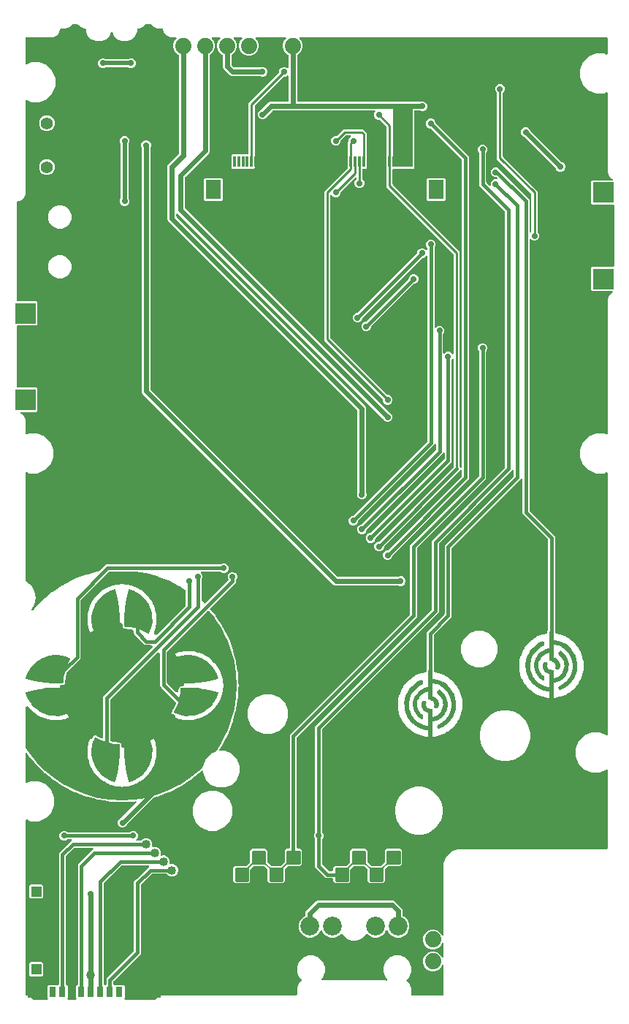
<source format=gtl>
G04 EAGLE Gerber RS-274X export*
G75*
%MOMM*%
%FSLAX34Y34*%
%LPD*%
%INTop Copper*%
%IPPOS*%
%AMOC8*
5,1,8,0,0,1.08239X$1,22.5*%
G01*
%ADD10R,2.000000X7.037500*%
%ADD11C,1.400000*%
%ADD12R,2.400000X2.400000*%
%ADD13R,0.800000X1.240000*%
%ADD14R,1.160000X1.200000*%
%ADD15R,0.950000X2.500000*%
%ADD16R,1.150000X2.200000*%
%ADD17R,1.500000X1.150000*%
%ADD18R,1.160000X1.250000*%
%ADD19C,0.400000*%
%ADD20C,0.185000*%
%ADD21R,0.500000X3.500000*%
%ADD22R,2.400000X0.400000*%
%ADD23C,1.879600*%
%ADD24C,2.184400*%
%ADD25R,0.300000X1.300000*%
%ADD26R,1.800000X2.200000*%
%ADD27C,0.706400*%
%ADD28C,1.016000*%
%ADD29C,0.609600*%
%ADD30C,0.254000*%
%ADD31C,0.295000*%
%ADD32C,0.406400*%
%ADD33C,0.508000*%

G36*
X35334Y5165D02*
X35334Y5165D01*
X35366Y5163D01*
X35473Y5185D01*
X35581Y5201D01*
X35611Y5214D01*
X35642Y5220D01*
X35739Y5272D01*
X35838Y5317D01*
X35863Y5338D01*
X35891Y5353D01*
X35970Y5429D01*
X36053Y5500D01*
X36070Y5527D01*
X36093Y5550D01*
X36147Y5645D01*
X36207Y5736D01*
X36217Y5767D01*
X36232Y5795D01*
X36258Y5901D01*
X36289Y6006D01*
X36290Y6038D01*
X36297Y6070D01*
X36292Y6179D01*
X36293Y6288D01*
X36285Y6319D01*
X36283Y6351D01*
X36247Y6454D01*
X36218Y6560D01*
X36201Y6587D01*
X36190Y6618D01*
X36137Y6691D01*
X36070Y6800D01*
X36034Y6832D01*
X36009Y6867D01*
X35967Y6908D01*
X35967Y20992D01*
X37158Y22183D01*
X46855Y22183D01*
X46890Y22147D01*
X46957Y22108D01*
X47019Y22062D01*
X47079Y22039D01*
X47135Y22008D01*
X47211Y21990D01*
X47283Y21962D01*
X47347Y21958D01*
X47410Y21943D01*
X47487Y21947D01*
X47564Y21941D01*
X47627Y21954D01*
X47691Y21957D01*
X47764Y21982D01*
X47840Y21998D01*
X47897Y22029D01*
X47958Y22050D01*
X48014Y22091D01*
X48089Y22131D01*
X48150Y22190D01*
X48190Y22219D01*
X48215Y22223D01*
X48274Y22249D01*
X48336Y22266D01*
X48402Y22307D01*
X48472Y22339D01*
X48521Y22381D01*
X48576Y22414D01*
X48628Y22472D01*
X48686Y22522D01*
X48722Y22576D01*
X48765Y22624D01*
X48798Y22693D01*
X48841Y22758D01*
X48860Y22820D01*
X48888Y22877D01*
X48899Y22947D01*
X48923Y23028D01*
X48924Y23113D01*
X48935Y23182D01*
X48935Y174684D01*
X60642Y186391D01*
X60643Y186391D01*
X63481Y189229D01*
X63500Y189255D01*
X63525Y189276D01*
X63585Y189368D01*
X63650Y189455D01*
X63662Y189485D01*
X63679Y189512D01*
X63711Y189617D01*
X63750Y189719D01*
X63752Y189751D01*
X63762Y189782D01*
X63763Y189891D01*
X63772Y190000D01*
X63765Y190032D01*
X63766Y190064D01*
X63736Y190169D01*
X63714Y190276D01*
X63699Y190305D01*
X63690Y190336D01*
X63633Y190429D01*
X63582Y190525D01*
X63559Y190548D01*
X63542Y190576D01*
X63461Y190649D01*
X63385Y190727D01*
X63357Y190743D01*
X63333Y190765D01*
X63235Y190812D01*
X63139Y190866D01*
X63108Y190874D01*
X63079Y190888D01*
X62990Y190902D01*
X62865Y190931D01*
X62817Y190929D01*
X62774Y190935D01*
X59219Y190935D01*
X59124Y190922D01*
X59028Y190917D01*
X58985Y190902D01*
X58940Y190895D01*
X58852Y190856D01*
X58761Y190824D01*
X58727Y190799D01*
X58683Y190779D01*
X58585Y190696D01*
X58512Y190643D01*
X58152Y190282D01*
X56107Y189435D01*
X53893Y189435D01*
X51848Y190282D01*
X50282Y191848D01*
X49435Y193893D01*
X49435Y196107D01*
X50282Y198152D01*
X51848Y199718D01*
X53893Y200565D01*
X56107Y200565D01*
X58152Y199718D01*
X58512Y199357D01*
X58589Y199300D01*
X58661Y199235D01*
X58701Y199215D01*
X58738Y199188D01*
X58828Y199154D01*
X58914Y199112D01*
X58956Y199106D01*
X59002Y199089D01*
X59129Y199079D01*
X59219Y199065D01*
X130781Y199065D01*
X130876Y199078D01*
X130972Y199083D01*
X131015Y199098D01*
X131060Y199105D01*
X131148Y199144D01*
X131239Y199176D01*
X131273Y199201D01*
X131317Y199221D01*
X131415Y199304D01*
X131488Y199357D01*
X131848Y199718D01*
X133893Y200565D01*
X136107Y200565D01*
X138152Y199718D01*
X139718Y198152D01*
X140565Y196107D01*
X140565Y193893D01*
X139718Y191848D01*
X138640Y190771D01*
X138621Y190745D01*
X138596Y190724D01*
X138536Y190632D01*
X138471Y190545D01*
X138460Y190515D01*
X138442Y190488D01*
X138410Y190383D01*
X138371Y190281D01*
X138369Y190249D01*
X138360Y190218D01*
X138358Y190109D01*
X138350Y190000D01*
X138356Y189968D01*
X138356Y189936D01*
X138385Y189831D01*
X138407Y189724D01*
X138422Y189695D01*
X138431Y189664D01*
X138488Y189571D01*
X138540Y189475D01*
X138562Y189452D01*
X138579Y189424D01*
X138660Y189351D01*
X138736Y189273D01*
X138765Y189257D01*
X138788Y189235D01*
X138887Y189188D01*
X138982Y189134D01*
X139013Y189126D01*
X139042Y189112D01*
X139132Y189098D01*
X139256Y189069D01*
X139305Y189071D01*
X139347Y189065D01*
X143592Y189065D01*
X143687Y189078D01*
X143783Y189083D01*
X143826Y189098D01*
X143871Y189105D01*
X143959Y189144D01*
X144049Y189176D01*
X144084Y189201D01*
X144128Y189221D01*
X144225Y189304D01*
X144298Y189357D01*
X145971Y191030D01*
X148585Y192113D01*
X151415Y192113D01*
X154029Y191030D01*
X156030Y189029D01*
X157113Y186415D01*
X157113Y183585D01*
X156995Y183300D01*
X156987Y183269D01*
X156972Y183240D01*
X156952Y183133D01*
X156925Y183027D01*
X156926Y182995D01*
X156920Y182963D01*
X156930Y182854D01*
X156934Y182745D01*
X156944Y182715D01*
X156947Y182682D01*
X156987Y182581D01*
X157021Y182477D01*
X157039Y182450D01*
X157051Y182421D01*
X157119Y182334D01*
X157180Y182244D01*
X157205Y182224D01*
X157225Y182198D01*
X157313Y182134D01*
X157398Y182065D01*
X157427Y182052D01*
X157453Y182033D01*
X157556Y181997D01*
X157657Y181953D01*
X157689Y181949D01*
X157719Y181939D01*
X157828Y181932D01*
X157937Y181919D01*
X157968Y181924D01*
X158001Y181922D01*
X158089Y181943D01*
X158215Y181964D01*
X158259Y181985D01*
X158300Y181995D01*
X158585Y182113D01*
X161415Y182113D01*
X164029Y181030D01*
X166030Y179029D01*
X167113Y176415D01*
X167113Y173585D01*
X166995Y173300D01*
X166987Y173269D01*
X166972Y173240D01*
X166952Y173133D01*
X166925Y173027D01*
X166926Y172995D01*
X166920Y172963D01*
X166930Y172854D01*
X166934Y172745D01*
X166944Y172715D01*
X166947Y172682D01*
X166987Y172581D01*
X167021Y172477D01*
X167039Y172450D01*
X167051Y172421D01*
X167119Y172334D01*
X167180Y172244D01*
X167205Y172224D01*
X167225Y172198D01*
X167313Y172134D01*
X167398Y172065D01*
X167427Y172052D01*
X167453Y172033D01*
X167556Y171997D01*
X167657Y171953D01*
X167689Y171949D01*
X167719Y171939D01*
X167828Y171932D01*
X167937Y171919D01*
X167968Y171924D01*
X168001Y171922D01*
X168089Y171943D01*
X168215Y171964D01*
X168259Y171985D01*
X168300Y171995D01*
X168585Y172113D01*
X171415Y172113D01*
X174029Y171030D01*
X176030Y169029D01*
X177113Y166415D01*
X177113Y163585D01*
X176995Y163300D01*
X176987Y163269D01*
X176972Y163240D01*
X176952Y163133D01*
X176925Y163027D01*
X176926Y162995D01*
X176920Y162963D01*
X176930Y162854D01*
X176934Y162745D01*
X176944Y162715D01*
X176947Y162682D01*
X176987Y162581D01*
X177021Y162477D01*
X177039Y162451D01*
X177051Y162420D01*
X177118Y162334D01*
X177180Y162244D01*
X177205Y162224D01*
X177225Y162198D01*
X177313Y162134D01*
X177398Y162065D01*
X177427Y162052D01*
X177453Y162033D01*
X177556Y161997D01*
X177657Y161953D01*
X177689Y161949D01*
X177719Y161939D01*
X177828Y161932D01*
X177937Y161919D01*
X177968Y161924D01*
X178001Y161922D01*
X178089Y161943D01*
X178215Y161964D01*
X178259Y161985D01*
X178300Y161995D01*
X178585Y162113D01*
X181415Y162113D01*
X184029Y161030D01*
X186030Y159029D01*
X187113Y156415D01*
X187113Y153585D01*
X186030Y150971D01*
X184029Y148970D01*
X181415Y147887D01*
X178585Y147887D01*
X175971Y148970D01*
X174298Y150643D01*
X174222Y150700D01*
X174150Y150765D01*
X174109Y150785D01*
X174073Y150812D01*
X173983Y150846D01*
X173896Y150888D01*
X173854Y150894D01*
X173809Y150911D01*
X173681Y150921D01*
X173592Y150935D01*
X157098Y150935D01*
X157003Y150922D01*
X156906Y150917D01*
X156863Y150902D01*
X156818Y150895D01*
X156731Y150856D01*
X156640Y150824D01*
X156606Y150799D01*
X156561Y150779D01*
X156464Y150696D01*
X156391Y150643D01*
X144357Y138609D01*
X144300Y138532D01*
X144235Y138461D01*
X144215Y138420D01*
X144188Y138383D01*
X144154Y138293D01*
X144112Y138207D01*
X144106Y138165D01*
X144089Y138120D01*
X144079Y137992D01*
X144065Y137902D01*
X144065Y58316D01*
X112357Y26609D01*
X112300Y26532D01*
X112235Y26461D01*
X112215Y26420D01*
X112188Y26383D01*
X112154Y26293D01*
X112112Y26207D01*
X112106Y26165D01*
X112089Y26120D01*
X112079Y25992D01*
X112065Y25902D01*
X112065Y23182D01*
X112074Y23118D01*
X112073Y23054D01*
X112094Y22979D01*
X112105Y22903D01*
X112131Y22844D01*
X112148Y22782D01*
X112189Y22716D01*
X112221Y22646D01*
X112263Y22597D01*
X112296Y22542D01*
X112354Y22490D01*
X112404Y22432D01*
X112458Y22396D01*
X112506Y22353D01*
X112575Y22320D01*
X112640Y22277D01*
X112702Y22258D01*
X112759Y22230D01*
X112804Y22223D01*
X112845Y22193D01*
X112890Y22147D01*
X112957Y22108D01*
X113019Y22062D01*
X113079Y22039D01*
X113135Y22008D01*
X113211Y21990D01*
X113283Y21962D01*
X113347Y21958D01*
X113410Y21943D01*
X113487Y21947D01*
X113564Y21941D01*
X113627Y21954D01*
X113691Y21957D01*
X113764Y21982D01*
X113840Y21998D01*
X113897Y22029D01*
X113958Y22050D01*
X114014Y22091D01*
X114089Y22131D01*
X114143Y22183D01*
X123842Y22183D01*
X125033Y20992D01*
X125033Y6908D01*
X124991Y6867D01*
X124972Y6841D01*
X124947Y6820D01*
X124887Y6728D01*
X124822Y6641D01*
X124811Y6611D01*
X124793Y6584D01*
X124761Y6479D01*
X124722Y6377D01*
X124720Y6345D01*
X124711Y6314D01*
X124709Y6205D01*
X124701Y6096D01*
X124707Y6064D01*
X124707Y6032D01*
X124736Y5927D01*
X124758Y5820D01*
X124773Y5791D01*
X124782Y5760D01*
X124839Y5667D01*
X124891Y5571D01*
X124913Y5548D01*
X124930Y5520D01*
X125011Y5447D01*
X125087Y5369D01*
X125115Y5353D01*
X125139Y5331D01*
X125238Y5284D01*
X125333Y5230D01*
X125364Y5222D01*
X125393Y5208D01*
X125483Y5194D01*
X125607Y5165D01*
X125656Y5167D01*
X125698Y5161D01*
X160472Y5161D01*
X160482Y5162D01*
X160491Y5161D01*
X160621Y5182D01*
X160751Y5201D01*
X160760Y5204D01*
X160769Y5206D01*
X160889Y5263D01*
X161008Y5317D01*
X161015Y5323D01*
X161024Y5327D01*
X161123Y5415D01*
X161223Y5500D01*
X161228Y5508D01*
X161235Y5514D01*
X161275Y5580D01*
X161377Y5736D01*
X161382Y5751D01*
X164244Y8614D01*
X167979Y10161D01*
X324017Y10161D01*
X324134Y10177D01*
X324252Y10189D01*
X324274Y10197D01*
X324296Y10201D01*
X324404Y10249D01*
X324514Y10293D01*
X324532Y10307D01*
X324553Y10317D01*
X324643Y10394D01*
X324737Y10467D01*
X324750Y10485D01*
X324767Y10500D01*
X324832Y10599D01*
X324902Y10696D01*
X324909Y10717D01*
X324922Y10736D01*
X324956Y10850D01*
X324996Y10961D01*
X324997Y10984D01*
X325004Y11006D01*
X325006Y11124D01*
X325013Y11243D01*
X325007Y11264D01*
X325008Y11288D01*
X324958Y11468D01*
X324940Y11542D01*
X324839Y11785D01*
X324839Y18215D01*
X327300Y24154D01*
X329939Y26793D01*
X329977Y26845D01*
X330023Y26890D01*
X330061Y26957D01*
X330108Y27019D01*
X330131Y27079D01*
X330162Y27135D01*
X330180Y27210D01*
X330207Y27283D01*
X330212Y27347D01*
X330227Y27410D01*
X330223Y27487D01*
X330229Y27564D01*
X330216Y27627D01*
X330213Y27691D01*
X330188Y27764D01*
X330172Y27840D01*
X330141Y27897D01*
X330120Y27958D01*
X330079Y28014D01*
X330039Y28089D01*
X329980Y28150D01*
X329939Y28207D01*
X327300Y30846D01*
X324839Y36785D01*
X324839Y43215D01*
X327300Y49154D01*
X331846Y53700D01*
X337785Y56161D01*
X344215Y56161D01*
X350154Y53700D01*
X354700Y49154D01*
X357161Y43215D01*
X357161Y36785D01*
X354700Y30846D01*
X353221Y29367D01*
X353202Y29341D01*
X353177Y29320D01*
X353117Y29228D01*
X353052Y29141D01*
X353041Y29111D01*
X353023Y29084D01*
X352991Y28979D01*
X352952Y28877D01*
X352950Y28845D01*
X352941Y28814D01*
X352939Y28705D01*
X352931Y28596D01*
X352937Y28564D01*
X352937Y28532D01*
X352966Y28427D01*
X352988Y28320D01*
X353003Y28291D01*
X353012Y28260D01*
X353069Y28167D01*
X353121Y28071D01*
X353143Y28048D01*
X353160Y28020D01*
X353241Y27947D01*
X353318Y27869D01*
X353346Y27853D01*
X353369Y27831D01*
X353468Y27784D01*
X353563Y27730D01*
X353594Y27722D01*
X353623Y27708D01*
X353713Y27694D01*
X353837Y27665D01*
X353886Y27667D01*
X353928Y27661D01*
X427021Y27661D01*
X428292Y27134D01*
X428376Y27113D01*
X428458Y27082D01*
X428512Y27078D01*
X428566Y27064D01*
X428652Y27067D01*
X428739Y27060D01*
X428793Y27071D01*
X428847Y27073D01*
X428930Y27100D01*
X429015Y27118D01*
X429063Y27143D01*
X429116Y27161D01*
X429187Y27210D01*
X429264Y27250D01*
X429303Y27288D01*
X429349Y27319D01*
X429404Y27386D01*
X429466Y27447D01*
X429493Y27495D01*
X429528Y27537D01*
X429562Y27617D01*
X429605Y27692D01*
X429618Y27746D01*
X429639Y27796D01*
X429650Y27882D01*
X429670Y27967D01*
X429667Y28022D01*
X429674Y28076D01*
X429660Y28162D01*
X429656Y28248D01*
X429638Y28300D01*
X429629Y28355D01*
X429592Y28433D01*
X429563Y28515D01*
X429533Y28556D01*
X429508Y28609D01*
X429432Y28694D01*
X429381Y28764D01*
X427300Y30846D01*
X424839Y36785D01*
X424839Y43215D01*
X427300Y49154D01*
X431846Y53700D01*
X437785Y56161D01*
X444215Y56161D01*
X450154Y53700D01*
X454700Y49154D01*
X457161Y43215D01*
X457161Y36785D01*
X454700Y30846D01*
X452061Y28207D01*
X452023Y28155D01*
X451977Y28110D01*
X451939Y28043D01*
X451892Y27981D01*
X451869Y27921D01*
X451838Y27865D01*
X451820Y27790D01*
X451793Y27717D01*
X451788Y27653D01*
X451773Y27590D01*
X451777Y27513D01*
X451771Y27436D01*
X451784Y27373D01*
X451787Y27309D01*
X451812Y27236D01*
X451828Y27160D01*
X451859Y27103D01*
X451880Y27042D01*
X451921Y26986D01*
X451961Y26911D01*
X452020Y26850D01*
X452061Y26793D01*
X454700Y24154D01*
X457161Y18215D01*
X457161Y11785D01*
X457060Y11542D01*
X457031Y11428D01*
X456996Y11314D01*
X456996Y11291D01*
X456990Y11269D01*
X456994Y11151D01*
X456992Y11032D01*
X456998Y11010D01*
X456999Y10987D01*
X457036Y10875D01*
X457067Y10760D01*
X457079Y10741D01*
X457086Y10719D01*
X457153Y10622D01*
X457216Y10520D01*
X457233Y10505D01*
X457245Y10486D01*
X457337Y10411D01*
X457425Y10331D01*
X457445Y10321D01*
X457463Y10307D01*
X457572Y10260D01*
X457679Y10208D01*
X457700Y10205D01*
X457722Y10195D01*
X457907Y10173D01*
X457983Y10161D01*
X493840Y10161D01*
X493904Y10170D01*
X493968Y10169D01*
X494043Y10190D01*
X494119Y10201D01*
X494178Y10227D01*
X494240Y10244D01*
X494306Y10285D01*
X494376Y10317D01*
X494425Y10359D01*
X494480Y10392D01*
X494532Y10450D01*
X494590Y10500D01*
X494626Y10554D01*
X494669Y10602D01*
X494702Y10671D01*
X494745Y10736D01*
X494764Y10798D01*
X494792Y10855D01*
X494803Y10925D01*
X494827Y11006D01*
X494828Y11091D01*
X494839Y11160D01*
X494839Y44496D01*
X494827Y44582D01*
X494824Y44669D01*
X494807Y44721D01*
X494799Y44775D01*
X494764Y44854D01*
X494737Y44937D01*
X494706Y44982D01*
X494683Y45032D01*
X494627Y45098D01*
X494578Y45170D01*
X494536Y45205D01*
X494500Y45247D01*
X494427Y45294D01*
X494360Y45349D01*
X494310Y45371D01*
X494264Y45401D01*
X494181Y45426D01*
X494101Y45461D01*
X494047Y45467D01*
X493994Y45483D01*
X493907Y45485D01*
X493821Y45495D01*
X493767Y45486D01*
X493712Y45487D01*
X493628Y45464D01*
X493543Y45450D01*
X493493Y45427D01*
X493440Y45412D01*
X493367Y45366D01*
X493288Y45329D01*
X493247Y45293D01*
X493200Y45264D01*
X493142Y45199D01*
X493077Y45142D01*
X493051Y45098D01*
X493011Y45055D01*
X492962Y44952D01*
X492917Y44879D01*
X492191Y43125D01*
X488975Y39910D01*
X484774Y38169D01*
X480226Y38169D01*
X476025Y39910D01*
X472810Y43125D01*
X471069Y47326D01*
X471069Y51874D01*
X472810Y56075D01*
X476025Y59290D01*
X480226Y61031D01*
X484774Y61031D01*
X488975Y59290D01*
X492191Y56075D01*
X492917Y54321D01*
X492961Y54247D01*
X492997Y54168D01*
X493032Y54126D01*
X493060Y54079D01*
X493124Y54019D01*
X493180Y53953D01*
X493226Y53923D01*
X493266Y53886D01*
X493343Y53847D01*
X493416Y53799D01*
X493469Y53783D01*
X493518Y53758D01*
X493603Y53742D01*
X493686Y53717D01*
X493741Y53716D01*
X493795Y53706D01*
X493881Y53714D01*
X493968Y53713D01*
X494021Y53727D01*
X494075Y53733D01*
X494156Y53765D01*
X494240Y53788D01*
X494287Y53817D01*
X494337Y53837D01*
X494406Y53891D01*
X494480Y53936D01*
X494516Y53977D01*
X494560Y54011D01*
X494611Y54081D01*
X494669Y54145D01*
X494693Y54195D01*
X494725Y54239D01*
X494754Y54321D01*
X494792Y54399D01*
X494800Y54450D01*
X494819Y54505D01*
X494826Y54619D01*
X494839Y54704D01*
X494839Y69896D01*
X494827Y69982D01*
X494824Y70069D01*
X494807Y70121D01*
X494799Y70175D01*
X494764Y70254D01*
X494737Y70337D01*
X494706Y70382D01*
X494683Y70432D01*
X494627Y70498D01*
X494578Y70570D01*
X494536Y70605D01*
X494500Y70647D01*
X494427Y70694D01*
X494360Y70749D01*
X494310Y70771D01*
X494264Y70801D01*
X494181Y70826D01*
X494101Y70861D01*
X494047Y70867D01*
X493994Y70883D01*
X493907Y70885D01*
X493821Y70895D01*
X493767Y70886D01*
X493712Y70887D01*
X493628Y70864D01*
X493543Y70850D01*
X493493Y70827D01*
X493440Y70812D01*
X493367Y70766D01*
X493288Y70729D01*
X493247Y70693D01*
X493200Y70664D01*
X493142Y70599D01*
X493077Y70542D01*
X493051Y70498D01*
X493011Y70455D01*
X492962Y70352D01*
X492917Y70279D01*
X492191Y68525D01*
X488975Y65310D01*
X484774Y63569D01*
X480226Y63569D01*
X476025Y65310D01*
X472810Y68525D01*
X471069Y72726D01*
X471069Y77274D01*
X472810Y81475D01*
X476025Y84690D01*
X480226Y86431D01*
X484774Y86431D01*
X488975Y84690D01*
X492191Y81475D01*
X492917Y79721D01*
X492921Y79714D01*
X492924Y79705D01*
X492965Y79639D01*
X492997Y79568D01*
X493032Y79526D01*
X493060Y79479D01*
X493068Y79472D01*
X493072Y79465D01*
X493128Y79414D01*
X493180Y79353D01*
X493226Y79323D01*
X493266Y79286D01*
X493276Y79281D01*
X493281Y79276D01*
X493348Y79243D01*
X493416Y79199D01*
X493469Y79183D01*
X493518Y79158D01*
X493529Y79156D01*
X493535Y79153D01*
X493594Y79144D01*
X493603Y79142D01*
X493686Y79117D01*
X493741Y79116D01*
X493795Y79106D01*
X493821Y79108D01*
X493840Y79105D01*
X493900Y79114D01*
X493968Y79113D01*
X494021Y79127D01*
X494075Y79133D01*
X494099Y79142D01*
X494119Y79145D01*
X494174Y79170D01*
X494240Y79188D01*
X494287Y79217D01*
X494337Y79237D01*
X494357Y79253D01*
X494376Y79261D01*
X494422Y79301D01*
X494480Y79336D01*
X494516Y79377D01*
X494560Y79411D01*
X494574Y79431D01*
X494590Y79445D01*
X494624Y79496D01*
X494669Y79545D01*
X494693Y79595D01*
X494725Y79639D01*
X494733Y79662D01*
X494745Y79681D01*
X494763Y79740D01*
X494792Y79799D01*
X494800Y79850D01*
X494819Y79905D01*
X494821Y79929D01*
X494827Y79950D01*
X494828Y80034D01*
X494839Y80104D01*
X494839Y163510D01*
X497909Y170920D01*
X503580Y176591D01*
X510990Y179661D01*
X683840Y179661D01*
X683904Y179670D01*
X683968Y179669D01*
X684043Y179690D01*
X684119Y179701D01*
X684178Y179727D01*
X684240Y179744D01*
X684306Y179785D01*
X684376Y179817D01*
X684425Y179859D01*
X684480Y179892D01*
X684532Y179950D01*
X684590Y180000D01*
X684626Y180054D01*
X684669Y180102D01*
X684702Y180171D01*
X684745Y180236D01*
X684764Y180298D01*
X684792Y180355D01*
X684803Y180425D01*
X684827Y180506D01*
X684828Y180591D01*
X684839Y180660D01*
X684839Y270668D01*
X684823Y270785D01*
X684811Y270903D01*
X684803Y270925D01*
X684799Y270947D01*
X684751Y271055D01*
X684707Y271165D01*
X684693Y271183D01*
X684683Y271204D01*
X684606Y271294D01*
X684533Y271388D01*
X684515Y271401D01*
X684500Y271418D01*
X684401Y271483D01*
X684304Y271553D01*
X684283Y271560D01*
X684264Y271573D01*
X684150Y271607D01*
X684039Y271647D01*
X684016Y271649D01*
X683994Y271655D01*
X683876Y271657D01*
X683757Y271664D01*
X683736Y271659D01*
X683712Y271659D01*
X683533Y271609D01*
X683458Y271591D01*
X675607Y268339D01*
X666393Y268339D01*
X657880Y271865D01*
X651365Y278380D01*
X647839Y286893D01*
X647839Y296107D01*
X651365Y304620D01*
X657880Y311135D01*
X666393Y314661D01*
X675607Y314661D01*
X683458Y311409D01*
X683572Y311379D01*
X683686Y311345D01*
X683709Y311344D01*
X683731Y311339D01*
X683849Y311343D01*
X683968Y311341D01*
X683990Y311347D01*
X684013Y311348D01*
X684125Y311385D01*
X684240Y311416D01*
X684259Y311428D01*
X684281Y311435D01*
X684379Y311502D01*
X684480Y311564D01*
X684495Y311581D01*
X684514Y311594D01*
X684589Y311686D01*
X684669Y311774D01*
X684679Y311794D01*
X684693Y311812D01*
X684740Y311921D01*
X684792Y312027D01*
X684795Y312049D01*
X684805Y312071D01*
X684827Y312256D01*
X684839Y312332D01*
X684839Y615097D01*
X684823Y615214D01*
X684811Y615332D01*
X684803Y615354D01*
X684799Y615376D01*
X684751Y615484D01*
X684707Y615594D01*
X684693Y615612D01*
X684683Y615633D01*
X684606Y615723D01*
X684533Y615817D01*
X684515Y615830D01*
X684500Y615847D01*
X684400Y615912D01*
X684304Y615982D01*
X684283Y615989D01*
X684264Y616002D01*
X684150Y616036D01*
X684039Y616076D01*
X684016Y616077D01*
X683994Y616084D01*
X683876Y616086D01*
X683757Y616093D01*
X683736Y616088D01*
X683712Y616088D01*
X683533Y616038D01*
X683458Y616020D01*
X680607Y614839D01*
X671393Y614839D01*
X662880Y618365D01*
X656365Y624880D01*
X652839Y633393D01*
X652839Y642607D01*
X656365Y651120D01*
X662880Y657635D01*
X671393Y661161D01*
X680607Y661161D01*
X683458Y659980D01*
X683572Y659950D01*
X683686Y659916D01*
X683709Y659916D01*
X683731Y659910D01*
X683849Y659914D01*
X683968Y659912D01*
X683990Y659918D01*
X684013Y659919D01*
X684125Y659956D01*
X684240Y659987D01*
X684259Y659999D01*
X684281Y660006D01*
X684379Y660073D01*
X684480Y660135D01*
X684495Y660152D01*
X684514Y660165D01*
X684589Y660257D01*
X684669Y660345D01*
X684679Y660365D01*
X684693Y660383D01*
X684740Y660492D01*
X684792Y660599D01*
X684795Y660620D01*
X684805Y660642D01*
X684827Y660827D01*
X684839Y660903D01*
X684839Y817021D01*
X686386Y820756D01*
X689244Y823614D01*
X690285Y824045D01*
X690360Y824089D01*
X690439Y824125D01*
X690480Y824160D01*
X690528Y824188D01*
X690587Y824252D01*
X690653Y824308D01*
X690683Y824354D01*
X690721Y824394D01*
X690760Y824471D01*
X690807Y824544D01*
X690823Y824597D01*
X690848Y824646D01*
X690864Y824731D01*
X690890Y824814D01*
X690891Y824869D01*
X690901Y824923D01*
X690892Y825009D01*
X690894Y825096D01*
X690879Y825149D01*
X690874Y825203D01*
X690842Y825284D01*
X690818Y825368D01*
X690790Y825414D01*
X690769Y825465D01*
X690716Y825534D01*
X690670Y825608D01*
X690629Y825644D01*
X690596Y825688D01*
X690525Y825739D01*
X690461Y825797D01*
X690412Y825821D01*
X690367Y825853D01*
X690285Y825882D01*
X690207Y825920D01*
X690157Y825928D01*
X690101Y825947D01*
X689988Y825954D01*
X689903Y825967D01*
X667158Y825967D01*
X665967Y827158D01*
X665967Y852842D01*
X667158Y854033D01*
X691340Y854033D01*
X691404Y854042D01*
X691468Y854041D01*
X691543Y854062D01*
X691619Y854073D01*
X691678Y854099D01*
X691740Y854116D01*
X691806Y854157D01*
X691876Y854189D01*
X691925Y854231D01*
X691980Y854264D01*
X692032Y854322D01*
X692090Y854372D01*
X692126Y854426D01*
X692169Y854474D01*
X692202Y854543D01*
X692245Y854608D01*
X692264Y854670D01*
X692292Y854727D01*
X692303Y854797D01*
X692327Y854878D01*
X692328Y854963D01*
X692339Y855032D01*
X692339Y924968D01*
X692330Y925032D01*
X692331Y925096D01*
X692310Y925171D01*
X692299Y925247D01*
X692273Y925306D01*
X692256Y925368D01*
X692215Y925434D01*
X692183Y925504D01*
X692141Y925553D01*
X692108Y925608D01*
X692050Y925660D01*
X692000Y925718D01*
X691946Y925754D01*
X691898Y925797D01*
X691829Y925830D01*
X691764Y925873D01*
X691702Y925892D01*
X691645Y925920D01*
X691575Y925931D01*
X691494Y925955D01*
X691409Y925956D01*
X691340Y925967D01*
X667158Y925967D01*
X665967Y927158D01*
X665967Y952842D01*
X667158Y954033D01*
X689903Y954033D01*
X689988Y954045D01*
X690075Y954048D01*
X690127Y954065D01*
X690182Y954073D01*
X690261Y954108D01*
X690343Y954135D01*
X690389Y954166D01*
X690439Y954189D01*
X690505Y954245D01*
X690576Y954294D01*
X690611Y954337D01*
X690653Y954372D01*
X690701Y954445D01*
X690756Y954512D01*
X690777Y954562D01*
X690807Y954608D01*
X690833Y954691D01*
X690867Y954771D01*
X690874Y954825D01*
X690890Y954878D01*
X690891Y954965D01*
X690902Y955051D01*
X690893Y955105D01*
X690894Y955160D01*
X690870Y955244D01*
X690857Y955329D01*
X690833Y955379D01*
X690818Y955432D01*
X690773Y955506D01*
X690736Y955584D01*
X690699Y955625D01*
X690670Y955672D01*
X690606Y955730D01*
X690548Y955795D01*
X690505Y955821D01*
X690461Y955861D01*
X690358Y955910D01*
X690285Y955955D01*
X689244Y956386D01*
X686386Y959244D01*
X684839Y962979D01*
X684839Y1055097D01*
X684823Y1055214D01*
X684811Y1055332D01*
X684803Y1055354D01*
X684799Y1055376D01*
X684751Y1055484D01*
X684707Y1055594D01*
X684693Y1055612D01*
X684683Y1055633D01*
X684606Y1055723D01*
X684533Y1055817D01*
X684515Y1055830D01*
X684500Y1055847D01*
X684400Y1055912D01*
X684304Y1055982D01*
X684283Y1055989D01*
X684264Y1056002D01*
X684150Y1056036D01*
X684039Y1056076D01*
X684016Y1056077D01*
X683994Y1056084D01*
X683876Y1056086D01*
X683757Y1056093D01*
X683736Y1056088D01*
X683712Y1056088D01*
X683533Y1056038D01*
X683458Y1056020D01*
X680607Y1054839D01*
X671393Y1054839D01*
X662880Y1058365D01*
X656365Y1064880D01*
X652839Y1073393D01*
X652839Y1082607D01*
X656365Y1091120D01*
X662880Y1097635D01*
X671393Y1101161D01*
X680607Y1101161D01*
X683458Y1099980D01*
X683572Y1099950D01*
X683686Y1099916D01*
X683709Y1099916D01*
X683731Y1099910D01*
X683849Y1099914D01*
X683968Y1099912D01*
X683990Y1099918D01*
X684013Y1099919D01*
X684125Y1099956D01*
X684240Y1099987D01*
X684259Y1099999D01*
X684281Y1100006D01*
X684379Y1100073D01*
X684480Y1100135D01*
X684495Y1100152D01*
X684514Y1100165D01*
X684589Y1100257D01*
X684669Y1100345D01*
X684679Y1100365D01*
X684693Y1100383D01*
X684740Y1100492D01*
X684792Y1100599D01*
X684795Y1100620D01*
X684805Y1100642D01*
X684827Y1100827D01*
X684839Y1100903D01*
X684839Y1118840D01*
X684830Y1118904D01*
X684831Y1118968D01*
X684810Y1119043D01*
X684799Y1119119D01*
X684773Y1119178D01*
X684756Y1119240D01*
X684715Y1119306D01*
X684683Y1119376D01*
X684641Y1119425D01*
X684608Y1119480D01*
X684550Y1119532D01*
X684500Y1119590D01*
X684446Y1119626D01*
X684398Y1119669D01*
X684329Y1119702D01*
X684264Y1119745D01*
X684202Y1119764D01*
X684145Y1119792D01*
X684075Y1119803D01*
X683994Y1119827D01*
X683909Y1119828D01*
X683840Y1119839D01*
X328739Y1119839D01*
X328707Y1119835D01*
X328675Y1119837D01*
X328568Y1119815D01*
X328459Y1119799D01*
X328430Y1119786D01*
X328398Y1119780D01*
X328302Y1119728D01*
X328202Y1119683D01*
X328178Y1119662D01*
X328149Y1119647D01*
X328071Y1119571D01*
X327988Y1119500D01*
X327970Y1119473D01*
X327947Y1119450D01*
X327894Y1119355D01*
X327834Y1119264D01*
X327824Y1119233D01*
X327808Y1119205D01*
X327783Y1119099D01*
X327751Y1118994D01*
X327751Y1118962D01*
X327743Y1118931D01*
X327749Y1118821D01*
X327748Y1118712D01*
X327756Y1118681D01*
X327758Y1118649D01*
X327794Y1118546D01*
X327823Y1118440D01*
X327840Y1118413D01*
X327850Y1118382D01*
X327904Y1118309D01*
X327971Y1118200D01*
X328007Y1118168D01*
X328032Y1118133D01*
X329691Y1116475D01*
X331431Y1112274D01*
X331431Y1107726D01*
X329690Y1103525D01*
X326475Y1100309D01*
X325698Y1099987D01*
X325689Y1099983D01*
X325680Y1099980D01*
X325568Y1099911D01*
X325455Y1099844D01*
X325448Y1099837D01*
X325440Y1099832D01*
X325352Y1099734D01*
X325262Y1099638D01*
X325258Y1099630D01*
X325251Y1099623D01*
X325194Y1099504D01*
X325134Y1099387D01*
X325132Y1099377D01*
X325128Y1099369D01*
X325116Y1099293D01*
X325082Y1099110D01*
X325084Y1099086D01*
X325081Y1099064D01*
X325081Y1046080D01*
X325090Y1046016D01*
X325089Y1045952D01*
X325110Y1045877D01*
X325121Y1045801D01*
X325147Y1045742D01*
X325164Y1045680D01*
X325205Y1045614D01*
X325237Y1045544D01*
X325279Y1045495D01*
X325312Y1045440D01*
X325370Y1045388D01*
X325420Y1045330D01*
X325474Y1045294D01*
X325522Y1045251D01*
X325591Y1045218D01*
X325656Y1045175D01*
X325718Y1045156D01*
X325775Y1045128D01*
X325845Y1045117D01*
X325926Y1045093D01*
X326011Y1045092D01*
X326080Y1045081D01*
X467526Y1045081D01*
X467567Y1045087D01*
X467609Y1045084D01*
X467693Y1045104D01*
X467805Y1045121D01*
X467859Y1045145D01*
X467908Y1045157D01*
X468893Y1045565D01*
X471107Y1045565D01*
X473152Y1044718D01*
X474718Y1043152D01*
X475565Y1041107D01*
X475565Y1038893D01*
X474718Y1036848D01*
X473152Y1035282D01*
X471107Y1034435D01*
X468893Y1034435D01*
X467908Y1034843D01*
X467868Y1034854D01*
X467830Y1034872D01*
X467745Y1034885D01*
X467635Y1034913D01*
X467576Y1034911D01*
X467526Y1034919D01*
X461502Y1034919D01*
X461438Y1034910D01*
X461374Y1034911D01*
X461299Y1034890D01*
X461223Y1034879D01*
X461164Y1034853D01*
X461102Y1034836D01*
X461036Y1034795D01*
X460966Y1034763D01*
X460917Y1034721D01*
X460862Y1034688D01*
X460810Y1034630D01*
X460752Y1034580D01*
X460716Y1034526D01*
X460673Y1034478D01*
X460640Y1034409D01*
X460597Y1034344D01*
X460578Y1034282D01*
X460550Y1034225D01*
X460539Y1034155D01*
X460515Y1034074D01*
X460514Y1033989D01*
X460503Y1033920D01*
X460503Y984086D01*
X460516Y983991D01*
X460521Y983895D01*
X460536Y983852D01*
X460543Y983807D01*
X460582Y983719D01*
X460614Y983628D01*
X460639Y983594D01*
X460659Y983550D01*
X460733Y983463D01*
X460733Y968758D01*
X459542Y967567D01*
X436707Y967567D01*
X436643Y967558D01*
X436579Y967559D01*
X436504Y967538D01*
X436428Y967527D01*
X436369Y967501D01*
X436307Y967484D01*
X436241Y967443D01*
X436171Y967411D01*
X436122Y967369D01*
X436067Y967336D01*
X436015Y967278D01*
X435957Y967228D01*
X435921Y967174D01*
X435878Y967126D01*
X435845Y967057D01*
X435802Y966992D01*
X435783Y966930D01*
X435755Y966873D01*
X435744Y966803D01*
X435720Y966722D01*
X435719Y966637D01*
X435708Y966568D01*
X435708Y949667D01*
X435721Y949572D01*
X435726Y949476D01*
X435741Y949433D01*
X435748Y949388D01*
X435787Y949300D01*
X435819Y949209D01*
X435844Y949175D01*
X435864Y949131D01*
X435947Y949033D01*
X436000Y948960D01*
X513508Y871453D01*
X513508Y622655D01*
X513516Y622595D01*
X513516Y622569D01*
X513522Y622548D01*
X513526Y622463D01*
X513541Y622420D01*
X513548Y622375D01*
X513587Y622288D01*
X513619Y622197D01*
X513644Y622163D01*
X513664Y622118D01*
X513747Y622021D01*
X513800Y621948D01*
X514229Y621519D01*
X514255Y621500D01*
X514276Y621475D01*
X514368Y621415D01*
X514455Y621350D01*
X514485Y621338D01*
X514512Y621321D01*
X514617Y621289D01*
X514719Y621250D01*
X514751Y621248D01*
X514782Y621238D01*
X514891Y621237D01*
X515000Y621228D01*
X515032Y621235D01*
X515064Y621234D01*
X515169Y621264D01*
X515276Y621286D01*
X515305Y621301D01*
X515336Y621310D01*
X515429Y621367D01*
X515525Y621418D01*
X515548Y621441D01*
X515576Y621458D01*
X515649Y621539D01*
X515727Y621615D01*
X515743Y621643D01*
X515765Y621667D01*
X515812Y621766D01*
X515866Y621861D01*
X515874Y621892D01*
X515888Y621921D01*
X515902Y622010D01*
X515931Y622135D01*
X515929Y622183D01*
X515935Y622226D01*
X515935Y977902D01*
X515922Y977997D01*
X515917Y978094D01*
X515902Y978137D01*
X515895Y978182D01*
X515856Y978269D01*
X515824Y978360D01*
X515799Y978394D01*
X515779Y978439D01*
X515696Y978536D01*
X515643Y978609D01*
X480109Y1014143D01*
X480032Y1014200D01*
X479961Y1014265D01*
X479920Y1014285D01*
X479883Y1014312D01*
X479793Y1014346D01*
X479707Y1014388D01*
X479665Y1014394D01*
X479620Y1014411D01*
X479492Y1014421D01*
X479402Y1014435D01*
X478893Y1014435D01*
X476848Y1015282D01*
X475282Y1016848D01*
X474435Y1018893D01*
X474435Y1021107D01*
X475282Y1023152D01*
X476848Y1024718D01*
X478893Y1025565D01*
X481107Y1025565D01*
X483152Y1024718D01*
X484718Y1023152D01*
X485565Y1021107D01*
X485565Y1020598D01*
X485578Y1020503D01*
X485583Y1020406D01*
X485598Y1020363D01*
X485605Y1020318D01*
X485644Y1020231D01*
X485676Y1020140D01*
X485701Y1020106D01*
X485721Y1020061D01*
X485804Y1019964D01*
X485857Y1019891D01*
X524065Y981684D01*
X524065Y608316D01*
X435857Y520109D01*
X435800Y520032D01*
X435735Y519961D01*
X435715Y519920D01*
X435688Y519883D01*
X435654Y519793D01*
X435612Y519707D01*
X435606Y519665D01*
X435589Y519620D01*
X435579Y519492D01*
X435565Y519402D01*
X435565Y518893D01*
X434718Y516848D01*
X433152Y515282D01*
X431107Y514435D01*
X428893Y514435D01*
X426848Y515282D01*
X425282Y516848D01*
X424435Y518893D01*
X424435Y521107D01*
X425282Y523152D01*
X426848Y524718D01*
X428893Y525565D01*
X429402Y525565D01*
X429497Y525578D01*
X429594Y525583D01*
X429637Y525598D01*
X429682Y525605D01*
X429769Y525644D01*
X429860Y525676D01*
X429894Y525701D01*
X429939Y525721D01*
X430036Y525804D01*
X430109Y525857D01*
X515643Y611391D01*
X515700Y611468D01*
X515765Y611539D01*
X515785Y611580D01*
X515812Y611617D01*
X515846Y611707D01*
X515888Y611793D01*
X515894Y611835D01*
X515911Y611880D01*
X515921Y612008D01*
X515935Y612098D01*
X515935Y617774D01*
X515931Y617806D01*
X515933Y617839D01*
X515911Y617945D01*
X515895Y618054D01*
X515882Y618083D01*
X515876Y618115D01*
X515824Y618211D01*
X515779Y618311D01*
X515758Y618335D01*
X515743Y618364D01*
X515667Y618442D01*
X515596Y618525D01*
X515569Y618543D01*
X515546Y618566D01*
X515451Y618619D01*
X515360Y618679D01*
X515329Y618689D01*
X515301Y618705D01*
X515194Y618730D01*
X515090Y618762D01*
X515058Y618762D01*
X515027Y618770D01*
X514917Y618764D01*
X514808Y618766D01*
X514777Y618757D01*
X514745Y618755D01*
X514642Y618719D01*
X514536Y618690D01*
X514509Y618673D01*
X514478Y618663D01*
X514405Y618610D01*
X514296Y618542D01*
X514264Y618506D01*
X514229Y618481D01*
X425857Y530109D01*
X425800Y530032D01*
X425735Y529961D01*
X425715Y529920D01*
X425688Y529883D01*
X425654Y529793D01*
X425612Y529707D01*
X425606Y529665D01*
X425589Y529620D01*
X425579Y529492D01*
X425565Y529402D01*
X425565Y528893D01*
X424718Y526848D01*
X423152Y525282D01*
X421107Y524435D01*
X418893Y524435D01*
X416848Y525282D01*
X415282Y526848D01*
X414435Y528893D01*
X414435Y531107D01*
X415282Y533152D01*
X416848Y534718D01*
X418893Y535565D01*
X419402Y535565D01*
X419497Y535578D01*
X419594Y535583D01*
X419637Y535598D01*
X419682Y535605D01*
X419769Y535644D01*
X419860Y535676D01*
X419894Y535701D01*
X419939Y535721D01*
X420036Y535804D01*
X420109Y535857D01*
X506200Y621948D01*
X506257Y622025D01*
X506322Y622096D01*
X506342Y622137D01*
X506369Y622174D01*
X506403Y622264D01*
X506445Y622350D01*
X506451Y622392D01*
X506468Y622437D01*
X506475Y622527D01*
X506480Y622543D01*
X506481Y622581D01*
X506492Y622655D01*
X506492Y746210D01*
X506488Y746242D01*
X506490Y746274D01*
X506468Y746381D01*
X506452Y746489D01*
X506439Y746519D01*
X506433Y746550D01*
X506381Y746647D01*
X506336Y746746D01*
X506315Y746771D01*
X506300Y746799D01*
X506224Y746878D01*
X506153Y746961D01*
X506126Y746978D01*
X506103Y747001D01*
X506008Y747055D01*
X505917Y747115D01*
X505886Y747125D01*
X505858Y747140D01*
X505752Y747166D01*
X505647Y747197D01*
X505615Y747198D01*
X505583Y747205D01*
X505474Y747200D01*
X505365Y747201D01*
X505334Y747193D01*
X505302Y747191D01*
X505199Y747155D01*
X505093Y747126D01*
X505066Y747109D01*
X505035Y747098D01*
X504962Y747045D01*
X504853Y746978D01*
X504821Y746942D01*
X504786Y746917D01*
X504357Y746488D01*
X504300Y746411D01*
X504235Y746339D01*
X504215Y746298D01*
X504188Y746262D01*
X504154Y746172D01*
X504112Y746086D01*
X504106Y746044D01*
X504089Y745998D01*
X504079Y745871D01*
X504065Y745781D01*
X504065Y628316D01*
X415857Y540109D01*
X415800Y540032D01*
X415735Y539961D01*
X415715Y539920D01*
X415688Y539883D01*
X415654Y539793D01*
X415612Y539707D01*
X415606Y539665D01*
X415589Y539620D01*
X415579Y539492D01*
X415565Y539402D01*
X415565Y538893D01*
X414718Y536848D01*
X413152Y535282D01*
X411107Y534435D01*
X408893Y534435D01*
X406848Y535282D01*
X405282Y536848D01*
X404435Y538893D01*
X404435Y541107D01*
X405282Y543152D01*
X406848Y544718D01*
X408893Y545565D01*
X409402Y545565D01*
X409497Y545578D01*
X409594Y545583D01*
X409637Y545598D01*
X409682Y545605D01*
X409769Y545644D01*
X409860Y545676D01*
X409894Y545701D01*
X409939Y545721D01*
X410036Y545804D01*
X410109Y545857D01*
X495643Y631391D01*
X495700Y631468D01*
X495765Y631539D01*
X495785Y631580D01*
X495812Y631617D01*
X495846Y631707D01*
X495888Y631793D01*
X495894Y631835D01*
X495911Y631880D01*
X495921Y632008D01*
X495935Y632098D01*
X495935Y637774D01*
X495931Y637806D01*
X495933Y637839D01*
X495911Y637945D01*
X495895Y638054D01*
X495882Y638083D01*
X495876Y638115D01*
X495824Y638211D01*
X495779Y638311D01*
X495758Y638335D01*
X495743Y638364D01*
X495667Y638442D01*
X495596Y638525D01*
X495569Y638543D01*
X495546Y638566D01*
X495451Y638619D01*
X495360Y638679D01*
X495329Y638689D01*
X495301Y638705D01*
X495194Y638730D01*
X495090Y638762D01*
X495058Y638762D01*
X495027Y638770D01*
X494917Y638764D01*
X494808Y638766D01*
X494777Y638757D01*
X494745Y638755D01*
X494642Y638719D01*
X494536Y638690D01*
X494509Y638673D01*
X494478Y638663D01*
X494405Y638610D01*
X494296Y638542D01*
X494264Y638506D01*
X494229Y638481D01*
X405857Y550109D01*
X405800Y550032D01*
X405735Y549961D01*
X405715Y549920D01*
X405688Y549883D01*
X405654Y549793D01*
X405612Y549707D01*
X405606Y549665D01*
X405589Y549620D01*
X405579Y549492D01*
X405565Y549402D01*
X405565Y548893D01*
X404718Y546848D01*
X403152Y545282D01*
X401107Y544435D01*
X398893Y544435D01*
X396848Y545282D01*
X395282Y546848D01*
X394435Y548893D01*
X394435Y551107D01*
X395282Y553152D01*
X396848Y554718D01*
X398893Y555565D01*
X399402Y555565D01*
X399497Y555578D01*
X399594Y555583D01*
X399637Y555598D01*
X399682Y555605D01*
X399769Y555644D01*
X399860Y555676D01*
X399894Y555701D01*
X399939Y555721D01*
X400036Y555804D01*
X400109Y555857D01*
X485643Y641391D01*
X485700Y641468D01*
X485765Y641539D01*
X485785Y641580D01*
X485812Y641617D01*
X485846Y641707D01*
X485888Y641793D01*
X485894Y641835D01*
X485911Y641880D01*
X485921Y642008D01*
X485935Y642098D01*
X485935Y647774D01*
X485931Y647806D01*
X485933Y647839D01*
X485911Y647945D01*
X485895Y648054D01*
X485882Y648083D01*
X485876Y648115D01*
X485824Y648211D01*
X485779Y648311D01*
X485758Y648335D01*
X485743Y648364D01*
X485667Y648442D01*
X485596Y648525D01*
X485569Y648543D01*
X485546Y648566D01*
X485451Y648619D01*
X485360Y648679D01*
X485329Y648689D01*
X485301Y648705D01*
X485194Y648730D01*
X485090Y648762D01*
X485058Y648762D01*
X485027Y648770D01*
X484917Y648764D01*
X484808Y648766D01*
X484777Y648757D01*
X484745Y648755D01*
X484642Y648719D01*
X484536Y648690D01*
X484509Y648673D01*
X484478Y648663D01*
X484405Y648610D01*
X484296Y648542D01*
X484264Y648506D01*
X484229Y648481D01*
X395857Y560109D01*
X395800Y560032D01*
X395735Y559961D01*
X395715Y559920D01*
X395688Y559883D01*
X395654Y559793D01*
X395612Y559707D01*
X395606Y559665D01*
X395589Y559620D01*
X395579Y559492D01*
X395565Y559402D01*
X395565Y558893D01*
X394718Y556848D01*
X393152Y555282D01*
X391107Y554435D01*
X388893Y554435D01*
X386848Y555282D01*
X385282Y556848D01*
X384435Y558893D01*
X384435Y561107D01*
X385282Y563152D01*
X386848Y564718D01*
X388893Y565565D01*
X389402Y565565D01*
X389497Y565578D01*
X389594Y565583D01*
X389637Y565598D01*
X389682Y565605D01*
X389769Y565644D01*
X389860Y565676D01*
X389894Y565701D01*
X389939Y565721D01*
X390036Y565804D01*
X390109Y565857D01*
X475643Y651391D01*
X475700Y651468D01*
X475765Y651539D01*
X475785Y651580D01*
X475812Y651617D01*
X475846Y651707D01*
X475888Y651793D01*
X475894Y651835D01*
X475911Y651880D01*
X475921Y652008D01*
X475935Y652098D01*
X475935Y865653D01*
X475931Y865685D01*
X475933Y865717D01*
X475911Y865824D01*
X475895Y865932D01*
X475882Y865962D01*
X475876Y865993D01*
X475824Y866090D01*
X475779Y866189D01*
X475758Y866214D01*
X475743Y866242D01*
X475667Y866320D01*
X475596Y866404D01*
X475569Y866421D01*
X475546Y866444D01*
X475451Y866498D01*
X475360Y866558D01*
X475329Y866568D01*
X475301Y866583D01*
X475195Y866609D01*
X475090Y866640D01*
X475058Y866641D01*
X475027Y866648D01*
X474917Y866643D01*
X474808Y866644D01*
X474777Y866636D01*
X474745Y866634D01*
X474642Y866598D01*
X474536Y866569D01*
X474509Y866552D01*
X474478Y866541D01*
X474405Y866488D01*
X474296Y866421D01*
X474264Y866385D01*
X474229Y866360D01*
X473152Y865282D01*
X471107Y864435D01*
X470598Y864435D01*
X470503Y864422D01*
X470406Y864417D01*
X470363Y864402D01*
X470318Y864395D01*
X470231Y864356D01*
X470140Y864324D01*
X470106Y864299D01*
X470061Y864279D01*
X469964Y864196D01*
X469891Y864143D01*
X400857Y795109D01*
X400800Y795032D01*
X400735Y794961D01*
X400715Y794920D01*
X400688Y794883D01*
X400654Y794793D01*
X400612Y794707D01*
X400606Y794665D01*
X400589Y794620D01*
X400579Y794492D01*
X400565Y794402D01*
X400565Y793893D01*
X399718Y791848D01*
X398152Y790282D01*
X396107Y789435D01*
X393893Y789435D01*
X391848Y790282D01*
X390282Y791848D01*
X389435Y793893D01*
X389435Y796107D01*
X390282Y798152D01*
X391848Y799718D01*
X393893Y800565D01*
X394402Y800565D01*
X394497Y800578D01*
X394594Y800583D01*
X394637Y800598D01*
X394682Y800605D01*
X394769Y800644D01*
X394860Y800676D01*
X394894Y800701D01*
X394939Y800721D01*
X395036Y800804D01*
X395109Y800857D01*
X464143Y869891D01*
X464200Y869968D01*
X464265Y870039D01*
X464285Y870080D01*
X464312Y870117D01*
X464346Y870207D01*
X464388Y870293D01*
X464394Y870335D01*
X464411Y870380D01*
X464421Y870508D01*
X464435Y870598D01*
X464435Y871107D01*
X465282Y873152D01*
X466848Y874718D01*
X468893Y875565D01*
X471107Y875565D01*
X473152Y874718D01*
X474229Y873640D01*
X474255Y873621D01*
X474276Y873596D01*
X474368Y873536D01*
X474455Y873471D01*
X474485Y873460D01*
X474512Y873442D01*
X474617Y873410D01*
X474719Y873371D01*
X474751Y873369D01*
X474782Y873360D01*
X474891Y873358D01*
X475000Y873350D01*
X475032Y873356D01*
X475064Y873356D01*
X475169Y873385D01*
X475276Y873407D01*
X475305Y873422D01*
X475336Y873431D01*
X475429Y873488D01*
X475525Y873540D01*
X475548Y873562D01*
X475576Y873579D01*
X475649Y873660D01*
X475727Y873736D01*
X475743Y873765D01*
X475765Y873788D01*
X475812Y873887D01*
X475866Y873982D01*
X475874Y874013D01*
X475888Y874042D01*
X475902Y874132D01*
X475931Y874256D01*
X475929Y874305D01*
X475935Y874347D01*
X475935Y875781D01*
X475922Y875876D01*
X475917Y875972D01*
X475902Y876015D01*
X475895Y876060D01*
X475856Y876148D01*
X475824Y876239D01*
X475799Y876273D01*
X475779Y876317D01*
X475696Y876415D01*
X475643Y876488D01*
X475282Y876848D01*
X474435Y878893D01*
X474435Y881107D01*
X475282Y883152D01*
X476848Y884718D01*
X478893Y885565D01*
X481107Y885565D01*
X483152Y884718D01*
X484718Y883152D01*
X485565Y881107D01*
X485565Y878893D01*
X484718Y876848D01*
X484357Y876488D01*
X484300Y876411D01*
X484235Y876339D01*
X484215Y876299D01*
X484188Y876262D01*
X484154Y876172D01*
X484112Y876086D01*
X484106Y876044D01*
X484089Y875998D01*
X484079Y875871D01*
X484065Y875781D01*
X484065Y784347D01*
X484069Y784315D01*
X484067Y784283D01*
X484089Y784176D01*
X484105Y784068D01*
X484118Y784038D01*
X484124Y784007D01*
X484176Y783910D01*
X484221Y783811D01*
X484242Y783786D01*
X484257Y783758D01*
X484333Y783680D01*
X484404Y783596D01*
X484431Y783579D01*
X484454Y783556D01*
X484549Y783502D01*
X484640Y783442D01*
X484671Y783432D01*
X484699Y783417D01*
X484805Y783391D01*
X484910Y783360D01*
X484942Y783359D01*
X484973Y783352D01*
X485083Y783357D01*
X485192Y783356D01*
X485223Y783364D01*
X485255Y783366D01*
X485358Y783402D01*
X485464Y783431D01*
X485491Y783448D01*
X485522Y783459D01*
X485595Y783512D01*
X485704Y783579D01*
X485736Y783615D01*
X485771Y783640D01*
X486848Y784718D01*
X488893Y785565D01*
X491107Y785565D01*
X493152Y784718D01*
X494718Y783152D01*
X495565Y781107D01*
X495565Y778893D01*
X494718Y776848D01*
X494357Y776488D01*
X494300Y776411D01*
X494235Y776340D01*
X494215Y776299D01*
X494188Y776262D01*
X494154Y776172D01*
X494112Y776086D01*
X494106Y776044D01*
X494089Y775998D01*
X494079Y775871D01*
X494065Y775781D01*
X494065Y754347D01*
X494069Y754315D01*
X494067Y754283D01*
X494089Y754176D01*
X494105Y754068D01*
X494118Y754038D01*
X494124Y754007D01*
X494176Y753910D01*
X494221Y753811D01*
X494242Y753786D01*
X494257Y753758D01*
X494333Y753680D01*
X494404Y753596D01*
X494431Y753579D01*
X494454Y753556D01*
X494549Y753502D01*
X494640Y753442D01*
X494671Y753432D01*
X494699Y753417D01*
X494805Y753391D01*
X494910Y753360D01*
X494942Y753359D01*
X494973Y753352D01*
X495083Y753357D01*
X495192Y753356D01*
X495223Y753364D01*
X495255Y753366D01*
X495358Y753402D01*
X495464Y753431D01*
X495491Y753448D01*
X495522Y753459D01*
X495595Y753512D01*
X495704Y753579D01*
X495736Y753615D01*
X495771Y753640D01*
X496848Y754718D01*
X498893Y755565D01*
X501107Y755565D01*
X503152Y754718D01*
X504786Y753083D01*
X504812Y753064D01*
X504833Y753039D01*
X504925Y752979D01*
X505012Y752914D01*
X505042Y752903D01*
X505069Y752885D01*
X505174Y752853D01*
X505276Y752814D01*
X505308Y752812D01*
X505339Y752803D01*
X505448Y752801D01*
X505557Y752793D01*
X505589Y752799D01*
X505621Y752799D01*
X505726Y752828D01*
X505833Y752850D01*
X505862Y752865D01*
X505893Y752874D01*
X505986Y752931D01*
X506082Y752983D01*
X506105Y753005D01*
X506133Y753022D01*
X506206Y753103D01*
X506284Y753179D01*
X506300Y753208D01*
X506322Y753231D01*
X506369Y753330D01*
X506423Y753425D01*
X506431Y753456D01*
X506445Y753485D01*
X506459Y753574D01*
X506488Y753699D01*
X506486Y753748D01*
X506492Y753790D01*
X506492Y868133D01*
X506479Y868228D01*
X506474Y868324D01*
X506459Y868367D01*
X506452Y868412D01*
X506413Y868500D01*
X506381Y868591D01*
X506356Y868625D01*
X506336Y868669D01*
X506253Y868767D01*
X506200Y868840D01*
X428692Y946347D01*
X428692Y968319D01*
X428679Y968415D01*
X428674Y968511D01*
X428667Y968529D01*
X428667Y983660D01*
X428668Y983663D01*
X428678Y983791D01*
X428692Y983881D01*
X428692Y1015933D01*
X428679Y1016028D01*
X428674Y1016124D01*
X428659Y1016167D01*
X428652Y1016212D01*
X428613Y1016300D01*
X428581Y1016391D01*
X428556Y1016425D01*
X428536Y1016469D01*
X428453Y1016567D01*
X428400Y1016640D01*
X420897Y1024143D01*
X420820Y1024200D01*
X420749Y1024265D01*
X420708Y1024285D01*
X420671Y1024312D01*
X420581Y1024346D01*
X420495Y1024388D01*
X420453Y1024394D01*
X420407Y1024411D01*
X420280Y1024421D01*
X420190Y1024435D01*
X418893Y1024435D01*
X416848Y1025282D01*
X415282Y1026848D01*
X414435Y1028893D01*
X414435Y1031107D01*
X415282Y1033152D01*
X415344Y1033213D01*
X415363Y1033239D01*
X415388Y1033260D01*
X415448Y1033352D01*
X415513Y1033439D01*
X415524Y1033469D01*
X415542Y1033496D01*
X415574Y1033601D01*
X415613Y1033703D01*
X415615Y1033735D01*
X415624Y1033766D01*
X415626Y1033875D01*
X415634Y1033984D01*
X415628Y1034016D01*
X415628Y1034048D01*
X415599Y1034153D01*
X415577Y1034260D01*
X415562Y1034289D01*
X415553Y1034320D01*
X415496Y1034413D01*
X415444Y1034509D01*
X415422Y1034532D01*
X415405Y1034560D01*
X415324Y1034633D01*
X415248Y1034711D01*
X415220Y1034727D01*
X415196Y1034749D01*
X415097Y1034796D01*
X415002Y1034850D01*
X414971Y1034858D01*
X414942Y1034872D01*
X414852Y1034886D01*
X414728Y1034915D01*
X414679Y1034913D01*
X414637Y1034919D01*
X297018Y1034919D01*
X296923Y1034906D01*
X296827Y1034901D01*
X296784Y1034886D01*
X296739Y1034879D01*
X296652Y1034840D01*
X296561Y1034808D01*
X296526Y1034783D01*
X296482Y1034763D01*
X296385Y1034680D01*
X296312Y1034627D01*
X290342Y1028657D01*
X290317Y1028624D01*
X290286Y1028596D01*
X290241Y1028522D01*
X290173Y1028431D01*
X290152Y1028376D01*
X290125Y1028333D01*
X289718Y1027348D01*
X288152Y1025782D01*
X286107Y1024935D01*
X283893Y1024935D01*
X281848Y1025782D01*
X280282Y1027348D01*
X279435Y1029393D01*
X279435Y1031607D01*
X280282Y1033652D01*
X281848Y1035218D01*
X282833Y1035625D01*
X282869Y1035647D01*
X282908Y1035660D01*
X282977Y1035711D01*
X283075Y1035769D01*
X283116Y1035812D01*
X283157Y1035842D01*
X291622Y1044307D01*
X293489Y1045081D01*
X313920Y1045081D01*
X313984Y1045090D01*
X314048Y1045089D01*
X314123Y1045110D01*
X314199Y1045121D01*
X314258Y1045147D01*
X314320Y1045164D01*
X314386Y1045205D01*
X314456Y1045237D01*
X314505Y1045279D01*
X314560Y1045312D01*
X314612Y1045370D01*
X314670Y1045420D01*
X314706Y1045474D01*
X314749Y1045522D01*
X314782Y1045591D01*
X314825Y1045656D01*
X314844Y1045718D01*
X314872Y1045775D01*
X314883Y1045845D01*
X314907Y1045926D01*
X314908Y1046011D01*
X314919Y1046080D01*
X314919Y1074637D01*
X314915Y1074669D01*
X314917Y1074701D01*
X314895Y1074808D01*
X314879Y1074916D01*
X314866Y1074946D01*
X314860Y1074977D01*
X314808Y1075074D01*
X314763Y1075173D01*
X314742Y1075198D01*
X314727Y1075226D01*
X314651Y1075305D01*
X314580Y1075388D01*
X314553Y1075405D01*
X314530Y1075428D01*
X314435Y1075482D01*
X314344Y1075542D01*
X314313Y1075552D01*
X314285Y1075567D01*
X314178Y1075593D01*
X314074Y1075624D01*
X314042Y1075625D01*
X314010Y1075632D01*
X313901Y1075627D01*
X313792Y1075628D01*
X313761Y1075620D01*
X313729Y1075618D01*
X313626Y1075582D01*
X313520Y1075553D01*
X313493Y1075536D01*
X313462Y1075525D01*
X313389Y1075472D01*
X313280Y1075405D01*
X313248Y1075369D01*
X313213Y1075344D01*
X313152Y1075282D01*
X311107Y1074435D01*
X309810Y1074435D01*
X309715Y1074422D01*
X309619Y1074417D01*
X309576Y1074402D01*
X309531Y1074395D01*
X309443Y1074356D01*
X309352Y1074324D01*
X309318Y1074299D01*
X309274Y1074279D01*
X309176Y1074196D01*
X309103Y1074143D01*
X276000Y1041040D01*
X275943Y1040963D01*
X275878Y1040892D01*
X275858Y1040851D01*
X275831Y1040814D01*
X275797Y1040724D01*
X275755Y1040638D01*
X275749Y1040596D01*
X275732Y1040550D01*
X275722Y1040423D01*
X275708Y1040333D01*
X275708Y983881D01*
X275721Y983786D01*
X275726Y983690D01*
X275733Y983671D01*
X275733Y968758D01*
X274542Y967567D01*
X249858Y967567D01*
X248667Y968758D01*
X248667Y983442D01*
X249858Y984633D01*
X267693Y984633D01*
X267757Y984642D01*
X267821Y984641D01*
X267896Y984662D01*
X267972Y984673D01*
X268031Y984699D01*
X268093Y984716D01*
X268159Y984757D01*
X268229Y984789D01*
X268278Y984831D01*
X268333Y984864D01*
X268385Y984922D01*
X268443Y984972D01*
X268479Y985026D01*
X268522Y985074D01*
X268555Y985143D01*
X268598Y985208D01*
X268617Y985270D01*
X268645Y985327D01*
X268656Y985397D01*
X268680Y985478D01*
X268681Y985563D01*
X268692Y985632D01*
X268692Y1043653D01*
X304143Y1079103D01*
X304200Y1079180D01*
X304265Y1079251D01*
X304285Y1079292D01*
X304312Y1079329D01*
X304346Y1079419D01*
X304388Y1079505D01*
X304394Y1079547D01*
X304411Y1079593D01*
X304421Y1079720D01*
X304435Y1079810D01*
X304435Y1081107D01*
X305282Y1083152D01*
X306848Y1084718D01*
X308893Y1085565D01*
X311107Y1085565D01*
X313152Y1084718D01*
X313213Y1084656D01*
X313239Y1084637D01*
X313260Y1084612D01*
X313352Y1084552D01*
X313439Y1084487D01*
X313469Y1084476D01*
X313496Y1084458D01*
X313601Y1084426D01*
X313703Y1084387D01*
X313735Y1084385D01*
X313766Y1084376D01*
X313875Y1084374D01*
X313984Y1084366D01*
X314016Y1084372D01*
X314048Y1084372D01*
X314153Y1084401D01*
X314260Y1084423D01*
X314289Y1084438D01*
X314320Y1084447D01*
X314413Y1084504D01*
X314509Y1084556D01*
X314532Y1084578D01*
X314560Y1084595D01*
X314633Y1084676D01*
X314711Y1084752D01*
X314727Y1084780D01*
X314749Y1084804D01*
X314796Y1084903D01*
X314850Y1084998D01*
X314858Y1085029D01*
X314872Y1085058D01*
X314886Y1085148D01*
X314915Y1085272D01*
X314913Y1085321D01*
X314919Y1085363D01*
X314919Y1099064D01*
X314918Y1099074D01*
X314919Y1099083D01*
X314898Y1099213D01*
X314879Y1099344D01*
X314876Y1099352D01*
X314874Y1099362D01*
X314817Y1099481D01*
X314763Y1099600D01*
X314757Y1099608D01*
X314753Y1099616D01*
X314665Y1099715D01*
X314580Y1099815D01*
X314572Y1099820D01*
X314566Y1099827D01*
X314500Y1099867D01*
X314344Y1099969D01*
X314321Y1099976D01*
X314302Y1099987D01*
X313525Y1100309D01*
X310310Y1103525D01*
X308569Y1107726D01*
X308569Y1112274D01*
X310309Y1116475D01*
X311968Y1118133D01*
X311987Y1118159D01*
X312012Y1118180D01*
X312072Y1118272D01*
X312137Y1118359D01*
X312149Y1118389D01*
X312166Y1118416D01*
X312198Y1118521D01*
X312237Y1118623D01*
X312239Y1118655D01*
X312249Y1118686D01*
X312250Y1118795D01*
X312259Y1118904D01*
X312252Y1118936D01*
X312252Y1118968D01*
X312223Y1119073D01*
X312201Y1119180D01*
X312186Y1119209D01*
X312177Y1119240D01*
X312120Y1119333D01*
X312069Y1119429D01*
X312046Y1119452D01*
X312029Y1119480D01*
X311948Y1119553D01*
X311872Y1119631D01*
X311844Y1119647D01*
X311820Y1119669D01*
X311721Y1119716D01*
X311626Y1119770D01*
X311595Y1119778D01*
X311566Y1119792D01*
X311477Y1119806D01*
X311352Y1119835D01*
X311303Y1119833D01*
X311261Y1119839D01*
X277939Y1119839D01*
X277907Y1119835D01*
X277875Y1119837D01*
X277768Y1119815D01*
X277659Y1119799D01*
X277630Y1119786D01*
X277598Y1119780D01*
X277502Y1119728D01*
X277402Y1119683D01*
X277378Y1119662D01*
X277349Y1119647D01*
X277271Y1119571D01*
X277188Y1119500D01*
X277170Y1119473D01*
X277147Y1119450D01*
X277094Y1119355D01*
X277034Y1119264D01*
X277024Y1119233D01*
X277008Y1119205D01*
X276983Y1119099D01*
X276951Y1118994D01*
X276951Y1118962D01*
X276943Y1118931D01*
X276949Y1118821D01*
X276948Y1118712D01*
X276956Y1118681D01*
X276958Y1118649D01*
X276994Y1118546D01*
X277023Y1118440D01*
X277040Y1118413D01*
X277050Y1118382D01*
X277104Y1118309D01*
X277171Y1118200D01*
X277207Y1118168D01*
X277232Y1118133D01*
X278891Y1116475D01*
X280631Y1112274D01*
X280631Y1107726D01*
X278890Y1103525D01*
X275675Y1100310D01*
X271474Y1098569D01*
X266926Y1098569D01*
X262725Y1100310D01*
X259510Y1103525D01*
X257769Y1107726D01*
X257769Y1112274D01*
X259509Y1116475D01*
X261168Y1118133D01*
X261187Y1118159D01*
X261212Y1118180D01*
X261272Y1118272D01*
X261337Y1118359D01*
X261349Y1118389D01*
X261366Y1118416D01*
X261398Y1118521D01*
X261437Y1118623D01*
X261439Y1118655D01*
X261449Y1118686D01*
X261450Y1118795D01*
X261459Y1118904D01*
X261452Y1118936D01*
X261452Y1118968D01*
X261423Y1119073D01*
X261401Y1119180D01*
X261386Y1119209D01*
X261377Y1119240D01*
X261320Y1119333D01*
X261269Y1119429D01*
X261246Y1119452D01*
X261229Y1119480D01*
X261148Y1119553D01*
X261072Y1119631D01*
X261044Y1119647D01*
X261020Y1119669D01*
X260921Y1119716D01*
X260826Y1119770D01*
X260795Y1119778D01*
X260766Y1119792D01*
X260677Y1119806D01*
X260552Y1119835D01*
X260503Y1119833D01*
X260461Y1119839D01*
X252539Y1119839D01*
X252507Y1119835D01*
X252475Y1119837D01*
X252368Y1119815D01*
X252259Y1119799D01*
X252230Y1119786D01*
X252198Y1119780D01*
X252102Y1119728D01*
X252002Y1119683D01*
X251978Y1119662D01*
X251949Y1119647D01*
X251871Y1119571D01*
X251788Y1119500D01*
X251770Y1119473D01*
X251747Y1119450D01*
X251694Y1119355D01*
X251634Y1119264D01*
X251624Y1119233D01*
X251608Y1119205D01*
X251583Y1119099D01*
X251551Y1118994D01*
X251551Y1118962D01*
X251543Y1118931D01*
X251549Y1118821D01*
X251548Y1118712D01*
X251556Y1118681D01*
X251558Y1118649D01*
X251594Y1118546D01*
X251623Y1118440D01*
X251640Y1118413D01*
X251650Y1118382D01*
X251704Y1118309D01*
X251771Y1118200D01*
X251807Y1118168D01*
X251832Y1118133D01*
X253491Y1116475D01*
X255231Y1112274D01*
X255231Y1107726D01*
X253490Y1103525D01*
X250275Y1100309D01*
X249498Y1099987D01*
X249489Y1099983D01*
X249480Y1099980D01*
X249368Y1099911D01*
X249255Y1099844D01*
X249248Y1099837D01*
X249240Y1099832D01*
X249152Y1099734D01*
X249062Y1099638D01*
X249058Y1099630D01*
X249051Y1099623D01*
X248994Y1099504D01*
X248934Y1099387D01*
X248932Y1099377D01*
X248928Y1099369D01*
X248916Y1099293D01*
X248882Y1099110D01*
X248884Y1099086D01*
X248881Y1099064D01*
X248881Y1088718D01*
X248894Y1088623D01*
X248899Y1088527D01*
X248914Y1088484D01*
X248921Y1088439D01*
X248960Y1088352D01*
X248992Y1088261D01*
X249017Y1088226D01*
X249037Y1088182D01*
X249120Y1088085D01*
X249173Y1088012D01*
X251812Y1085373D01*
X251889Y1085316D01*
X251960Y1085251D01*
X252001Y1085231D01*
X252037Y1085204D01*
X252127Y1085170D01*
X252214Y1085128D01*
X252256Y1085122D01*
X252301Y1085105D01*
X252429Y1085095D01*
X252518Y1085081D01*
X282526Y1085081D01*
X282567Y1085087D01*
X282609Y1085084D01*
X282693Y1085104D01*
X282805Y1085121D01*
X282859Y1085145D01*
X282908Y1085157D01*
X283893Y1085565D01*
X286107Y1085565D01*
X288152Y1084718D01*
X289718Y1083152D01*
X290565Y1081107D01*
X290565Y1078893D01*
X289718Y1076848D01*
X288152Y1075282D01*
X286107Y1074435D01*
X283893Y1074435D01*
X282908Y1074843D01*
X282868Y1074854D01*
X282830Y1074872D01*
X282745Y1074885D01*
X282635Y1074913D01*
X282576Y1074911D01*
X282526Y1074919D01*
X248989Y1074919D01*
X247122Y1075693D01*
X239493Y1083322D01*
X238719Y1085189D01*
X238719Y1099064D01*
X238718Y1099074D01*
X238719Y1099083D01*
X238698Y1099213D01*
X238679Y1099344D01*
X238676Y1099352D01*
X238674Y1099362D01*
X238617Y1099481D01*
X238563Y1099600D01*
X238557Y1099608D01*
X238553Y1099616D01*
X238465Y1099715D01*
X238380Y1099815D01*
X238372Y1099820D01*
X238366Y1099827D01*
X238300Y1099867D01*
X238144Y1099969D01*
X238121Y1099976D01*
X238102Y1099987D01*
X237325Y1100309D01*
X234110Y1103525D01*
X232369Y1107726D01*
X232369Y1112274D01*
X234109Y1116475D01*
X235768Y1118133D01*
X235787Y1118159D01*
X235812Y1118180D01*
X235872Y1118272D01*
X235937Y1118359D01*
X235949Y1118389D01*
X235966Y1118416D01*
X235998Y1118521D01*
X236037Y1118623D01*
X236039Y1118655D01*
X236049Y1118686D01*
X236050Y1118795D01*
X236059Y1118904D01*
X236052Y1118936D01*
X236052Y1118968D01*
X236023Y1119073D01*
X236001Y1119180D01*
X235986Y1119209D01*
X235977Y1119240D01*
X235920Y1119333D01*
X235869Y1119429D01*
X235846Y1119452D01*
X235829Y1119480D01*
X235748Y1119553D01*
X235672Y1119631D01*
X235644Y1119647D01*
X235620Y1119669D01*
X235521Y1119716D01*
X235426Y1119770D01*
X235395Y1119778D01*
X235366Y1119792D01*
X235277Y1119806D01*
X235152Y1119835D01*
X235103Y1119833D01*
X235061Y1119839D01*
X227139Y1119839D01*
X227107Y1119835D01*
X227075Y1119837D01*
X226968Y1119815D01*
X226859Y1119799D01*
X226830Y1119786D01*
X226798Y1119780D01*
X226702Y1119728D01*
X226602Y1119683D01*
X226578Y1119662D01*
X226549Y1119647D01*
X226471Y1119571D01*
X226388Y1119500D01*
X226370Y1119473D01*
X226347Y1119450D01*
X226294Y1119355D01*
X226234Y1119264D01*
X226224Y1119233D01*
X226208Y1119205D01*
X226183Y1119099D01*
X226151Y1118994D01*
X226151Y1118962D01*
X226143Y1118931D01*
X226149Y1118821D01*
X226148Y1118712D01*
X226156Y1118681D01*
X226158Y1118649D01*
X226194Y1118546D01*
X226223Y1118440D01*
X226240Y1118413D01*
X226250Y1118382D01*
X226304Y1118309D01*
X226371Y1118200D01*
X226407Y1118168D01*
X226432Y1118133D01*
X228091Y1116475D01*
X229831Y1112274D01*
X229831Y1107726D01*
X228090Y1103525D01*
X224875Y1100309D01*
X224098Y1099987D01*
X224089Y1099983D01*
X224080Y1099980D01*
X223968Y1099911D01*
X223855Y1099844D01*
X223848Y1099837D01*
X223840Y1099832D01*
X223752Y1099734D01*
X223662Y1099638D01*
X223658Y1099630D01*
X223651Y1099623D01*
X223594Y1099504D01*
X223534Y1099387D01*
X223532Y1099377D01*
X223528Y1099369D01*
X223516Y1099293D01*
X223482Y1099110D01*
X223484Y1099086D01*
X223481Y1099064D01*
X223481Y987389D01*
X222707Y985522D01*
X195373Y958188D01*
X195316Y958111D01*
X195251Y958040D01*
X195231Y957999D01*
X195204Y957963D01*
X195170Y957873D01*
X195128Y957786D01*
X195122Y957744D01*
X195105Y957699D01*
X195098Y957619D01*
X195093Y957600D01*
X195092Y957554D01*
X195081Y957482D01*
X195081Y922518D01*
X195094Y922423D01*
X195099Y922327D01*
X195114Y922284D01*
X195121Y922239D01*
X195160Y922152D01*
X195192Y922061D01*
X195217Y922026D01*
X195237Y921982D01*
X195320Y921885D01*
X195373Y921812D01*
X431843Y685342D01*
X431876Y685317D01*
X431904Y685286D01*
X431978Y685241D01*
X432069Y685173D01*
X432124Y685152D01*
X432167Y685125D01*
X433152Y684718D01*
X434718Y683152D01*
X435565Y681107D01*
X435565Y678893D01*
X434718Y676848D01*
X433152Y675282D01*
X431107Y674435D01*
X428893Y674435D01*
X426848Y675282D01*
X425282Y676848D01*
X424875Y677833D01*
X424853Y677869D01*
X424840Y677908D01*
X424789Y677977D01*
X424731Y678075D01*
X424688Y678116D01*
X424658Y678157D01*
X186787Y916028D01*
X186761Y916048D01*
X186740Y916072D01*
X186648Y916132D01*
X186561Y916198D01*
X186531Y916209D01*
X186504Y916227D01*
X186399Y916258D01*
X186297Y916297D01*
X186265Y916300D01*
X186234Y916309D01*
X186125Y916310D01*
X186016Y916319D01*
X185984Y916312D01*
X185952Y916313D01*
X185847Y916283D01*
X185740Y916261D01*
X185711Y916246D01*
X185680Y916237D01*
X185587Y916180D01*
X185491Y916129D01*
X185468Y916106D01*
X185440Y916089D01*
X185367Y916008D01*
X185289Y915932D01*
X185273Y915904D01*
X185251Y915880D01*
X185204Y915782D01*
X185150Y915687D01*
X185142Y915655D01*
X185128Y915626D01*
X185114Y915537D01*
X185085Y915412D01*
X185087Y915364D01*
X185081Y915322D01*
X185081Y912518D01*
X185094Y912423D01*
X185099Y912327D01*
X185114Y912284D01*
X185121Y912239D01*
X185160Y912152D01*
X185192Y912061D01*
X185217Y912026D01*
X185237Y911982D01*
X185320Y911885D01*
X185341Y911856D01*
X185351Y911840D01*
X185356Y911835D01*
X185373Y911812D01*
X404307Y692878D01*
X405081Y691011D01*
X405081Y592474D01*
X405087Y592433D01*
X405084Y592391D01*
X405104Y592307D01*
X405121Y592195D01*
X405145Y592141D01*
X405157Y592092D01*
X405565Y591107D01*
X405565Y588893D01*
X404718Y586848D01*
X403152Y585282D01*
X401107Y584435D01*
X398893Y584435D01*
X396848Y585282D01*
X395282Y586848D01*
X394435Y588893D01*
X394435Y591107D01*
X394843Y592092D01*
X394854Y592132D01*
X394872Y592170D01*
X394885Y592255D01*
X394913Y592365D01*
X394911Y592424D01*
X394919Y592474D01*
X394919Y687482D01*
X394906Y687577D01*
X394901Y687673D01*
X394886Y687716D01*
X394879Y687761D01*
X394840Y687848D01*
X394808Y687939D01*
X394783Y687974D01*
X394763Y688018D01*
X394680Y688115D01*
X394627Y688188D01*
X175693Y907122D01*
X174919Y908989D01*
X174919Y971011D01*
X175693Y972878D01*
X187627Y984812D01*
X187684Y984889D01*
X187749Y984960D01*
X187769Y985001D01*
X187796Y985037D01*
X187830Y985127D01*
X187872Y985214D01*
X187878Y985256D01*
X187895Y985301D01*
X187905Y985429D01*
X187919Y985518D01*
X187919Y1099064D01*
X187918Y1099074D01*
X187919Y1099083D01*
X187898Y1099213D01*
X187879Y1099344D01*
X187876Y1099352D01*
X187874Y1099362D01*
X187817Y1099481D01*
X187763Y1099600D01*
X187757Y1099608D01*
X187753Y1099616D01*
X187665Y1099715D01*
X187580Y1099815D01*
X187572Y1099820D01*
X187566Y1099827D01*
X187500Y1099867D01*
X187344Y1099969D01*
X187321Y1099976D01*
X187302Y1099987D01*
X186525Y1100309D01*
X183310Y1103525D01*
X181569Y1107726D01*
X181569Y1112274D01*
X183309Y1116475D01*
X184968Y1118133D01*
X184987Y1118159D01*
X185012Y1118180D01*
X185072Y1118272D01*
X185137Y1118359D01*
X185149Y1118389D01*
X185166Y1118416D01*
X185198Y1118521D01*
X185237Y1118623D01*
X185239Y1118655D01*
X185249Y1118686D01*
X185250Y1118795D01*
X185259Y1118904D01*
X185252Y1118936D01*
X185252Y1118968D01*
X185223Y1119073D01*
X185201Y1119180D01*
X185186Y1119209D01*
X185177Y1119240D01*
X185120Y1119333D01*
X185069Y1119429D01*
X185046Y1119452D01*
X185029Y1119480D01*
X184948Y1119553D01*
X184872Y1119631D01*
X184844Y1119647D01*
X184820Y1119669D01*
X184721Y1119716D01*
X184626Y1119770D01*
X184595Y1119778D01*
X184566Y1119792D01*
X184477Y1119806D01*
X184352Y1119835D01*
X184303Y1119833D01*
X184261Y1119839D01*
X177979Y1119839D01*
X174244Y1121386D01*
X171386Y1124244D01*
X169839Y1127979D01*
X169839Y1128840D01*
X169830Y1128904D01*
X169831Y1128968D01*
X169810Y1129043D01*
X169799Y1129119D01*
X169773Y1129178D01*
X169756Y1129240D01*
X169715Y1129306D01*
X169683Y1129376D01*
X169641Y1129425D01*
X169608Y1129480D01*
X169550Y1129532D01*
X169500Y1129590D01*
X169446Y1129626D01*
X169398Y1129669D01*
X169329Y1129702D01*
X169264Y1129745D01*
X169202Y1129764D01*
X169145Y1129792D01*
X169075Y1129803D01*
X168994Y1129827D01*
X168909Y1129828D01*
X168840Y1129839D01*
X162979Y1129839D01*
X159244Y1131386D01*
X156383Y1134247D01*
X156319Y1134352D01*
X156252Y1134465D01*
X156245Y1134472D01*
X156240Y1134480D01*
X156142Y1134568D01*
X156046Y1134658D01*
X156038Y1134662D01*
X156030Y1134669D01*
X155911Y1134726D01*
X155795Y1134786D01*
X155785Y1134788D01*
X155777Y1134792D01*
X155700Y1134804D01*
X155518Y1134838D01*
X155494Y1134836D01*
X155472Y1134839D01*
X149528Y1134839D01*
X149518Y1134838D01*
X149509Y1134839D01*
X149379Y1134818D01*
X149249Y1134799D01*
X149240Y1134796D01*
X149231Y1134794D01*
X149111Y1134737D01*
X148992Y1134683D01*
X148985Y1134677D01*
X148976Y1134673D01*
X148877Y1134585D01*
X148777Y1134500D01*
X148772Y1134492D01*
X148765Y1134486D01*
X148725Y1134420D01*
X148623Y1134264D01*
X148618Y1134249D01*
X145756Y1131386D01*
X142021Y1129839D01*
X140660Y1129839D01*
X140596Y1129830D01*
X140532Y1129831D01*
X140457Y1129810D01*
X140381Y1129799D01*
X140322Y1129773D01*
X140260Y1129756D01*
X140194Y1129715D01*
X140124Y1129683D01*
X140075Y1129641D01*
X140020Y1129608D01*
X139968Y1129550D01*
X139910Y1129500D01*
X139874Y1129446D01*
X139831Y1129398D01*
X139798Y1129329D01*
X139755Y1129264D01*
X139736Y1129202D01*
X139708Y1129145D01*
X139697Y1129075D01*
X139673Y1128994D01*
X139672Y1128909D01*
X139661Y1128840D01*
X139661Y1127084D01*
X137429Y1121695D01*
X133305Y1117571D01*
X127916Y1115339D01*
X122084Y1115339D01*
X116695Y1117571D01*
X112571Y1121695D01*
X110923Y1125674D01*
X110907Y1125702D01*
X110897Y1125733D01*
X110835Y1125823D01*
X110780Y1125917D01*
X110756Y1125939D01*
X110738Y1125966D01*
X110653Y1126035D01*
X110574Y1126110D01*
X110545Y1126124D01*
X110520Y1126145D01*
X110420Y1126188D01*
X110322Y1126238D01*
X110291Y1126244D01*
X110261Y1126256D01*
X110153Y1126270D01*
X110045Y1126290D01*
X110013Y1126287D01*
X109981Y1126291D01*
X109873Y1126273D01*
X109765Y1126263D01*
X109735Y1126251D01*
X109703Y1126246D01*
X109604Y1126199D01*
X109503Y1126158D01*
X109477Y1126139D01*
X109448Y1126125D01*
X109366Y1126052D01*
X109280Y1125985D01*
X109261Y1125959D01*
X109237Y1125937D01*
X109190Y1125860D01*
X109115Y1125756D01*
X109099Y1125710D01*
X109077Y1125674D01*
X107429Y1121695D01*
X103305Y1117571D01*
X97916Y1115339D01*
X92084Y1115339D01*
X86695Y1117571D01*
X82571Y1121695D01*
X80339Y1127084D01*
X80339Y1128840D01*
X80330Y1128904D01*
X80331Y1128968D01*
X80310Y1129043D01*
X80299Y1129119D01*
X80273Y1129178D01*
X80256Y1129240D01*
X80215Y1129306D01*
X80183Y1129376D01*
X80141Y1129425D01*
X80108Y1129480D01*
X80050Y1129532D01*
X80000Y1129590D01*
X79946Y1129626D01*
X79898Y1129669D01*
X79829Y1129702D01*
X79764Y1129745D01*
X79702Y1129764D01*
X79645Y1129792D01*
X79575Y1129803D01*
X79494Y1129827D01*
X79409Y1129828D01*
X79340Y1129839D01*
X77979Y1129839D01*
X74244Y1131386D01*
X71383Y1134247D01*
X71319Y1134352D01*
X71252Y1134465D01*
X71245Y1134472D01*
X71240Y1134480D01*
X71142Y1134568D01*
X71046Y1134658D01*
X71038Y1134662D01*
X71030Y1134669D01*
X70911Y1134726D01*
X70795Y1134786D01*
X70785Y1134788D01*
X70777Y1134792D01*
X70700Y1134804D01*
X70518Y1134838D01*
X70494Y1134836D01*
X70472Y1134839D01*
X64528Y1134839D01*
X64518Y1134838D01*
X64509Y1134839D01*
X64379Y1134818D01*
X64249Y1134799D01*
X64240Y1134796D01*
X64231Y1134794D01*
X64111Y1134737D01*
X63992Y1134683D01*
X63985Y1134677D01*
X63976Y1134673D01*
X63877Y1134585D01*
X63777Y1134500D01*
X63772Y1134492D01*
X63765Y1134486D01*
X63725Y1134420D01*
X63623Y1134264D01*
X63618Y1134249D01*
X60756Y1131386D01*
X57021Y1129839D01*
X51160Y1129839D01*
X51096Y1129830D01*
X51032Y1129831D01*
X50957Y1129810D01*
X50881Y1129799D01*
X50822Y1129773D01*
X50760Y1129756D01*
X50694Y1129715D01*
X50624Y1129683D01*
X50575Y1129641D01*
X50520Y1129608D01*
X50468Y1129550D01*
X50410Y1129500D01*
X50374Y1129446D01*
X50331Y1129398D01*
X50298Y1129329D01*
X50255Y1129264D01*
X50236Y1129202D01*
X50208Y1129145D01*
X50197Y1129075D01*
X50173Y1128994D01*
X50172Y1128909D01*
X50161Y1128840D01*
X50161Y1127979D01*
X48614Y1124244D01*
X45756Y1121386D01*
X42021Y1119839D01*
X11160Y1119839D01*
X11096Y1119830D01*
X11032Y1119831D01*
X10957Y1119810D01*
X10881Y1119799D01*
X10822Y1119773D01*
X10760Y1119756D01*
X10694Y1119715D01*
X10624Y1119683D01*
X10575Y1119641D01*
X10520Y1119608D01*
X10468Y1119550D01*
X10410Y1119500D01*
X10374Y1119446D01*
X10331Y1119398D01*
X10298Y1119329D01*
X10255Y1119264D01*
X10236Y1119202D01*
X10208Y1119145D01*
X10197Y1119075D01*
X10173Y1118994D01*
X10172Y1118909D01*
X10161Y1118840D01*
X10161Y1089868D01*
X10177Y1089750D01*
X10189Y1089632D01*
X10197Y1089611D01*
X10201Y1089588D01*
X10249Y1089480D01*
X10293Y1089370D01*
X10307Y1089352D01*
X10317Y1089331D01*
X10394Y1089241D01*
X10467Y1089148D01*
X10485Y1089135D01*
X10500Y1089117D01*
X10599Y1089052D01*
X10696Y1088983D01*
X10717Y1088975D01*
X10736Y1088963D01*
X10850Y1088928D01*
X10961Y1088888D01*
X10984Y1088887D01*
X11006Y1088880D01*
X11124Y1088879D01*
X11243Y1088872D01*
X11264Y1088877D01*
X11288Y1088877D01*
X11467Y1088926D01*
X11542Y1088944D01*
X16893Y1091161D01*
X26107Y1091161D01*
X34620Y1087635D01*
X41135Y1081120D01*
X44661Y1072607D01*
X44661Y1063393D01*
X41135Y1054880D01*
X34620Y1048365D01*
X26107Y1044839D01*
X16893Y1044839D01*
X11542Y1047056D01*
X11428Y1047085D01*
X11314Y1047120D01*
X11291Y1047120D01*
X11269Y1047126D01*
X11151Y1047122D01*
X11032Y1047123D01*
X11010Y1047117D01*
X10987Y1047117D01*
X10875Y1047080D01*
X10760Y1047048D01*
X10741Y1047036D01*
X10719Y1047029D01*
X10621Y1046962D01*
X10520Y1046900D01*
X10505Y1046883D01*
X10486Y1046870D01*
X10411Y1046779D01*
X10331Y1046691D01*
X10321Y1046670D01*
X10307Y1046653D01*
X10260Y1046544D01*
X10208Y1046437D01*
X10205Y1046416D01*
X10195Y1046394D01*
X10173Y1046209D01*
X10161Y1046132D01*
X10161Y937979D01*
X8614Y934244D01*
X5756Y931386D01*
X2021Y929839D01*
X1160Y929839D01*
X1096Y929830D01*
X1032Y929831D01*
X957Y929810D01*
X881Y929799D01*
X822Y929773D01*
X760Y929756D01*
X694Y929715D01*
X624Y929683D01*
X575Y929641D01*
X520Y929608D01*
X468Y929550D01*
X410Y929500D01*
X374Y929446D01*
X331Y929398D01*
X298Y929329D01*
X255Y929264D01*
X236Y929202D01*
X208Y929145D01*
X197Y929075D01*
X173Y928994D01*
X172Y928909D01*
X161Y928840D01*
X161Y815032D01*
X170Y814968D01*
X169Y814904D01*
X190Y814829D01*
X201Y814753D01*
X227Y814694D01*
X244Y814632D01*
X285Y814566D01*
X317Y814496D01*
X359Y814447D01*
X392Y814392D01*
X450Y814340D01*
X500Y814282D01*
X554Y814246D01*
X602Y814203D01*
X671Y814170D01*
X736Y814127D01*
X798Y814108D01*
X855Y814080D01*
X925Y814069D01*
X1006Y814045D01*
X1091Y814044D01*
X1160Y814033D01*
X22842Y814033D01*
X24033Y812842D01*
X24033Y787158D01*
X22842Y785967D01*
X1160Y785967D01*
X1096Y785958D01*
X1032Y785959D01*
X957Y785938D01*
X881Y785927D01*
X822Y785901D01*
X760Y785884D01*
X694Y785843D01*
X624Y785811D01*
X575Y785769D01*
X520Y785736D01*
X468Y785678D01*
X410Y785628D01*
X374Y785574D01*
X331Y785526D01*
X298Y785457D01*
X255Y785392D01*
X236Y785330D01*
X208Y785273D01*
X197Y785203D01*
X173Y785122D01*
X172Y785037D01*
X161Y784968D01*
X161Y715032D01*
X170Y714968D01*
X169Y714904D01*
X190Y714829D01*
X201Y714753D01*
X227Y714694D01*
X244Y714632D01*
X285Y714566D01*
X317Y714496D01*
X359Y714447D01*
X392Y714392D01*
X450Y714340D01*
X500Y714282D01*
X554Y714246D01*
X602Y714203D01*
X671Y714170D01*
X736Y714127D01*
X798Y714108D01*
X855Y714080D01*
X925Y714069D01*
X1006Y714045D01*
X1091Y714044D01*
X1160Y714033D01*
X22842Y714033D01*
X24033Y712842D01*
X24033Y687158D01*
X22842Y685967D01*
X5098Y685967D01*
X5012Y685955D01*
X4925Y685952D01*
X4873Y685935D01*
X4818Y685927D01*
X4739Y685892D01*
X4657Y685865D01*
X4611Y685834D01*
X4561Y685811D01*
X4495Y685755D01*
X4424Y685706D01*
X4389Y685664D01*
X4347Y685628D01*
X4299Y685555D01*
X4244Y685488D01*
X4223Y685438D01*
X4193Y685392D01*
X4167Y685309D01*
X4133Y685229D01*
X4126Y685175D01*
X4110Y685122D01*
X4109Y685035D01*
X4098Y684949D01*
X4107Y684895D01*
X4106Y684840D01*
X4130Y684756D01*
X4143Y684671D01*
X4167Y684621D01*
X4182Y684568D01*
X4227Y684495D01*
X4265Y684416D01*
X4301Y684375D01*
X4330Y684328D01*
X4394Y684270D01*
X4452Y684205D01*
X4496Y684179D01*
X4539Y684139D01*
X4642Y684090D01*
X4715Y684045D01*
X5756Y683614D01*
X8614Y680756D01*
X10161Y677021D01*
X10161Y660903D01*
X10177Y660786D01*
X10189Y660668D01*
X10197Y660646D01*
X10201Y660624D01*
X10249Y660516D01*
X10293Y660406D01*
X10307Y660388D01*
X10317Y660367D01*
X10394Y660277D01*
X10467Y660183D01*
X10485Y660170D01*
X10500Y660153D01*
X10600Y660088D01*
X10696Y660018D01*
X10717Y660011D01*
X10736Y659998D01*
X10850Y659964D01*
X10961Y659924D01*
X10984Y659923D01*
X11006Y659916D01*
X11124Y659914D01*
X11243Y659907D01*
X11264Y659912D01*
X11288Y659912D01*
X11467Y659962D01*
X11542Y659980D01*
X14393Y661161D01*
X23607Y661161D01*
X32120Y657635D01*
X38635Y651120D01*
X42161Y642607D01*
X42161Y633393D01*
X38635Y624880D01*
X32120Y618365D01*
X23607Y614839D01*
X14393Y614839D01*
X11542Y616020D01*
X11428Y616050D01*
X11314Y616084D01*
X11291Y616084D01*
X11269Y616090D01*
X11151Y616086D01*
X11032Y616088D01*
X11010Y616082D01*
X10987Y616081D01*
X10875Y616044D01*
X10760Y616013D01*
X10741Y616001D01*
X10719Y615994D01*
X10621Y615927D01*
X10520Y615865D01*
X10505Y615848D01*
X10486Y615835D01*
X10411Y615743D01*
X10331Y615655D01*
X10321Y615635D01*
X10307Y615617D01*
X10260Y615508D01*
X10208Y615401D01*
X10205Y615380D01*
X10195Y615358D01*
X10173Y615173D01*
X10161Y615097D01*
X10161Y490552D01*
X10165Y490521D01*
X10163Y490490D01*
X10185Y490382D01*
X10201Y490273D01*
X10213Y490245D01*
X10220Y490214D01*
X10271Y490116D01*
X10317Y490016D01*
X10337Y489992D01*
X10352Y489965D01*
X10429Y489886D01*
X10500Y489802D01*
X10527Y489785D01*
X10548Y489762D01*
X10628Y489718D01*
X10736Y489647D01*
X10782Y489634D01*
X10818Y489613D01*
X10997Y489548D01*
X16849Y484638D01*
X20668Y478023D01*
X21995Y470500D01*
X20668Y462977D01*
X17409Y457331D01*
X17385Y457273D01*
X17353Y457218D01*
X17333Y457142D01*
X17304Y457070D01*
X17297Y457007D01*
X17281Y456946D01*
X17283Y456867D01*
X17276Y456789D01*
X17287Y456727D01*
X17289Y456664D01*
X17313Y456589D01*
X17327Y456512D01*
X17356Y456455D01*
X17375Y456395D01*
X17419Y456330D01*
X17455Y456260D01*
X17498Y456214D01*
X17533Y456161D01*
X17593Y456111D01*
X17647Y456054D01*
X17701Y456021D01*
X17750Y455981D01*
X17822Y455950D01*
X17889Y455909D01*
X17950Y455894D01*
X18008Y455868D01*
X18086Y455858D01*
X18162Y455839D01*
X18225Y455841D01*
X18288Y455832D01*
X18366Y455845D01*
X18444Y455847D01*
X18504Y455866D01*
X18567Y455876D01*
X18638Y455910D01*
X18713Y455934D01*
X18765Y455969D01*
X18822Y455996D01*
X18875Y456044D01*
X18946Y456092D01*
X18994Y456152D01*
X19051Y456203D01*
X20361Y457821D01*
X20383Y457858D01*
X20413Y457891D01*
X20455Y457979D01*
X20505Y458063D01*
X20517Y458105D01*
X20536Y458145D01*
X20549Y458229D01*
X20576Y458333D01*
X21586Y459343D01*
X21620Y459388D01*
X21656Y459420D01*
X22559Y460535D01*
X22619Y460556D01*
X22713Y460580D01*
X22751Y460602D01*
X22793Y460617D01*
X22861Y460667D01*
X22957Y460722D01*
X22999Y460767D01*
X23042Y460798D01*
X30202Y467958D01*
X30228Y467993D01*
X30261Y468023D01*
X30312Y468106D01*
X30371Y468184D01*
X30386Y468225D01*
X30410Y468262D01*
X30432Y468344D01*
X30469Y468445D01*
X31580Y469344D01*
X31618Y469385D01*
X31657Y469414D01*
X32672Y470428D01*
X32733Y470443D01*
X32830Y470457D01*
X32870Y470475D01*
X32913Y470485D01*
X32986Y470527D01*
X33087Y470573D01*
X33133Y470613D01*
X33179Y470639D01*
X41049Y477012D01*
X41079Y477044D01*
X41114Y477070D01*
X41173Y477145D01*
X41174Y477146D01*
X41175Y477148D01*
X41240Y477218D01*
X41260Y477258D01*
X41287Y477292D01*
X41312Y477357D01*
X41328Y477382D01*
X41337Y477411D01*
X41366Y477468D01*
X42564Y478246D01*
X42606Y478283D01*
X42648Y478307D01*
X43763Y479210D01*
X43826Y479218D01*
X43923Y479222D01*
X43965Y479235D01*
X44009Y479241D01*
X44086Y479275D01*
X44191Y479310D01*
X44242Y479345D01*
X44290Y479367D01*
X52782Y484882D01*
X52815Y484911D01*
X52854Y484933D01*
X52921Y485003D01*
X52995Y485067D01*
X53019Y485104D01*
X53049Y485136D01*
X53087Y485212D01*
X53145Y485302D01*
X54418Y485951D01*
X54464Y485983D01*
X54509Y486003D01*
X55712Y486784D01*
X55775Y486786D01*
X55872Y486779D01*
X55915Y486788D01*
X55959Y486789D01*
X56040Y486816D01*
X56148Y486839D01*
X56202Y486869D01*
X56252Y486885D01*
X65274Y491482D01*
X65310Y491507D01*
X65351Y491525D01*
X65425Y491588D01*
X65505Y491644D01*
X65533Y491679D01*
X65566Y491707D01*
X65612Y491778D01*
X65679Y491862D01*
X67013Y492374D01*
X67062Y492401D01*
X67109Y492417D01*
X68387Y493068D01*
X68450Y493063D01*
X68546Y493046D01*
X68590Y493051D01*
X68634Y493047D01*
X68716Y493065D01*
X68826Y493077D01*
X68883Y493101D01*
X68935Y493112D01*
X78388Y496741D01*
X78426Y496762D01*
X78468Y496775D01*
X78549Y496830D01*
X78634Y496878D01*
X78665Y496909D01*
X78702Y496934D01*
X78755Y497000D01*
X78831Y497076D01*
X80211Y497446D01*
X80262Y497468D01*
X80310Y497478D01*
X81649Y497992D01*
X81711Y497981D01*
X81805Y497954D01*
X81849Y497954D01*
X81892Y497946D01*
X81977Y497955D01*
X82087Y497956D01*
X82146Y497973D01*
X82199Y497979D01*
X91979Y500599D01*
X92020Y500617D01*
X92063Y500626D01*
X92149Y500672D01*
X92239Y500710D01*
X92273Y500738D01*
X92312Y500759D01*
X92371Y500819D01*
X92455Y500887D01*
X93866Y501111D01*
X93919Y501127D01*
X93968Y501132D01*
X95644Y501581D01*
X95742Y501623D01*
X95843Y501658D01*
X95869Y501677D01*
X95903Y501692D01*
X96018Y501786D01*
X96092Y501840D01*
X100643Y506391D01*
X103316Y509065D01*
X235781Y509065D01*
X235876Y509078D01*
X235972Y509083D01*
X236015Y509098D01*
X236060Y509105D01*
X236148Y509144D01*
X236239Y509176D01*
X236273Y509201D01*
X236317Y509221D01*
X236415Y509304D01*
X236488Y509357D01*
X236848Y509718D01*
X238893Y510565D01*
X241107Y510565D01*
X243152Y509718D01*
X244718Y508152D01*
X245565Y506107D01*
X245565Y503893D01*
X244718Y501848D01*
X243152Y500282D01*
X241107Y499435D01*
X238893Y499435D01*
X236848Y500282D01*
X236488Y500643D01*
X236411Y500700D01*
X236339Y500765D01*
X236299Y500785D01*
X236262Y500812D01*
X236172Y500846D01*
X236086Y500888D01*
X236044Y500894D01*
X235998Y500911D01*
X235871Y500921D01*
X235781Y500935D01*
X214347Y500935D01*
X214315Y500931D01*
X214283Y500933D01*
X214176Y500911D01*
X214068Y500895D01*
X214038Y500882D01*
X214007Y500876D01*
X213910Y500824D01*
X213811Y500779D01*
X213786Y500758D01*
X213758Y500743D01*
X213680Y500667D01*
X213596Y500596D01*
X213579Y500569D01*
X213556Y500546D01*
X213502Y500451D01*
X213442Y500360D01*
X213432Y500329D01*
X213417Y500301D01*
X213391Y500195D01*
X213360Y500090D01*
X213359Y500058D01*
X213352Y500027D01*
X213357Y499917D01*
X213356Y499808D01*
X213364Y499777D01*
X213366Y499745D01*
X213402Y499642D01*
X213431Y499536D01*
X213448Y499509D01*
X213459Y499478D01*
X213512Y499405D01*
X213579Y499296D01*
X213615Y499264D01*
X213640Y499229D01*
X214718Y498152D01*
X215565Y496107D01*
X215565Y493893D01*
X214718Y491848D01*
X214357Y491488D01*
X214343Y491468D01*
X214329Y491456D01*
X214297Y491408D01*
X214235Y491339D01*
X214215Y491299D01*
X214188Y491262D01*
X214154Y491172D01*
X214112Y491086D01*
X214106Y491044D01*
X214089Y490998D01*
X214079Y490871D01*
X214065Y490781D01*
X214065Y468106D01*
X214078Y468011D01*
X214083Y467914D01*
X214098Y467871D01*
X214105Y467826D01*
X214144Y467739D01*
X214176Y467648D01*
X214201Y467614D01*
X214221Y467569D01*
X214304Y467472D01*
X214357Y467399D01*
X217297Y464459D01*
X217349Y464420D01*
X217394Y464374D01*
X217461Y464336D01*
X217523Y464290D01*
X217583Y464267D01*
X217639Y464235D01*
X217714Y464218D01*
X217787Y464190D01*
X217851Y464185D01*
X217914Y464170D01*
X217991Y464174D01*
X218068Y464168D01*
X218131Y464181D01*
X218195Y464185D01*
X218269Y464210D01*
X218344Y464226D01*
X218401Y464256D01*
X218462Y464277D01*
X218518Y464319D01*
X218593Y464358D01*
X218654Y464418D01*
X218711Y464459D01*
X245050Y490798D01*
X245055Y490806D01*
X245063Y490811D01*
X245140Y490918D01*
X245219Y491024D01*
X245222Y491033D01*
X245228Y491040D01*
X245272Y491164D01*
X245318Y491287D01*
X245319Y491297D01*
X245322Y491306D01*
X245330Y491437D01*
X245340Y491569D01*
X245338Y491578D01*
X245339Y491587D01*
X245321Y491663D01*
X245283Y491845D01*
X245271Y491866D01*
X245266Y491887D01*
X244435Y493893D01*
X244435Y496107D01*
X245282Y498152D01*
X246848Y499718D01*
X248893Y500565D01*
X251107Y500565D01*
X253152Y499718D01*
X254718Y498152D01*
X255565Y496107D01*
X255565Y493893D01*
X254718Y491848D01*
X254357Y491488D01*
X254343Y491468D01*
X254329Y491456D01*
X254297Y491408D01*
X254235Y491339D01*
X254215Y491299D01*
X254188Y491262D01*
X254154Y491172D01*
X254112Y491086D01*
X254106Y491044D01*
X254089Y490998D01*
X254079Y490871D01*
X254065Y490781D01*
X254065Y488316D01*
X224244Y458496D01*
X224237Y458486D01*
X224228Y458479D01*
X224152Y458373D01*
X224075Y458270D01*
X224071Y458259D01*
X224064Y458249D01*
X224021Y458128D01*
X223975Y458006D01*
X223974Y457994D01*
X223970Y457983D01*
X223963Y457854D01*
X223953Y457725D01*
X223956Y457713D01*
X223955Y457702D01*
X223985Y457575D01*
X224011Y457449D01*
X224017Y457438D01*
X224019Y457427D01*
X224061Y457355D01*
X224143Y457200D01*
X224162Y457181D01*
X224174Y457160D01*
X230012Y449951D01*
X230044Y449921D01*
X230070Y449886D01*
X230147Y449826D01*
X230218Y449760D01*
X230258Y449740D01*
X230292Y449713D01*
X230372Y449682D01*
X230468Y449634D01*
X231246Y448436D01*
X231283Y448394D01*
X231307Y448352D01*
X232210Y447237D01*
X232218Y447174D01*
X232222Y447077D01*
X232235Y447035D01*
X232241Y446991D01*
X232275Y446914D01*
X232310Y446809D01*
X232345Y446758D01*
X232367Y446710D01*
X237882Y438218D01*
X237911Y438185D01*
X237933Y438146D01*
X238003Y438079D01*
X238067Y438005D01*
X238104Y437981D01*
X238136Y437951D01*
X238212Y437913D01*
X238302Y437855D01*
X238951Y436582D01*
X238983Y436536D01*
X239003Y436491D01*
X239784Y435288D01*
X239786Y435225D01*
X239779Y435128D01*
X239788Y435085D01*
X239789Y435041D01*
X239816Y434960D01*
X239839Y434852D01*
X239869Y434798D01*
X239885Y434748D01*
X244482Y425726D01*
X244507Y425690D01*
X244525Y425649D01*
X244588Y425575D01*
X244644Y425495D01*
X244679Y425467D01*
X244707Y425434D01*
X244778Y425388D01*
X244862Y425321D01*
X245374Y423987D01*
X245401Y423938D01*
X245417Y423891D01*
X246068Y422613D01*
X246063Y422550D01*
X246046Y422454D01*
X246051Y422410D01*
X246047Y422366D01*
X246065Y422284D01*
X246077Y422174D01*
X246101Y422117D01*
X246112Y422065D01*
X249741Y412612D01*
X249762Y412574D01*
X249775Y412532D01*
X249830Y412451D01*
X249878Y412366D01*
X249909Y412335D01*
X249934Y412298D01*
X250000Y412245D01*
X250076Y412169D01*
X250446Y410789D01*
X250468Y410738D01*
X250478Y410690D01*
X250992Y409351D01*
X250981Y409289D01*
X250954Y409195D01*
X250954Y409151D01*
X250946Y409108D01*
X250955Y409023D01*
X250956Y408913D01*
X250973Y408854D01*
X250979Y408801D01*
X253599Y399021D01*
X253617Y398980D01*
X253626Y398937D01*
X253672Y398851D01*
X253710Y398761D01*
X253738Y398727D01*
X253759Y398688D01*
X253819Y398629D01*
X253887Y398545D01*
X254111Y397134D01*
X254127Y397081D01*
X254132Y397032D01*
X254504Y395646D01*
X254485Y395586D01*
X254449Y395495D01*
X254445Y395452D01*
X254432Y395409D01*
X254432Y395325D01*
X254421Y395215D01*
X254432Y395154D01*
X254433Y395101D01*
X256017Y385100D01*
X256030Y385058D01*
X256034Y385014D01*
X256071Y384924D01*
X256100Y384831D01*
X256124Y384794D01*
X256140Y384753D01*
X256194Y384687D01*
X256253Y384598D01*
X256328Y383171D01*
X256338Y383116D01*
X256339Y383067D01*
X256563Y381650D01*
X256539Y381592D01*
X256493Y381506D01*
X256484Y381462D01*
X256467Y381422D01*
X256458Y381337D01*
X256436Y381229D01*
X256441Y381168D01*
X256435Y381115D01*
X256965Y371004D01*
X256974Y370960D01*
X256974Y370916D01*
X257001Y370823D01*
X257020Y370727D01*
X257040Y370688D01*
X257052Y370645D01*
X257099Y370574D01*
X257148Y370479D01*
X257073Y369052D01*
X257078Y368996D01*
X257073Y368948D01*
X257148Y367515D01*
X257118Y367460D01*
X257063Y367379D01*
X257050Y367337D01*
X257029Y367298D01*
X257011Y367215D01*
X256978Y367110D01*
X256976Y367054D01*
X256973Y367043D01*
X256973Y367032D01*
X256965Y366997D01*
X256435Y356885D01*
X256439Y356841D01*
X256435Y356797D01*
X256452Y356701D01*
X256461Y356604D01*
X256477Y356563D01*
X256484Y356520D01*
X256523Y356444D01*
X256562Y356344D01*
X256358Y355053D01*
X256357Y355052D01*
X256339Y354933D01*
X256338Y354877D01*
X256328Y354829D01*
X256253Y353396D01*
X256217Y353344D01*
X256154Y353270D01*
X256136Y353229D01*
X256111Y353193D01*
X256085Y353112D01*
X256041Y353011D01*
X256033Y352950D01*
X256017Y352900D01*
X255883Y352055D01*
X255883Y352054D01*
X255566Y350056D01*
X255250Y348058D01*
X255250Y348057D01*
X254775Y345060D01*
X254458Y343061D01*
X254433Y342899D01*
X254432Y342855D01*
X254423Y342812D01*
X254430Y342714D01*
X254428Y342617D01*
X254440Y342574D01*
X254443Y342530D01*
X254474Y342451D01*
X254502Y342348D01*
X254132Y340968D01*
X254126Y340912D01*
X254111Y340866D01*
X253984Y340064D01*
X253983Y340064D01*
X253983Y340063D01*
X253886Y339448D01*
X253845Y339401D01*
X253775Y339333D01*
X253753Y339295D01*
X253724Y339261D01*
X253690Y339184D01*
X253635Y339088D01*
X253621Y339028D01*
X253599Y338979D01*
X250979Y329199D01*
X250973Y329155D01*
X250960Y329113D01*
X250957Y329016D01*
X250945Y328919D01*
X250952Y328875D01*
X250951Y328831D01*
X250973Y328749D01*
X250990Y328644D01*
X250478Y327310D01*
X250466Y327255D01*
X250446Y327211D01*
X250075Y325824D01*
X250029Y325782D01*
X249952Y325721D01*
X249926Y325685D01*
X249894Y325655D01*
X249852Y325582D01*
X249787Y325492D01*
X249767Y325434D01*
X249741Y325388D01*
X246112Y315935D01*
X246102Y315892D01*
X246084Y315852D01*
X246071Y315755D01*
X246049Y315660D01*
X246052Y315616D01*
X246045Y315572D01*
X246059Y315489D01*
X246065Y315381D01*
X245417Y314109D01*
X245398Y314055D01*
X245374Y314013D01*
X244860Y312674D01*
X244810Y312635D01*
X244727Y312584D01*
X244698Y312551D01*
X244663Y312524D01*
X244613Y312455D01*
X244540Y312373D01*
X244513Y312317D01*
X244482Y312274D01*
X239885Y303252D01*
X239871Y303211D01*
X239849Y303173D01*
X239825Y303078D01*
X239794Y302986D01*
X239792Y302942D01*
X239781Y302899D01*
X239786Y302814D01*
X239781Y302707D01*
X239003Y301509D01*
X238979Y301458D01*
X238951Y301418D01*
X238299Y300140D01*
X238245Y300107D01*
X238158Y300064D01*
X238125Y300035D01*
X238087Y300012D01*
X238031Y299949D01*
X237949Y299874D01*
X237917Y299822D01*
X237882Y299782D01*
X234584Y294704D01*
X234555Y294642D01*
X234517Y294584D01*
X234496Y294514D01*
X234465Y294448D01*
X234455Y294380D01*
X234435Y294314D01*
X234434Y294242D01*
X234423Y294170D01*
X234432Y294101D01*
X234431Y294032D01*
X234450Y293962D01*
X234460Y293890D01*
X234488Y293827D01*
X234506Y293760D01*
X234544Y293698D01*
X234574Y293632D01*
X234618Y293579D01*
X234654Y293520D01*
X234708Y293472D01*
X234755Y293416D01*
X234812Y293378D01*
X234864Y293331D01*
X234929Y293300D01*
X234989Y293259D01*
X235055Y293238D01*
X235117Y293208D01*
X235183Y293198D01*
X235258Y293174D01*
X235349Y293172D01*
X235422Y293161D01*
X241209Y293161D01*
X248987Y289939D01*
X254939Y283987D01*
X258161Y276209D01*
X258161Y267791D01*
X254939Y260013D01*
X248987Y254061D01*
X241209Y250839D01*
X232791Y250839D01*
X225013Y254061D01*
X219061Y260013D01*
X215839Y267791D01*
X215839Y269670D01*
X215835Y269702D01*
X215837Y269735D01*
X215815Y269842D01*
X215799Y269950D01*
X215786Y269979D01*
X215780Y270011D01*
X215728Y270107D01*
X215683Y270207D01*
X215662Y270231D01*
X215647Y270260D01*
X215571Y270338D01*
X215500Y270421D01*
X215473Y270439D01*
X215450Y270462D01*
X215355Y270515D01*
X215264Y270575D01*
X215233Y270585D01*
X215205Y270601D01*
X215099Y270626D01*
X214994Y270658D01*
X214962Y270658D01*
X214930Y270666D01*
X214821Y270660D01*
X214712Y270661D01*
X214681Y270653D01*
X214649Y270651D01*
X214546Y270615D01*
X214440Y270586D01*
X214413Y270569D01*
X214382Y270559D01*
X214309Y270505D01*
X214200Y270438D01*
X214168Y270402D01*
X214133Y270377D01*
X213798Y270042D01*
X213772Y270007D01*
X213739Y269977D01*
X213688Y269894D01*
X213629Y269816D01*
X213614Y269775D01*
X213590Y269738D01*
X213568Y269655D01*
X213531Y269555D01*
X212420Y268656D01*
X212382Y268615D01*
X212343Y268586D01*
X211328Y267572D01*
X211267Y267557D01*
X211170Y267543D01*
X211130Y267525D01*
X211087Y267515D01*
X211014Y267473D01*
X210913Y267427D01*
X210867Y267387D01*
X210821Y267361D01*
X202952Y260988D01*
X202922Y260956D01*
X202886Y260930D01*
X202826Y260853D01*
X202760Y260782D01*
X202740Y260742D01*
X202713Y260708D01*
X202683Y260628D01*
X202634Y260532D01*
X201436Y259754D01*
X201394Y259717D01*
X201352Y259693D01*
X200237Y258790D01*
X200174Y258782D01*
X200077Y258778D01*
X200035Y258765D01*
X199991Y258759D01*
X199914Y258725D01*
X199809Y258690D01*
X199758Y258655D01*
X199710Y258633D01*
X191218Y253118D01*
X191185Y253089D01*
X191146Y253067D01*
X191079Y252997D01*
X191005Y252933D01*
X190981Y252896D01*
X190951Y252864D01*
X190913Y252788D01*
X190855Y252698D01*
X189582Y252049D01*
X189536Y252017D01*
X189491Y251997D01*
X188288Y251216D01*
X188225Y251214D01*
X188128Y251221D01*
X188085Y251212D01*
X188041Y251211D01*
X187960Y251184D01*
X187852Y251161D01*
X187798Y251131D01*
X187748Y251115D01*
X178726Y246518D01*
X178690Y246493D01*
X178649Y246475D01*
X178575Y246412D01*
X178495Y246356D01*
X178467Y246321D01*
X178434Y246293D01*
X178388Y246222D01*
X178321Y246138D01*
X176987Y245626D01*
X176938Y245599D01*
X176891Y245583D01*
X175613Y244932D01*
X175550Y244937D01*
X175454Y244954D01*
X175410Y244949D01*
X175366Y244953D01*
X175284Y244935D01*
X175174Y244923D01*
X175117Y244899D01*
X175065Y244888D01*
X165612Y241259D01*
X165574Y241238D01*
X165532Y241225D01*
X165451Y241170D01*
X165366Y241122D01*
X165335Y241091D01*
X165298Y241066D01*
X165245Y241000D01*
X165169Y240924D01*
X163790Y240554D01*
X163738Y240532D01*
X163690Y240522D01*
X162351Y240008D01*
X162289Y240019D01*
X162195Y240046D01*
X162151Y240046D01*
X162108Y240054D01*
X162023Y240045D01*
X161913Y240044D01*
X161854Y240027D01*
X161801Y240021D01*
X159198Y239324D01*
X159100Y239282D01*
X158999Y239247D01*
X158973Y239228D01*
X158939Y239213D01*
X158824Y239119D01*
X158750Y239065D01*
X127842Y208157D01*
X127817Y208124D01*
X127786Y208096D01*
X127741Y208022D01*
X127673Y207931D01*
X127652Y207876D01*
X127625Y207833D01*
X127218Y206848D01*
X125652Y205282D01*
X123607Y204435D01*
X121393Y204435D01*
X119348Y205282D01*
X117782Y206848D01*
X116935Y208893D01*
X116935Y211107D01*
X117782Y213152D01*
X119348Y214718D01*
X120333Y215125D01*
X120369Y215147D01*
X120408Y215160D01*
X120477Y215211D01*
X120575Y215269D01*
X120616Y215312D01*
X120657Y215342D01*
X138357Y233043D01*
X138392Y233089D01*
X138435Y233130D01*
X138477Y233202D01*
X138527Y233268D01*
X138547Y233323D01*
X138577Y233373D01*
X138597Y233454D01*
X138626Y233532D01*
X138631Y233590D01*
X138645Y233647D01*
X138642Y233730D01*
X138648Y233813D01*
X138636Y233870D01*
X138634Y233929D01*
X138607Y234008D01*
X138590Y234089D01*
X138563Y234141D01*
X138545Y234196D01*
X138497Y234265D01*
X138458Y234338D01*
X138417Y234380D01*
X138384Y234428D01*
X138319Y234481D01*
X138261Y234540D01*
X138211Y234569D01*
X138165Y234606D01*
X138088Y234638D01*
X138016Y234680D01*
X137959Y234693D01*
X137905Y234716D01*
X137831Y234723D01*
X137741Y234744D01*
X137664Y234740D01*
X137599Y234747D01*
X136171Y234672D01*
X136116Y234662D01*
X136067Y234661D01*
X134650Y234437D01*
X134592Y234461D01*
X134506Y234507D01*
X134462Y234516D01*
X134422Y234533D01*
X134337Y234542D01*
X134229Y234564D01*
X134168Y234559D01*
X134115Y234565D01*
X124004Y234035D01*
X123960Y234026D01*
X123916Y234026D01*
X123822Y233999D01*
X123727Y233980D01*
X123688Y233960D01*
X123645Y233948D01*
X123574Y233901D01*
X123479Y233852D01*
X122052Y233927D01*
X121996Y233922D01*
X121948Y233927D01*
X120515Y233852D01*
X120460Y233882D01*
X120379Y233937D01*
X120337Y233950D01*
X120298Y233971D01*
X120215Y233989D01*
X120110Y234022D01*
X120049Y234024D01*
X119996Y234035D01*
X109885Y234565D01*
X109841Y234561D01*
X109797Y234565D01*
X109701Y234548D01*
X109604Y234539D01*
X109563Y234523D01*
X109520Y234516D01*
X109444Y234477D01*
X109344Y234438D01*
X107933Y234661D01*
X107877Y234662D01*
X107829Y234672D01*
X106396Y234747D01*
X106353Y234777D01*
X106309Y234818D01*
X106297Y234824D01*
X106270Y234846D01*
X106229Y234864D01*
X106193Y234889D01*
X106112Y234915D01*
X106066Y234935D01*
X106055Y234941D01*
X106053Y234941D01*
X106011Y234959D01*
X105950Y234967D01*
X105900Y234983D01*
X95899Y236567D01*
X95855Y236568D01*
X95812Y236577D01*
X95714Y236570D01*
X95617Y236572D01*
X95574Y236560D01*
X95530Y236557D01*
X95451Y236526D01*
X95348Y236498D01*
X93968Y236868D01*
X93912Y236874D01*
X93866Y236889D01*
X92448Y237114D01*
X92401Y237155D01*
X92333Y237225D01*
X92295Y237247D01*
X92261Y237276D01*
X92184Y237310D01*
X92088Y237365D01*
X92028Y237379D01*
X91979Y237401D01*
X82199Y240021D01*
X82155Y240027D01*
X82113Y240040D01*
X82016Y240043D01*
X81919Y240055D01*
X81875Y240048D01*
X81831Y240049D01*
X81749Y240027D01*
X81644Y240010D01*
X80310Y240522D01*
X80255Y240534D01*
X80211Y240554D01*
X78824Y240925D01*
X78782Y240971D01*
X78721Y241048D01*
X78685Y241074D01*
X78655Y241106D01*
X78582Y241148D01*
X78492Y241213D01*
X78434Y241233D01*
X78388Y241259D01*
X68935Y244888D01*
X68892Y244898D01*
X68852Y244916D01*
X68755Y244929D01*
X68660Y244951D01*
X68616Y244948D01*
X68572Y244955D01*
X68489Y244941D01*
X68381Y244935D01*
X67109Y245583D01*
X67055Y245602D01*
X67013Y245626D01*
X65674Y246140D01*
X65635Y246190D01*
X65584Y246273D01*
X65551Y246302D01*
X65524Y246337D01*
X65455Y246387D01*
X65373Y246460D01*
X65317Y246487D01*
X65274Y246518D01*
X56252Y251115D01*
X56211Y251129D01*
X56173Y251151D01*
X56078Y251175D01*
X55986Y251206D01*
X55942Y251208D01*
X55899Y251219D01*
X55814Y251214D01*
X55707Y251219D01*
X54509Y251997D01*
X54458Y252021D01*
X54418Y252049D01*
X53140Y252701D01*
X53107Y252755D01*
X53064Y252842D01*
X53035Y252875D01*
X53012Y252913D01*
X52949Y252969D01*
X52874Y253051D01*
X52822Y253083D01*
X52782Y253118D01*
X44290Y258633D01*
X44250Y258652D01*
X44215Y258678D01*
X44123Y258711D01*
X44034Y258752D01*
X43991Y258758D01*
X43949Y258773D01*
X43865Y258778D01*
X43759Y258794D01*
X42648Y259693D01*
X42600Y259722D01*
X42564Y259754D01*
X41360Y260536D01*
X41334Y260593D01*
X41300Y260684D01*
X41274Y260720D01*
X41255Y260760D01*
X41198Y260823D01*
X41133Y260912D01*
X41084Y260949D01*
X41049Y260988D01*
X33179Y267361D01*
X33142Y267383D01*
X33109Y267413D01*
X33021Y267455D01*
X32937Y267505D01*
X32895Y267517D01*
X32855Y267536D01*
X32771Y267549D01*
X32667Y267576D01*
X31657Y268586D01*
X31612Y268620D01*
X31580Y268656D01*
X30465Y269559D01*
X30444Y269619D01*
X30420Y269713D01*
X30398Y269751D01*
X30383Y269793D01*
X30334Y269861D01*
X30278Y269957D01*
X30233Y269999D01*
X30202Y270042D01*
X23042Y277202D01*
X23007Y277228D01*
X22977Y277261D01*
X22894Y277312D01*
X22816Y277371D01*
X22775Y277386D01*
X22738Y277410D01*
X22656Y277432D01*
X22555Y277469D01*
X21656Y278580D01*
X21646Y278589D01*
X21642Y278596D01*
X21610Y278624D01*
X21586Y278657D01*
X20572Y279672D01*
X20557Y279733D01*
X20543Y279830D01*
X20525Y279870D01*
X20515Y279913D01*
X20473Y279986D01*
X20427Y280087D01*
X20387Y280133D01*
X20361Y280179D01*
X13988Y288049D01*
X13956Y288079D01*
X13930Y288114D01*
X13853Y288174D01*
X13782Y288240D01*
X13742Y288260D01*
X13708Y288287D01*
X13628Y288318D01*
X13532Y288366D01*
X12754Y289564D01*
X12717Y289606D01*
X12693Y289648D01*
X11937Y290582D01*
X11934Y290584D01*
X11933Y290587D01*
X11897Y290620D01*
X11875Y290640D01*
X11820Y290704D01*
X11772Y290735D01*
X11730Y290774D01*
X11655Y290812D01*
X11584Y290858D01*
X11529Y290875D01*
X11478Y290901D01*
X11395Y290916D01*
X11314Y290941D01*
X11257Y290942D01*
X11201Y290952D01*
X11116Y290943D01*
X11032Y290945D01*
X10977Y290929D01*
X10920Y290924D01*
X10842Y290892D01*
X10760Y290869D01*
X10712Y290839D01*
X10658Y290818D01*
X10592Y290766D01*
X10520Y290721D01*
X10482Y290679D01*
X10437Y290643D01*
X10413Y290610D01*
X10410Y290607D01*
X10395Y290584D01*
X10388Y290575D01*
X10331Y290512D01*
X10306Y290460D01*
X10273Y290414D01*
X10261Y290380D01*
X10255Y290371D01*
X10242Y290327D01*
X10208Y290258D01*
X10200Y290206D01*
X10180Y290148D01*
X10178Y290119D01*
X10173Y290101D01*
X10172Y290024D01*
X10161Y289954D01*
X10161Y257282D01*
X10177Y257165D01*
X10189Y257046D01*
X10197Y257025D01*
X10201Y257003D01*
X10249Y256895D01*
X10293Y256784D01*
X10307Y256766D01*
X10317Y256746D01*
X10394Y256656D01*
X10467Y256562D01*
X10485Y256549D01*
X10500Y256531D01*
X10599Y256466D01*
X10696Y256397D01*
X10717Y256389D01*
X10736Y256377D01*
X10850Y256342D01*
X10961Y256303D01*
X10984Y256301D01*
X11006Y256295D01*
X11124Y256293D01*
X11243Y256286D01*
X11264Y256291D01*
X11288Y256291D01*
X11467Y256340D01*
X11542Y256359D01*
X15893Y258161D01*
X25107Y258161D01*
X33620Y254635D01*
X40135Y248120D01*
X43661Y239607D01*
X43661Y230393D01*
X40135Y221880D01*
X33620Y215365D01*
X25107Y211839D01*
X15893Y211839D01*
X11542Y213641D01*
X11428Y213671D01*
X11314Y213705D01*
X11291Y213706D01*
X11269Y213711D01*
X11151Y213708D01*
X11032Y213709D01*
X11010Y213703D01*
X10987Y213702D01*
X10875Y213666D01*
X10760Y213634D01*
X10741Y213622D01*
X10719Y213615D01*
X10621Y213548D01*
X10520Y213486D01*
X10505Y213469D01*
X10486Y213456D01*
X10411Y213365D01*
X10331Y213277D01*
X10321Y213256D01*
X10307Y213238D01*
X10260Y213129D01*
X10208Y213023D01*
X10205Y213001D01*
X10195Y212979D01*
X10173Y212795D01*
X10161Y212718D01*
X10161Y11160D01*
X10170Y11096D01*
X10169Y11032D01*
X10190Y10957D01*
X10201Y10881D01*
X10227Y10822D01*
X10244Y10760D01*
X10285Y10694D01*
X10317Y10624D01*
X10359Y10575D01*
X10392Y10520D01*
X10450Y10468D01*
X10500Y10410D01*
X10554Y10374D01*
X10602Y10331D01*
X10671Y10298D01*
X10736Y10255D01*
X10798Y10236D01*
X10855Y10208D01*
X10925Y10197D01*
X11006Y10173D01*
X11091Y10172D01*
X11160Y10161D01*
X12021Y10161D01*
X15756Y8614D01*
X18617Y5753D01*
X18681Y5648D01*
X18748Y5535D01*
X18755Y5528D01*
X18760Y5520D01*
X18858Y5432D01*
X18954Y5342D01*
X18962Y5338D01*
X18970Y5331D01*
X19089Y5274D01*
X19205Y5214D01*
X19215Y5212D01*
X19223Y5208D01*
X19300Y5196D01*
X19482Y5162D01*
X19506Y5164D01*
X19528Y5161D01*
X35302Y5161D01*
X35334Y5165D01*
G37*
G36*
X135800Y236689D02*
X135800Y236689D01*
X135881Y236702D01*
X136011Y236711D01*
X149554Y238856D01*
X149634Y238877D01*
X149762Y238901D01*
X163007Y242450D01*
X163083Y242478D01*
X163209Y242515D01*
X176010Y247429D01*
X176084Y247466D01*
X176205Y247516D01*
X188422Y253741D01*
X188491Y253785D01*
X188606Y253847D01*
X200106Y261315D01*
X200170Y261366D01*
X200278Y261440D01*
X210934Y270069D01*
X210993Y270127D01*
X211092Y270212D01*
X215244Y274364D01*
X215261Y274384D01*
X215282Y274402D01*
X215389Y274540D01*
X215499Y274675D01*
X215512Y274699D01*
X215528Y274720D01*
X215606Y274877D01*
X215688Y275031D01*
X215696Y275056D01*
X215708Y275080D01*
X215753Y275250D01*
X215803Y275417D01*
X215805Y275443D01*
X215812Y275469D01*
X215839Y275800D01*
X215839Y276209D01*
X219061Y283987D01*
X225013Y289939D01*
X229973Y291993D01*
X230010Y292013D01*
X230050Y292027D01*
X230188Y292109D01*
X230328Y292184D01*
X230360Y292211D01*
X230397Y292232D01*
X230516Y292339D01*
X230638Y292440D01*
X230665Y292473D01*
X230696Y292501D01*
X230865Y292719D01*
X230892Y292753D01*
X230895Y292758D01*
X230899Y292764D01*
X235507Y299859D01*
X237153Y302394D01*
X237191Y302467D01*
X237259Y302578D01*
X243484Y314795D01*
X243514Y314871D01*
X243571Y314990D01*
X248485Y327791D01*
X248506Y327870D01*
X248550Y327993D01*
X252099Y341238D01*
X252113Y341319D01*
X252144Y341446D01*
X254289Y354989D01*
X254293Y355071D01*
X254311Y355200D01*
X255028Y368894D01*
X255025Y368975D01*
X255028Y369106D01*
X254311Y382800D01*
X254298Y382881D01*
X254289Y383011D01*
X252144Y396554D01*
X252123Y396634D01*
X252099Y396762D01*
X248550Y410007D01*
X248522Y410083D01*
X248485Y410209D01*
X243571Y423010D01*
X243534Y423084D01*
X243484Y423205D01*
X237259Y435422D01*
X237215Y435491D01*
X237153Y435606D01*
X229685Y447106D01*
X229633Y447170D01*
X229560Y447278D01*
X223582Y454660D01*
X223494Y454749D01*
X223414Y454843D01*
X223353Y454892D01*
X223299Y454947D01*
X223196Y455016D01*
X223098Y455093D01*
X223029Y455128D01*
X222965Y455171D01*
X222850Y455219D01*
X222739Y455275D01*
X222664Y455296D01*
X222593Y455326D01*
X222471Y455350D01*
X222351Y455383D01*
X222274Y455389D01*
X222198Y455404D01*
X222074Y455404D01*
X221950Y455413D01*
X221873Y455403D01*
X221795Y455403D01*
X221674Y455378D01*
X221550Y455362D01*
X221477Y455338D01*
X221401Y455322D01*
X221286Y455274D01*
X221169Y455234D01*
X221101Y455195D01*
X221030Y455165D01*
X220928Y455095D01*
X220820Y455033D01*
X220751Y454975D01*
X220697Y454938D01*
X220647Y454887D01*
X220567Y454818D01*
X174660Y408911D01*
X174643Y408891D01*
X174622Y408873D01*
X174515Y408735D01*
X174405Y408600D01*
X174392Y408576D01*
X174376Y408555D01*
X174298Y408398D01*
X174216Y408244D01*
X174208Y408219D01*
X174196Y408194D01*
X174151Y408025D01*
X174101Y407858D01*
X174099Y407832D01*
X174092Y407806D01*
X174065Y407475D01*
X174065Y372525D01*
X174067Y372498D01*
X174065Y372472D01*
X174087Y372298D01*
X174105Y372124D01*
X174112Y372099D01*
X174116Y372072D01*
X174171Y371907D01*
X174223Y371740D01*
X174236Y371716D01*
X174244Y371691D01*
X174331Y371539D01*
X174415Y371385D01*
X174432Y371365D01*
X174445Y371342D01*
X174660Y371089D01*
X184169Y361580D01*
X184274Y361494D01*
X184373Y361401D01*
X184429Y361367D01*
X184480Y361325D01*
X184600Y361261D01*
X184716Y361190D01*
X184777Y361167D01*
X184836Y361136D01*
X184966Y361097D01*
X185093Y361050D01*
X185158Y361040D01*
X185222Y361021D01*
X185357Y361009D01*
X185491Y360988D01*
X185557Y360991D01*
X185623Y360985D01*
X185758Y361000D01*
X185893Y361005D01*
X185957Y361021D01*
X186023Y361028D01*
X186153Y361069D01*
X186284Y361102D01*
X186344Y361130D01*
X186407Y361150D01*
X186526Y361215D01*
X186648Y361273D01*
X186701Y361313D01*
X186759Y361345D01*
X186863Y361432D01*
X186972Y361513D01*
X187016Y361562D01*
X187066Y361605D01*
X187150Y361712D01*
X187241Y361812D01*
X187275Y361869D01*
X187316Y361921D01*
X187377Y362042D01*
X187446Y362159D01*
X187468Y362221D01*
X187498Y362280D01*
X187535Y362411D01*
X187579Y362539D01*
X187591Y362614D01*
X187606Y362668D01*
X187612Y362747D01*
X187631Y362867D01*
X187819Y365414D01*
X187816Y365501D01*
X187822Y365658D01*
X187777Y366615D01*
X187806Y366697D01*
X187808Y366701D01*
X188544Y367335D01*
X188603Y367399D01*
X188718Y367506D01*
X189363Y368214D01*
X189442Y368252D01*
X189445Y368253D01*
X190414Y368181D01*
X190502Y368184D01*
X190658Y368178D01*
X192389Y368259D01*
X192417Y368263D01*
X192445Y368262D01*
X192616Y368292D01*
X192787Y368317D01*
X192814Y368327D01*
X192842Y368331D01*
X193004Y368395D01*
X193166Y368453D01*
X193190Y368468D01*
X193217Y368478D01*
X193363Y368572D01*
X193511Y368661D01*
X193532Y368680D01*
X193556Y368695D01*
X193680Y368816D01*
X193808Y368933D01*
X193825Y368956D01*
X193845Y368975D01*
X193943Y369118D01*
X194045Y369258D01*
X194057Y369284D01*
X194073Y369307D01*
X194141Y369466D01*
X194214Y369624D01*
X194221Y369651D01*
X194232Y369677D01*
X194267Y369847D01*
X194307Y370015D01*
X194308Y370043D01*
X194314Y370071D01*
X194323Y370403D01*
X194249Y371691D01*
X201237Y371365D01*
X201267Y371369D01*
X201306Y371366D01*
X212063Y372040D01*
X212093Y372047D01*
X212132Y372048D01*
X222752Y373889D01*
X222780Y373899D01*
X222819Y373904D01*
X233176Y376891D01*
X233253Y376929D01*
X233333Y376960D01*
X233353Y376978D01*
X233377Y376990D01*
X233436Y377053D01*
X233500Y377110D01*
X233513Y377134D01*
X233531Y377153D01*
X233565Y377233D01*
X233605Y377309D01*
X233608Y377335D01*
X233619Y377360D01*
X233622Y377446D01*
X233633Y377531D01*
X233628Y377560D01*
X233629Y377584D01*
X233613Y377631D01*
X233597Y377715D01*
X231954Y382269D01*
X231936Y382300D01*
X231920Y382347D01*
X229683Y386640D01*
X229661Y386669D01*
X229639Y386713D01*
X226847Y390668D01*
X226821Y390693D01*
X226794Y390734D01*
X223498Y394280D01*
X223469Y394301D01*
X223436Y394338D01*
X219695Y397411D01*
X219663Y397428D01*
X219626Y397460D01*
X215507Y400005D01*
X215474Y400018D01*
X215432Y400044D01*
X211010Y402014D01*
X210975Y402023D01*
X210930Y402044D01*
X206284Y403404D01*
X206248Y403408D01*
X206201Y403423D01*
X201415Y404149D01*
X201379Y404148D01*
X201330Y404156D01*
X196490Y404236D01*
X196454Y404230D01*
X196405Y404231D01*
X191597Y403662D01*
X191563Y403651D01*
X191514Y403646D01*
X186826Y402439D01*
X186793Y402423D01*
X186745Y402412D01*
X185790Y402023D01*
X184015Y405192D01*
X184007Y405203D01*
X184001Y405216D01*
X183891Y405369D01*
X183784Y405522D01*
X183774Y405532D01*
X183766Y405543D01*
X183732Y405575D01*
X183711Y405643D01*
X183692Y405688D01*
X183680Y405735D01*
X183580Y405954D01*
X183561Y405997D01*
X183586Y406039D01*
X183670Y406265D01*
X183688Y406308D01*
X183735Y406320D01*
X183954Y406420D01*
X184014Y406445D01*
X184024Y406452D01*
X184037Y406458D01*
X184106Y406497D01*
X184217Y406500D01*
X184230Y406503D01*
X184244Y406503D01*
X184568Y406575D01*
X188411Y407760D01*
X188493Y407795D01*
X188578Y407820D01*
X188678Y407872D01*
X188782Y407916D01*
X188821Y407943D01*
X189073Y407984D01*
X189153Y408006D01*
X189344Y408048D01*
X189590Y408124D01*
X189617Y408124D01*
X189706Y408115D01*
X189846Y408126D01*
X189930Y408127D01*
X189976Y408137D01*
X190036Y408142D01*
X193908Y408774D01*
X193994Y408797D01*
X194082Y408811D01*
X194188Y408849D01*
X194297Y408878D01*
X194339Y408900D01*
X194594Y408906D01*
X194677Y408916D01*
X194871Y408932D01*
X195126Y408974D01*
X195153Y408970D01*
X195239Y408949D01*
X195379Y408941D01*
X195463Y408930D01*
X195510Y408934D01*
X195570Y408930D01*
X199492Y409028D01*
X199581Y409039D01*
X199670Y409040D01*
X199780Y409064D01*
X199891Y409078D01*
X199937Y409093D01*
X200190Y409065D01*
X200273Y409063D01*
X200468Y409052D01*
X200726Y409059D01*
X200752Y409052D01*
X200835Y409019D01*
X200972Y408992D01*
X201054Y408970D01*
X201101Y408967D01*
X201160Y408955D01*
X205058Y408516D01*
X205148Y408515D01*
X205236Y408504D01*
X205348Y408512D01*
X205461Y408511D01*
X205508Y408520D01*
X205755Y408457D01*
X205838Y408444D01*
X206029Y408407D01*
X206285Y408378D01*
X206309Y408367D01*
X206387Y408324D01*
X206521Y408278D01*
X206598Y408245D01*
X206643Y408236D01*
X206701Y408216D01*
X210502Y407248D01*
X210591Y407234D01*
X210677Y407211D01*
X210789Y407204D01*
X210901Y407187D01*
X210948Y407190D01*
X211184Y407094D01*
X211265Y407070D01*
X211449Y407007D01*
X211699Y406943D01*
X211722Y406929D01*
X211793Y406875D01*
X211918Y406812D01*
X211991Y406769D01*
X212034Y406753D01*
X212089Y406726D01*
X215722Y405247D01*
X215808Y405222D01*
X215890Y405187D01*
X216000Y405165D01*
X216108Y405133D01*
X216156Y405129D01*
X216377Y405001D01*
X216453Y404967D01*
X216627Y404879D01*
X216865Y404782D01*
X216886Y404765D01*
X216949Y404702D01*
X217065Y404622D01*
X217131Y404569D01*
X217172Y404548D01*
X217222Y404513D01*
X220619Y402552D01*
X220700Y402515D01*
X220777Y402469D01*
X220883Y402432D01*
X220986Y402386D01*
X221033Y402375D01*
X221234Y402219D01*
X221305Y402174D01*
X221465Y402063D01*
X221688Y401934D01*
X221707Y401915D01*
X221760Y401844D01*
X221864Y401749D01*
X221922Y401687D01*
X221960Y401660D01*
X222005Y401619D01*
X225102Y399212D01*
X225177Y399165D01*
X225247Y399109D01*
X225348Y399058D01*
X225443Y398998D01*
X225487Y398981D01*
X225665Y398798D01*
X225729Y398744D01*
X225873Y398613D01*
X226076Y398455D01*
X226092Y398433D01*
X226136Y398355D01*
X226226Y398246D01*
X226275Y398178D01*
X226308Y398146D01*
X226347Y398099D01*
X229086Y395291D01*
X229154Y395234D01*
X229216Y395169D01*
X229308Y395104D01*
X229394Y395032D01*
X229436Y395009D01*
X229588Y394804D01*
X229644Y394742D01*
X229768Y394592D01*
X229948Y394407D01*
X229960Y394384D01*
X229993Y394301D01*
X230067Y394181D01*
X230106Y394106D01*
X230135Y394070D01*
X230167Y394018D01*
X232497Y390862D01*
X232557Y390796D01*
X232609Y390724D01*
X232691Y390647D01*
X232767Y390564D01*
X232805Y390535D01*
X232927Y390311D01*
X232974Y390242D01*
X233077Y390076D01*
X233230Y389869D01*
X233239Y389844D01*
X233260Y389757D01*
X233316Y389629D01*
X233345Y389549D01*
X233369Y389509D01*
X233394Y389454D01*
X235270Y386009D01*
X235320Y385935D01*
X235362Y385856D01*
X235433Y385769D01*
X235497Y385676D01*
X235531Y385643D01*
X235621Y385404D01*
X235658Y385329D01*
X235737Y385151D01*
X235860Y384925D01*
X235866Y384899D01*
X235875Y384810D01*
X235913Y384675D01*
X235931Y384592D01*
X235949Y384549D01*
X235966Y384491D01*
X237354Y380822D01*
X237393Y380742D01*
X237424Y380658D01*
X237483Y380562D01*
X237533Y380461D01*
X237562Y380423D01*
X237619Y380175D01*
X237645Y380095D01*
X237699Y379908D01*
X237790Y379667D01*
X237792Y379641D01*
X237789Y379551D01*
X237809Y379412D01*
X237815Y379328D01*
X237827Y379283D01*
X237836Y379223D01*
X238709Y375398D01*
X238737Y375314D01*
X238756Y375227D01*
X238801Y375123D01*
X238837Y375017D01*
X238861Y374975D01*
X238883Y374722D01*
X238898Y374639D01*
X238926Y374447D01*
X238983Y374195D01*
X238982Y374168D01*
X238966Y374080D01*
X238967Y373940D01*
X238961Y373856D01*
X238967Y373810D01*
X238968Y373749D01*
X239314Y369791D01*
X239323Y369741D01*
X239325Y369690D01*
X239348Y369597D01*
X239348Y369596D01*
X239348Y369595D01*
X239361Y369544D01*
X239389Y369396D01*
X239408Y369348D01*
X239412Y369331D01*
X239399Y369177D01*
X239399Y369166D01*
X239397Y369155D01*
X239399Y368823D01*
X239412Y368669D01*
X239398Y368634D01*
X239387Y368584D01*
X239370Y368536D01*
X239347Y368401D01*
X239337Y368366D01*
X239333Y368320D01*
X239331Y368308D01*
X239317Y368240D01*
X239317Y368226D01*
X239314Y368209D01*
X238968Y364251D01*
X238969Y364162D01*
X238960Y364073D01*
X238971Y363961D01*
X238973Y363849D01*
X238983Y363802D01*
X238926Y363553D01*
X238916Y363471D01*
X238883Y363278D01*
X238860Y363022D01*
X238850Y362997D01*
X238809Y362918D01*
X238766Y362784D01*
X238735Y362705D01*
X238727Y362660D01*
X238709Y362602D01*
X237836Y358777D01*
X237825Y358689D01*
X237804Y358602D01*
X237800Y358489D01*
X237786Y358378D01*
X237789Y358330D01*
X237699Y358092D01*
X237677Y358011D01*
X237619Y357825D01*
X237561Y357574D01*
X237548Y357551D01*
X237496Y357478D01*
X237436Y357351D01*
X237394Y357277D01*
X237380Y357233D01*
X237354Y357178D01*
X235966Y353509D01*
X235943Y353423D01*
X235911Y353340D01*
X235891Y353229D01*
X235862Y353120D01*
X235859Y353073D01*
X235737Y352849D01*
X235704Y352772D01*
X235621Y352596D01*
X235530Y352355D01*
X235513Y352333D01*
X235452Y352269D01*
X235375Y352151D01*
X235324Y352084D01*
X235303Y352042D01*
X235270Y351991D01*
X233394Y348546D01*
X233359Y348464D01*
X233316Y348386D01*
X233281Y348279D01*
X233237Y348175D01*
X233228Y348128D01*
X233077Y347924D01*
X233034Y347852D01*
X232927Y347689D01*
X232804Y347462D01*
X232785Y347443D01*
X232715Y347388D01*
X232622Y347282D01*
X232563Y347222D01*
X232537Y347184D01*
X232497Y347138D01*
X230167Y343982D01*
X230122Y343905D01*
X230068Y343834D01*
X230019Y343732D01*
X229962Y343635D01*
X229946Y343590D01*
X229768Y343408D01*
X229716Y343343D01*
X229588Y343196D01*
X229435Y342988D01*
X229413Y342972D01*
X229336Y342927D01*
X229230Y342835D01*
X229163Y342784D01*
X229132Y342749D01*
X229086Y342709D01*
X226347Y339901D01*
X226291Y339831D01*
X226228Y339768D01*
X226166Y339674D01*
X226096Y339586D01*
X226074Y339544D01*
X225873Y339387D01*
X225812Y339330D01*
X225665Y339202D01*
X225485Y339017D01*
X225462Y339004D01*
X225380Y338970D01*
X225262Y338893D01*
X225188Y338851D01*
X225153Y338821D01*
X225102Y338788D01*
X222005Y336381D01*
X221940Y336319D01*
X221869Y336265D01*
X221795Y336181D01*
X221713Y336103D01*
X221686Y336064D01*
X221465Y335937D01*
X221397Y335888D01*
X221234Y335781D01*
X221030Y335623D01*
X221005Y335613D01*
X220919Y335590D01*
X220792Y335530D01*
X220713Y335499D01*
X220674Y335474D01*
X220619Y335448D01*
X217222Y333487D01*
X217150Y333435D01*
X217072Y333391D01*
X216987Y333318D01*
X216895Y333252D01*
X216863Y333217D01*
X216627Y333121D01*
X216553Y333082D01*
X216376Y332999D01*
X216153Y332870D01*
X216127Y332864D01*
X216039Y332853D01*
X215905Y332810D01*
X215822Y332791D01*
X215780Y332771D01*
X215722Y332753D01*
X212089Y331274D01*
X212010Y331233D01*
X211927Y331200D01*
X211832Y331139D01*
X211733Y331086D01*
X211696Y331056D01*
X211449Y330993D01*
X211370Y330965D01*
X211184Y330906D01*
X210945Y330809D01*
X210919Y330807D01*
X210830Y330808D01*
X210691Y330784D01*
X210607Y330776D01*
X210563Y330763D01*
X210502Y330752D01*
X206701Y329784D01*
X206617Y329754D01*
X206531Y329733D01*
X206428Y329685D01*
X206323Y329647D01*
X206282Y329622D01*
X206029Y329593D01*
X205947Y329576D01*
X205755Y329543D01*
X205505Y329480D01*
X205478Y329481D01*
X205390Y329494D01*
X205250Y329490D01*
X205165Y329493D01*
X205119Y329486D01*
X205058Y329484D01*
X201160Y329045D01*
X201073Y329026D01*
X200984Y329017D01*
X200877Y328984D01*
X200767Y328960D01*
X200723Y328941D01*
X200468Y328948D01*
X200384Y328941D01*
X200190Y328935D01*
X199934Y328907D01*
X199907Y328911D01*
X199822Y328937D01*
X199682Y328952D01*
X199599Y328966D01*
X199553Y328965D01*
X199492Y328972D01*
X195570Y329070D01*
X195481Y329063D01*
X195392Y329066D01*
X195281Y329048D01*
X195169Y329040D01*
X195123Y329027D01*
X194871Y329068D01*
X194788Y329073D01*
X194594Y329094D01*
X194336Y329100D01*
X194311Y329109D01*
X194230Y329145D01*
X194094Y329179D01*
X194013Y329205D01*
X193967Y329211D01*
X193908Y329226D01*
X192968Y329379D01*
X190036Y329858D01*
X189947Y329864D01*
X189859Y329879D01*
X189747Y329877D01*
X189635Y329884D01*
X189587Y329877D01*
X189344Y329952D01*
X189261Y329969D01*
X189073Y330016D01*
X188818Y330058D01*
X188794Y330069D01*
X188719Y330117D01*
X188588Y330169D01*
X188512Y330206D01*
X188467Y330217D01*
X188411Y330240D01*
X184568Y331425D01*
X184555Y331428D01*
X184542Y331433D01*
X184357Y331468D01*
X184174Y331505D01*
X184160Y331505D01*
X184146Y331508D01*
X184099Y331507D01*
X184037Y331542D01*
X183992Y331561D01*
X183951Y331587D01*
X183728Y331677D01*
X183684Y331696D01*
X183673Y331743D01*
X183578Y331965D01*
X183562Y332008D01*
X183587Y332049D01*
X183677Y332273D01*
X183703Y332332D01*
X183705Y332344D01*
X183711Y332357D01*
X183738Y332446D01*
X183743Y332468D01*
X183751Y332490D01*
X183783Y332665D01*
X183818Y332840D01*
X183818Y332863D01*
X183822Y332886D01*
X183818Y333065D01*
X183819Y333243D01*
X183814Y333265D01*
X183813Y333289D01*
X183775Y333463D01*
X183740Y333638D01*
X183731Y333659D01*
X183726Y333682D01*
X183653Y333844D01*
X183585Y334009D01*
X183572Y334028D01*
X183562Y334050D01*
X183459Y334195D01*
X183359Y334343D01*
X183343Y334359D01*
X183329Y334378D01*
X183199Y334500D01*
X183072Y334625D01*
X183053Y334638D01*
X183036Y334654D01*
X182758Y334834D01*
X181458Y335531D01*
X181382Y335563D01*
X181263Y335623D01*
X180314Y336009D01*
X180314Y336010D01*
X180018Y336991D01*
X179986Y337067D01*
X179945Y337194D01*
X179547Y338138D01*
X179547Y338139D01*
X180031Y339042D01*
X180063Y339118D01*
X180123Y339237D01*
X180509Y340186D01*
X180534Y340212D01*
X180596Y340264D01*
X180671Y340358D01*
X180754Y340446D01*
X180806Y340526D01*
X180848Y340578D01*
X180880Y340640D01*
X180934Y340724D01*
X182771Y344148D01*
X182803Y344223D01*
X182862Y344340D01*
X184396Y348095D01*
X184401Y348112D01*
X184409Y348127D01*
X184458Y348305D01*
X184511Y348481D01*
X184512Y348498D01*
X184517Y348515D01*
X184530Y348700D01*
X184547Y348882D01*
X184545Y348899D01*
X184546Y348917D01*
X184523Y349100D01*
X184503Y349282D01*
X184498Y349299D01*
X184496Y349316D01*
X184437Y349491D01*
X184382Y349666D01*
X184373Y349681D01*
X184368Y349698D01*
X184275Y349858D01*
X184187Y350018D01*
X184175Y350032D01*
X184167Y350047D01*
X183952Y350300D01*
X167983Y366268D01*
X166554Y367698D01*
X165935Y369191D01*
X165935Y405283D01*
X165934Y405292D01*
X165935Y405301D01*
X165914Y405494D01*
X165895Y405684D01*
X165893Y405692D01*
X165892Y405701D01*
X165833Y405886D01*
X165777Y406069D01*
X165773Y406076D01*
X165770Y406085D01*
X165677Y406253D01*
X165585Y406423D01*
X165580Y406429D01*
X165575Y406437D01*
X165451Y406584D01*
X165328Y406732D01*
X165321Y406737D01*
X165315Y406744D01*
X165163Y406864D01*
X165014Y406984D01*
X165006Y406988D01*
X164999Y406994D01*
X164826Y407082D01*
X164657Y407170D01*
X164648Y407172D01*
X164640Y407176D01*
X164454Y407228D01*
X164270Y407281D01*
X164261Y407282D01*
X164252Y407284D01*
X164059Y407298D01*
X163868Y407314D01*
X163860Y407313D01*
X163851Y407314D01*
X163658Y407289D01*
X163469Y407267D01*
X163460Y407264D01*
X163451Y407263D01*
X163269Y407202D01*
X163086Y407142D01*
X163078Y407138D01*
X163070Y407135D01*
X162903Y407039D01*
X162735Y406944D01*
X162728Y406939D01*
X162721Y406934D01*
X162468Y406719D01*
X109160Y353411D01*
X109143Y353391D01*
X109122Y353373D01*
X109015Y353235D01*
X108905Y353100D01*
X108892Y353076D01*
X108876Y353055D01*
X108798Y352898D01*
X108716Y352744D01*
X108708Y352719D01*
X108696Y352694D01*
X108651Y352525D01*
X108601Y352358D01*
X108599Y352332D01*
X108592Y352306D01*
X108565Y351975D01*
X108565Y306085D01*
X108569Y306047D01*
X108566Y306008D01*
X108588Y305846D01*
X108605Y305684D01*
X108616Y305647D01*
X108621Y305609D01*
X108675Y305455D01*
X108723Y305299D01*
X108741Y305265D01*
X108754Y305229D01*
X108837Y305089D01*
X108915Y304945D01*
X108939Y304916D01*
X108959Y304883D01*
X109068Y304761D01*
X109172Y304636D01*
X109202Y304612D01*
X109228Y304583D01*
X109359Y304486D01*
X109486Y304384D01*
X109520Y304366D01*
X109551Y304343D01*
X109699Y304273D01*
X109843Y304198D01*
X109880Y304187D01*
X109915Y304171D01*
X110210Y304092D01*
X110230Y304087D01*
X110233Y304086D01*
X110236Y304086D01*
X112955Y303595D01*
X113037Y303589D01*
X113166Y303569D01*
X118414Y303181D01*
X118501Y303184D01*
X118658Y303178D01*
X119615Y303223D01*
X119697Y303194D01*
X119701Y303192D01*
X120335Y302456D01*
X120399Y302397D01*
X120506Y302282D01*
X121214Y301636D01*
X121251Y301558D01*
X121253Y301555D01*
X121181Y300586D01*
X121184Y300498D01*
X121178Y300342D01*
X121259Y298611D01*
X121263Y298583D01*
X121262Y298555D01*
X121292Y298384D01*
X121317Y298213D01*
X121327Y298186D01*
X121331Y298158D01*
X121394Y297997D01*
X121453Y297834D01*
X121468Y297809D01*
X121478Y297783D01*
X121571Y297637D01*
X121661Y297489D01*
X121680Y297468D01*
X121695Y297444D01*
X121816Y297320D01*
X121933Y297192D01*
X121956Y297175D01*
X121975Y297155D01*
X122118Y297057D01*
X122258Y296954D01*
X122284Y296943D01*
X122307Y296927D01*
X122466Y296858D01*
X122624Y296786D01*
X122651Y296779D01*
X122677Y296768D01*
X122846Y296733D01*
X123015Y296693D01*
X123043Y296692D01*
X123071Y296686D01*
X123403Y296677D01*
X124691Y296751D01*
X124365Y289763D01*
X124369Y289733D01*
X124366Y289694D01*
X125040Y278937D01*
X125047Y278907D01*
X125048Y278868D01*
X126889Y268248D01*
X126899Y268220D01*
X126904Y268181D01*
X129891Y257824D01*
X129929Y257747D01*
X129960Y257667D01*
X129978Y257647D01*
X129990Y257623D01*
X130053Y257564D01*
X130110Y257500D01*
X130134Y257487D01*
X130153Y257469D01*
X130233Y257435D01*
X130309Y257395D01*
X130335Y257392D01*
X130360Y257381D01*
X130446Y257378D01*
X130531Y257367D01*
X130560Y257372D01*
X130584Y257371D01*
X130631Y257387D01*
X130715Y257403D01*
X135269Y259046D01*
X135300Y259064D01*
X135347Y259080D01*
X139640Y261317D01*
X139669Y261339D01*
X139713Y261361D01*
X143668Y264153D01*
X143693Y264179D01*
X143734Y264206D01*
X147280Y267502D01*
X147301Y267531D01*
X147338Y267564D01*
X150411Y271305D01*
X150428Y271337D01*
X150460Y271374D01*
X153005Y275493D01*
X153018Y275526D01*
X153044Y275568D01*
X155014Y279990D01*
X155023Y280025D01*
X155044Y280070D01*
X156404Y284716D01*
X156408Y284752D01*
X156423Y284799D01*
X157149Y289585D01*
X157148Y289614D01*
X157150Y289619D01*
X157150Y289630D01*
X157156Y289670D01*
X157236Y294510D01*
X157230Y294546D01*
X157231Y294595D01*
X156662Y299403D01*
X156651Y299437D01*
X156646Y299486D01*
X155439Y304174D01*
X155423Y304207D01*
X155412Y304255D01*
X155023Y305210D01*
X158192Y306985D01*
X158203Y306993D01*
X158216Y306999D01*
X158369Y307109D01*
X158522Y307216D01*
X158532Y307226D01*
X158543Y307234D01*
X158575Y307268D01*
X158643Y307289D01*
X158688Y307308D01*
X158735Y307320D01*
X158954Y307420D01*
X158997Y307439D01*
X159039Y307414D01*
X159265Y307330D01*
X159308Y307312D01*
X159320Y307265D01*
X159420Y307046D01*
X159445Y306986D01*
X159452Y306976D01*
X159458Y306963D01*
X159497Y306894D01*
X159500Y306783D01*
X159503Y306770D01*
X159503Y306756D01*
X159575Y306432D01*
X160760Y302589D01*
X160795Y302507D01*
X160820Y302421D01*
X160872Y302322D01*
X160916Y302218D01*
X160943Y302179D01*
X160984Y301927D01*
X161006Y301847D01*
X161048Y301656D01*
X161124Y301410D01*
X161124Y301383D01*
X161115Y301294D01*
X161126Y301154D01*
X161127Y301070D01*
X161137Y301024D01*
X161142Y300964D01*
X161774Y297092D01*
X161797Y297006D01*
X161811Y296918D01*
X161849Y296812D01*
X161878Y296703D01*
X161900Y296661D01*
X161906Y296406D01*
X161916Y296323D01*
X161932Y296129D01*
X161974Y295874D01*
X161970Y295847D01*
X161949Y295761D01*
X161941Y295621D01*
X161930Y295537D01*
X161934Y295490D01*
X161930Y295430D01*
X162028Y291508D01*
X162039Y291419D01*
X162040Y291330D01*
X162064Y291220D01*
X162078Y291109D01*
X162093Y291063D01*
X162065Y290810D01*
X162063Y290727D01*
X162052Y290532D01*
X162059Y290274D01*
X162052Y290248D01*
X162019Y290165D01*
X161992Y290028D01*
X161970Y289946D01*
X161967Y289899D01*
X161955Y289840D01*
X161516Y285942D01*
X161515Y285852D01*
X161504Y285764D01*
X161512Y285651D01*
X161511Y285539D01*
X161519Y285492D01*
X161457Y285245D01*
X161444Y285163D01*
X161439Y285135D01*
X161424Y285084D01*
X161421Y285044D01*
X161407Y284971D01*
X161378Y284715D01*
X161367Y284691D01*
X161324Y284613D01*
X161278Y284479D01*
X161245Y284402D01*
X161236Y284357D01*
X161216Y284299D01*
X160248Y280498D01*
X160234Y280409D01*
X160211Y280323D01*
X160204Y280211D01*
X160187Y280099D01*
X160190Y280052D01*
X160094Y279816D01*
X160070Y279735D01*
X160007Y279551D01*
X159943Y279301D01*
X159929Y279278D01*
X159875Y279207D01*
X159812Y279082D01*
X159769Y279009D01*
X159753Y278966D01*
X159726Y278911D01*
X158247Y275278D01*
X158222Y275192D01*
X158187Y275110D01*
X158165Y275000D01*
X158133Y274892D01*
X158129Y274844D01*
X158001Y274624D01*
X157967Y274547D01*
X157879Y274373D01*
X157782Y274135D01*
X157765Y274114D01*
X157702Y274051D01*
X157622Y273935D01*
X157569Y273869D01*
X157548Y273828D01*
X157513Y273778D01*
X155552Y270381D01*
X155515Y270300D01*
X155469Y270223D01*
X155432Y270117D01*
X155386Y270014D01*
X155375Y269967D01*
X155219Y269766D01*
X155174Y269695D01*
X155103Y269593D01*
X155092Y269579D01*
X155087Y269570D01*
X155063Y269535D01*
X154934Y269312D01*
X154915Y269293D01*
X154844Y269240D01*
X154749Y269136D01*
X154687Y269078D01*
X154660Y269040D01*
X154619Y268995D01*
X152212Y265898D01*
X152165Y265823D01*
X152109Y265753D01*
X152058Y265652D01*
X151998Y265557D01*
X151981Y265513D01*
X151798Y265335D01*
X151744Y265271D01*
X151613Y265127D01*
X151455Y264924D01*
X151433Y264908D01*
X151355Y264864D01*
X151246Y264774D01*
X151178Y264725D01*
X151146Y264692D01*
X151099Y264653D01*
X148291Y261914D01*
X148234Y261846D01*
X148169Y261784D01*
X148104Y261692D01*
X148032Y261606D01*
X148009Y261564D01*
X147804Y261412D01*
X147742Y261356D01*
X147592Y261232D01*
X147407Y261052D01*
X147384Y261040D01*
X147301Y261007D01*
X147181Y260933D01*
X147106Y260894D01*
X147070Y260865D01*
X147018Y260833D01*
X143862Y258503D01*
X143796Y258443D01*
X143724Y258391D01*
X143647Y258309D01*
X143564Y258233D01*
X143535Y258195D01*
X143311Y258073D01*
X143242Y258026D01*
X143193Y257995D01*
X143133Y257963D01*
X143111Y257945D01*
X143076Y257923D01*
X142869Y257770D01*
X142844Y257761D01*
X142757Y257740D01*
X142629Y257684D01*
X142549Y257655D01*
X142509Y257631D01*
X142454Y257606D01*
X139009Y255730D01*
X138935Y255680D01*
X138856Y255638D01*
X138769Y255567D01*
X138676Y255503D01*
X138642Y255469D01*
X138404Y255379D01*
X138329Y255342D01*
X138151Y255263D01*
X137925Y255140D01*
X137899Y255134D01*
X137810Y255125D01*
X137675Y255087D01*
X137592Y255069D01*
X137549Y255051D01*
X137491Y255034D01*
X133822Y253646D01*
X133742Y253607D01*
X133658Y253576D01*
X133562Y253517D01*
X133461Y253467D01*
X133423Y253438D01*
X133175Y253381D01*
X133095Y253355D01*
X132908Y253301D01*
X132667Y253210D01*
X132641Y253208D01*
X132551Y253211D01*
X132412Y253191D01*
X132328Y253185D01*
X132283Y253173D01*
X132223Y253164D01*
X128398Y252291D01*
X128314Y252263D01*
X128227Y252244D01*
X128123Y252199D01*
X128017Y252163D01*
X127975Y252139D01*
X127722Y252117D01*
X127639Y252102D01*
X127447Y252074D01*
X127195Y252017D01*
X127168Y252018D01*
X127080Y252034D01*
X126940Y252033D01*
X126856Y252039D01*
X126810Y252033D01*
X126749Y252032D01*
X122791Y251686D01*
X122741Y251677D01*
X122690Y251675D01*
X122544Y251639D01*
X122396Y251611D01*
X122348Y251592D01*
X122331Y251588D01*
X122177Y251601D01*
X122166Y251601D01*
X122155Y251603D01*
X121823Y251601D01*
X121669Y251588D01*
X121634Y251602D01*
X121584Y251613D01*
X121536Y251630D01*
X121308Y251669D01*
X121240Y251683D01*
X121226Y251683D01*
X121209Y251686D01*
X117251Y252032D01*
X117162Y252031D01*
X117073Y252040D01*
X116961Y252029D01*
X116849Y252027D01*
X116802Y252017D01*
X116553Y252074D01*
X116471Y252084D01*
X116278Y252117D01*
X116022Y252140D01*
X115997Y252150D01*
X115918Y252191D01*
X115784Y252234D01*
X115705Y252265D01*
X115660Y252273D01*
X115602Y252291D01*
X111777Y253164D01*
X111689Y253175D01*
X111602Y253196D01*
X111489Y253200D01*
X111378Y253214D01*
X111330Y253211D01*
X111092Y253301D01*
X111011Y253323D01*
X110825Y253381D01*
X110574Y253439D01*
X110550Y253452D01*
X110478Y253504D01*
X110351Y253564D01*
X110277Y253606D01*
X110233Y253620D01*
X110178Y253646D01*
X108930Y254118D01*
X106509Y255034D01*
X106423Y255057D01*
X106340Y255089D01*
X106229Y255109D01*
X106120Y255138D01*
X106073Y255141D01*
X105849Y255263D01*
X105772Y255296D01*
X105596Y255379D01*
X105355Y255470D01*
X105333Y255486D01*
X105269Y255548D01*
X105151Y255625D01*
X105084Y255676D01*
X105042Y255697D01*
X104991Y255730D01*
X101546Y257606D01*
X101464Y257641D01*
X101386Y257684D01*
X101279Y257719D01*
X101175Y257763D01*
X101129Y257772D01*
X100924Y257923D01*
X100860Y257961D01*
X100808Y258002D01*
X100765Y258023D01*
X100689Y258073D01*
X100462Y258196D01*
X100443Y258215D01*
X100388Y258285D01*
X100282Y258378D01*
X100222Y258437D01*
X100184Y258463D01*
X100138Y258503D01*
X96982Y260833D01*
X96905Y260878D01*
X96834Y260932D01*
X96732Y260981D01*
X96635Y261038D01*
X96590Y261054D01*
X96408Y261232D01*
X96343Y261284D01*
X96196Y261412D01*
X95988Y261566D01*
X95972Y261587D01*
X95927Y261664D01*
X95835Y261770D01*
X95784Y261837D01*
X95749Y261868D01*
X95709Y261914D01*
X92901Y264653D01*
X92831Y264709D01*
X92768Y264771D01*
X92674Y264834D01*
X92586Y264904D01*
X92544Y264926D01*
X92387Y265127D01*
X92330Y265188D01*
X92202Y265335D01*
X92017Y265515D01*
X92004Y265538D01*
X91970Y265620D01*
X91893Y265738D01*
X91851Y265812D01*
X91821Y265847D01*
X91788Y265898D01*
X89381Y268995D01*
X89319Y269060D01*
X89265Y269131D01*
X89181Y269205D01*
X89103Y269287D01*
X89064Y269314D01*
X88937Y269535D01*
X88888Y269603D01*
X88886Y269606D01*
X88868Y269638D01*
X88857Y269651D01*
X88781Y269766D01*
X88623Y269970D01*
X88613Y269995D01*
X88590Y270081D01*
X88530Y270208D01*
X88499Y270287D01*
X88474Y270326D01*
X88448Y270381D01*
X86487Y273778D01*
X86435Y273850D01*
X86391Y273928D01*
X86318Y274013D01*
X86252Y274105D01*
X86217Y274137D01*
X86121Y274373D01*
X86082Y274448D01*
X85999Y274623D01*
X85870Y274847D01*
X85864Y274873D01*
X85853Y274961D01*
X85810Y275095D01*
X85791Y275178D01*
X85771Y275220D01*
X85753Y275278D01*
X84274Y278911D01*
X84233Y278990D01*
X84200Y279073D01*
X84139Y279168D01*
X84086Y279267D01*
X84056Y279304D01*
X83993Y279551D01*
X83965Y279630D01*
X83906Y279816D01*
X83809Y280055D01*
X83807Y280081D01*
X83808Y280170D01*
X83784Y280309D01*
X83776Y280393D01*
X83763Y280437D01*
X83752Y280498D01*
X82784Y284299D01*
X82754Y284383D01*
X82733Y284469D01*
X82685Y284572D01*
X82647Y284677D01*
X82622Y284718D01*
X82593Y284971D01*
X82576Y285053D01*
X82569Y285096D01*
X82562Y285154D01*
X82556Y285173D01*
X82543Y285245D01*
X82480Y285495D01*
X82481Y285522D01*
X82494Y285610D01*
X82490Y285750D01*
X82493Y285835D01*
X82486Y285881D01*
X82484Y285942D01*
X82045Y289840D01*
X82026Y289927D01*
X82017Y290016D01*
X81984Y290123D01*
X81960Y290233D01*
X81941Y290277D01*
X81948Y290532D01*
X81941Y290616D01*
X81935Y290810D01*
X81907Y291066D01*
X81911Y291093D01*
X81937Y291178D01*
X81952Y291318D01*
X81966Y291401D01*
X81965Y291448D01*
X81972Y291508D01*
X82070Y295430D01*
X82063Y295519D01*
X82066Y295608D01*
X82048Y295719D01*
X82040Y295831D01*
X82027Y295877D01*
X82068Y296129D01*
X82073Y296212D01*
X82094Y296406D01*
X82100Y296664D01*
X82109Y296689D01*
X82145Y296770D01*
X82179Y296907D01*
X82205Y296987D01*
X82211Y297033D01*
X82226Y297092D01*
X82858Y300964D01*
X82864Y301053D01*
X82879Y301140D01*
X82877Y301253D01*
X82884Y301365D01*
X82877Y301413D01*
X82952Y301656D01*
X82969Y301739D01*
X83016Y301927D01*
X83058Y302182D01*
X83069Y302206D01*
X83117Y302281D01*
X83169Y302412D01*
X83206Y302488D01*
X83217Y302533D01*
X83240Y302589D01*
X84425Y306432D01*
X84428Y306445D01*
X84433Y306458D01*
X84468Y306643D01*
X84505Y306826D01*
X84505Y306840D01*
X84508Y306854D01*
X84507Y306901D01*
X84542Y306963D01*
X84561Y307008D01*
X84587Y307049D01*
X84677Y307272D01*
X84696Y307316D01*
X84743Y307327D01*
X84965Y307422D01*
X85008Y307439D01*
X85049Y307413D01*
X85273Y307323D01*
X85332Y307297D01*
X85344Y307295D01*
X85357Y307289D01*
X85446Y307262D01*
X85468Y307257D01*
X85490Y307249D01*
X85666Y307217D01*
X85840Y307182D01*
X85863Y307182D01*
X85886Y307178D01*
X86065Y307182D01*
X86243Y307181D01*
X86266Y307186D01*
X86289Y307187D01*
X86462Y307225D01*
X86638Y307260D01*
X86659Y307269D01*
X86682Y307274D01*
X86844Y307347D01*
X87009Y307416D01*
X87028Y307429D01*
X87050Y307438D01*
X87195Y307541D01*
X87343Y307641D01*
X87359Y307657D01*
X87378Y307671D01*
X87500Y307801D01*
X87625Y307928D01*
X87638Y307947D01*
X87654Y307964D01*
X87834Y308243D01*
X88531Y309542D01*
X88563Y309618D01*
X88623Y309737D01*
X89009Y310686D01*
X89010Y310686D01*
X89991Y310982D01*
X90067Y311014D01*
X90194Y311055D01*
X91138Y311453D01*
X91139Y311453D01*
X92042Y310969D01*
X92118Y310937D01*
X92237Y310877D01*
X93186Y310491D01*
X93212Y310466D01*
X93264Y310404D01*
X93358Y310329D01*
X93446Y310246D01*
X93526Y310194D01*
X93578Y310152D01*
X93640Y310120D01*
X93724Y310066D01*
X97148Y308229D01*
X97223Y308197D01*
X97340Y308138D01*
X97636Y308017D01*
X97644Y308015D01*
X97651Y308011D01*
X97837Y307957D01*
X98022Y307902D01*
X98030Y307902D01*
X98038Y307899D01*
X98232Y307883D01*
X98423Y307866D01*
X98431Y307867D01*
X98440Y307866D01*
X98632Y307889D01*
X98823Y307910D01*
X98831Y307912D01*
X98839Y307913D01*
X99023Y307973D01*
X99207Y308032D01*
X99214Y308036D01*
X99222Y308038D01*
X99391Y308133D01*
X99559Y308227D01*
X99565Y308232D01*
X99573Y308236D01*
X99719Y308363D01*
X99866Y308487D01*
X99871Y308494D01*
X99878Y308499D01*
X99995Y308650D01*
X100115Y308803D01*
X100119Y308811D01*
X100124Y308817D01*
X100210Y308989D01*
X100298Y309162D01*
X100300Y309170D01*
X100304Y309178D01*
X100354Y309364D01*
X100405Y309550D01*
X100406Y309559D01*
X100408Y309567D01*
X100435Y309897D01*
X100435Y355309D01*
X101054Y356802D01*
X156719Y412468D01*
X156725Y412475D01*
X156732Y412480D01*
X156852Y412630D01*
X156974Y412779D01*
X156979Y412787D01*
X156984Y412794D01*
X157073Y412965D01*
X157163Y413135D01*
X157166Y413143D01*
X157170Y413151D01*
X157223Y413337D01*
X157278Y413521D01*
X157279Y413530D01*
X157281Y413538D01*
X157297Y413730D01*
X157314Y413922D01*
X157313Y413931D01*
X157314Y413940D01*
X157292Y414129D01*
X157271Y414322D01*
X157268Y414331D01*
X157267Y414339D01*
X157208Y414521D01*
X157149Y414706D01*
X157145Y414714D01*
X157142Y414722D01*
X157047Y414891D01*
X156954Y415058D01*
X156949Y415065D01*
X156944Y415073D01*
X156818Y415219D01*
X156694Y415365D01*
X156687Y415371D01*
X156681Y415378D01*
X156530Y415495D01*
X156378Y415615D01*
X156370Y415619D01*
X156363Y415624D01*
X156191Y415710D01*
X156019Y415797D01*
X156011Y415800D01*
X156003Y415804D01*
X155816Y415854D01*
X155631Y415905D01*
X155622Y415906D01*
X155614Y415908D01*
X155283Y415935D01*
X149191Y415935D01*
X147698Y416554D01*
X136005Y428247D01*
X135386Y429741D01*
X135386Y431924D01*
X135382Y431962D01*
X135384Y432001D01*
X135362Y432162D01*
X135346Y432325D01*
X135335Y432362D01*
X135329Y432400D01*
X135276Y432554D01*
X135228Y432710D01*
X135209Y432744D01*
X135197Y432780D01*
X135114Y432920D01*
X135036Y433064D01*
X135011Y433093D01*
X134992Y433126D01*
X134883Y433248D01*
X134778Y433373D01*
X134748Y433397D01*
X134723Y433426D01*
X134592Y433523D01*
X134464Y433625D01*
X134430Y433643D01*
X134400Y433666D01*
X134252Y433736D01*
X134107Y433811D01*
X134070Y433822D01*
X134036Y433838D01*
X133741Y433916D01*
X133720Y433922D01*
X133718Y433923D01*
X133715Y433923D01*
X131045Y434405D01*
X130963Y434411D01*
X130834Y434431D01*
X125586Y434819D01*
X125499Y434816D01*
X125342Y434822D01*
X124385Y434777D01*
X124303Y434806D01*
X124299Y434808D01*
X123665Y435544D01*
X123601Y435603D01*
X123494Y435718D01*
X122786Y436363D01*
X122748Y436442D01*
X122747Y436445D01*
X122819Y437414D01*
X122816Y437502D01*
X122822Y437658D01*
X122741Y439389D01*
X122737Y439417D01*
X122738Y439445D01*
X122708Y439616D01*
X122683Y439787D01*
X122673Y439814D01*
X122669Y439842D01*
X122606Y440003D01*
X122547Y440166D01*
X122532Y440191D01*
X122522Y440217D01*
X122429Y440363D01*
X122339Y440511D01*
X122320Y440532D01*
X122305Y440556D01*
X122184Y440680D01*
X122067Y440808D01*
X122044Y440825D01*
X122025Y440845D01*
X121882Y440943D01*
X121742Y441046D01*
X121716Y441057D01*
X121693Y441073D01*
X121534Y441142D01*
X121376Y441214D01*
X121349Y441221D01*
X121323Y441232D01*
X121154Y441267D01*
X120985Y441307D01*
X120957Y441308D01*
X120929Y441314D01*
X120597Y441323D01*
X119309Y441249D01*
X119635Y448237D01*
X119631Y448267D01*
X119634Y448306D01*
X118960Y459063D01*
X118953Y459093D01*
X118952Y459132D01*
X117111Y469752D01*
X117101Y469780D01*
X117096Y469819D01*
X114109Y480176D01*
X114071Y480253D01*
X114040Y480333D01*
X114022Y480353D01*
X114010Y480377D01*
X113947Y480436D01*
X113890Y480500D01*
X113866Y480513D01*
X113847Y480531D01*
X113767Y480565D01*
X113691Y480605D01*
X113665Y480608D01*
X113640Y480619D01*
X113554Y480622D01*
X113469Y480633D01*
X113440Y480628D01*
X113416Y480629D01*
X113369Y480613D01*
X113285Y480597D01*
X108731Y478954D01*
X108700Y478936D01*
X108688Y478932D01*
X108686Y478932D01*
X108685Y478931D01*
X108653Y478920D01*
X104360Y476683D01*
X104331Y476661D01*
X104287Y476639D01*
X100332Y473847D01*
X100307Y473821D01*
X100266Y473794D01*
X96720Y470498D01*
X96699Y470469D01*
X96662Y470436D01*
X93589Y466695D01*
X93572Y466663D01*
X93540Y466626D01*
X90995Y462507D01*
X90982Y462474D01*
X90956Y462432D01*
X88986Y458010D01*
X88977Y457975D01*
X88956Y457930D01*
X87596Y453284D01*
X87592Y453248D01*
X87577Y453201D01*
X86851Y448415D01*
X86852Y448379D01*
X86844Y448330D01*
X86764Y443490D01*
X86770Y443454D01*
X86769Y443405D01*
X87338Y438597D01*
X87349Y438563D01*
X87354Y438514D01*
X88561Y433826D01*
X88577Y433793D01*
X88588Y433745D01*
X88977Y432790D01*
X85808Y431015D01*
X85797Y431007D01*
X85784Y431001D01*
X85631Y430891D01*
X85478Y430784D01*
X85468Y430774D01*
X85457Y430766D01*
X85425Y430732D01*
X85357Y430711D01*
X85312Y430692D01*
X85265Y430680D01*
X85046Y430580D01*
X85003Y430561D01*
X84961Y430586D01*
X84735Y430670D01*
X84692Y430688D01*
X84680Y430735D01*
X84580Y430954D01*
X84555Y431014D01*
X84548Y431024D01*
X84542Y431037D01*
X84503Y431106D01*
X84503Y431108D01*
X84500Y431217D01*
X84497Y431230D01*
X84497Y431244D01*
X84476Y431341D01*
X84468Y431404D01*
X84448Y431467D01*
X84425Y431568D01*
X83240Y435411D01*
X83205Y435493D01*
X83180Y435578D01*
X83128Y435678D01*
X83084Y435782D01*
X83057Y435821D01*
X83016Y436073D01*
X82994Y436153D01*
X82952Y436344D01*
X82876Y436590D01*
X82876Y436617D01*
X82885Y436706D01*
X82874Y436846D01*
X82873Y436930D01*
X82863Y436976D01*
X82858Y437036D01*
X82226Y440908D01*
X82203Y440994D01*
X82189Y441082D01*
X82151Y441188D01*
X82122Y441297D01*
X82100Y441339D01*
X82094Y441594D01*
X82084Y441677D01*
X82068Y441871D01*
X82026Y442126D01*
X82030Y442153D01*
X82051Y442239D01*
X82059Y442379D01*
X82070Y442463D01*
X82066Y442510D01*
X82070Y442570D01*
X81972Y446492D01*
X81961Y446581D01*
X81960Y446670D01*
X81936Y446780D01*
X81922Y446891D01*
X81907Y446937D01*
X81935Y447190D01*
X81937Y447273D01*
X81948Y447468D01*
X81941Y447726D01*
X81948Y447752D01*
X81981Y447835D01*
X82008Y447972D01*
X82030Y448054D01*
X82033Y448101D01*
X82045Y448160D01*
X82484Y452058D01*
X82485Y452148D01*
X82496Y452236D01*
X82488Y452348D01*
X82489Y452461D01*
X82480Y452508D01*
X82543Y452755D01*
X82556Y452838D01*
X82573Y452924D01*
X82579Y452947D01*
X82581Y452965D01*
X82593Y453029D01*
X82622Y453285D01*
X82633Y453309D01*
X82676Y453387D01*
X82722Y453521D01*
X82755Y453598D01*
X82764Y453643D01*
X82784Y453701D01*
X83752Y457502D01*
X83766Y457591D01*
X83789Y457677D01*
X83796Y457789D01*
X83813Y457901D01*
X83810Y457948D01*
X83906Y458184D01*
X83930Y458265D01*
X83993Y458449D01*
X84057Y458699D01*
X84071Y458722D01*
X84125Y458793D01*
X84188Y458918D01*
X84231Y458991D01*
X84247Y459034D01*
X84274Y459089D01*
X85753Y462722D01*
X85778Y462808D01*
X85813Y462890D01*
X85835Y463000D01*
X85867Y463108D01*
X85871Y463156D01*
X85999Y463377D01*
X86033Y463453D01*
X86121Y463627D01*
X86218Y463865D01*
X86235Y463886D01*
X86298Y463949D01*
X86378Y464065D01*
X86431Y464131D01*
X86452Y464172D01*
X86487Y464222D01*
X88448Y467619D01*
X88485Y467700D01*
X88531Y467777D01*
X88568Y467883D01*
X88614Y467986D01*
X88625Y468033D01*
X88781Y468234D01*
X88826Y468305D01*
X88937Y468465D01*
X89066Y468688D01*
X89085Y468707D01*
X89156Y468760D01*
X89251Y468864D01*
X89313Y468922D01*
X89340Y468960D01*
X89381Y469005D01*
X91788Y472102D01*
X91835Y472177D01*
X91891Y472247D01*
X91942Y472348D01*
X92002Y472443D01*
X92019Y472487D01*
X92202Y472665D01*
X92256Y472729D01*
X92387Y472873D01*
X92545Y473076D01*
X92567Y473092D01*
X92645Y473136D01*
X92754Y473226D01*
X92822Y473275D01*
X92854Y473308D01*
X92901Y473347D01*
X95709Y476086D01*
X95766Y476154D01*
X95831Y476216D01*
X95896Y476308D01*
X95968Y476394D01*
X95991Y476436D01*
X96196Y476588D01*
X96258Y476644D01*
X96408Y476768D01*
X96593Y476948D01*
X96616Y476960D01*
X96699Y476993D01*
X96819Y477067D01*
X96894Y477106D01*
X96930Y477135D01*
X96982Y477167D01*
X100138Y479497D01*
X100204Y479557D01*
X100276Y479609D01*
X100353Y479691D01*
X100436Y479767D01*
X100465Y479805D01*
X100689Y479927D01*
X100758Y479974D01*
X100924Y480077D01*
X101131Y480230D01*
X101156Y480239D01*
X101243Y480260D01*
X101371Y480316D01*
X101451Y480345D01*
X101491Y480369D01*
X101546Y480394D01*
X104991Y482270D01*
X105065Y482320D01*
X105144Y482362D01*
X105231Y482433D01*
X105324Y482497D01*
X105358Y482531D01*
X105596Y482621D01*
X105671Y482658D01*
X105849Y482737D01*
X106075Y482860D01*
X106101Y482866D01*
X106190Y482875D01*
X106325Y482913D01*
X106408Y482931D01*
X106451Y482949D01*
X106509Y482966D01*
X110178Y484354D01*
X110258Y484393D01*
X110342Y484424D01*
X110438Y484483D01*
X110539Y484533D01*
X110577Y484562D01*
X110825Y484619D01*
X110905Y484645D01*
X111092Y484699D01*
X111333Y484790D01*
X111359Y484792D01*
X111449Y484789D01*
X111588Y484809D01*
X111672Y484815D01*
X111717Y484827D01*
X111777Y484836D01*
X115602Y485709D01*
X115686Y485737D01*
X115773Y485756D01*
X115877Y485801D01*
X115983Y485837D01*
X116025Y485861D01*
X116278Y485883D01*
X116361Y485898D01*
X116553Y485926D01*
X116805Y485983D01*
X116832Y485982D01*
X116920Y485966D01*
X117060Y485967D01*
X117144Y485961D01*
X117190Y485967D01*
X117251Y485968D01*
X121209Y486314D01*
X121259Y486323D01*
X121310Y486325D01*
X121456Y486361D01*
X121604Y486389D01*
X121652Y486408D01*
X121669Y486412D01*
X121823Y486399D01*
X121834Y486399D01*
X121845Y486397D01*
X122177Y486399D01*
X122331Y486412D01*
X122366Y486398D01*
X122416Y486387D01*
X122464Y486370D01*
X122692Y486331D01*
X122760Y486317D01*
X122774Y486317D01*
X122791Y486314D01*
X126749Y485968D01*
X126838Y485969D01*
X126927Y485960D01*
X127039Y485971D01*
X127151Y485973D01*
X127198Y485983D01*
X127447Y485926D01*
X127529Y485916D01*
X127722Y485883D01*
X127978Y485860D01*
X128003Y485850D01*
X128082Y485809D01*
X128216Y485766D01*
X128295Y485735D01*
X128340Y485727D01*
X128398Y485709D01*
X132223Y484836D01*
X132311Y484825D01*
X132398Y484804D01*
X132511Y484800D01*
X132622Y484786D01*
X132670Y484789D01*
X132908Y484699D01*
X132989Y484677D01*
X133175Y484619D01*
X133426Y484561D01*
X133449Y484548D01*
X133522Y484496D01*
X133649Y484436D01*
X133723Y484394D01*
X133767Y484380D01*
X133822Y484354D01*
X137491Y482966D01*
X137577Y482943D01*
X137660Y482911D01*
X137771Y482891D01*
X137880Y482862D01*
X137927Y482859D01*
X138151Y482737D01*
X138228Y482704D01*
X138404Y482621D01*
X138645Y482530D01*
X138667Y482513D01*
X138731Y482452D01*
X138849Y482375D01*
X138916Y482324D01*
X138958Y482303D01*
X139009Y482270D01*
X142454Y480394D01*
X142536Y480359D01*
X142614Y480316D01*
X142721Y480281D01*
X142825Y480237D01*
X142872Y480228D01*
X143076Y480077D01*
X143131Y480044D01*
X143150Y480030D01*
X143170Y480019D01*
X143311Y479927D01*
X143538Y479804D01*
X143557Y479785D01*
X143612Y479715D01*
X143718Y479622D01*
X143778Y479563D01*
X143816Y479537D01*
X143862Y479497D01*
X147018Y477167D01*
X147095Y477122D01*
X147166Y477068D01*
X147268Y477019D01*
X147365Y476962D01*
X147410Y476946D01*
X147592Y476768D01*
X147657Y476716D01*
X147804Y476588D01*
X148012Y476434D01*
X148028Y476413D01*
X148073Y476336D01*
X148165Y476230D01*
X148216Y476163D01*
X148251Y476132D01*
X148291Y476086D01*
X151099Y473347D01*
X151169Y473291D01*
X151232Y473229D01*
X151326Y473166D01*
X151414Y473096D01*
X151456Y473074D01*
X151613Y472873D01*
X151670Y472812D01*
X151798Y472665D01*
X151983Y472485D01*
X151996Y472462D01*
X152030Y472380D01*
X152107Y472262D01*
X152149Y472188D01*
X152179Y472153D01*
X152212Y472102D01*
X154619Y469005D01*
X154681Y468940D01*
X154735Y468869D01*
X154819Y468795D01*
X154897Y468713D01*
X154936Y468686D01*
X155063Y468465D01*
X155112Y468398D01*
X155114Y468394D01*
X155115Y468392D01*
X155219Y468234D01*
X155377Y468030D01*
X155387Y468005D01*
X155410Y467919D01*
X155470Y467792D01*
X155501Y467713D01*
X155526Y467674D01*
X155552Y467619D01*
X157513Y464222D01*
X157565Y464150D01*
X157609Y464072D01*
X157682Y463987D01*
X157748Y463895D01*
X157783Y463863D01*
X157879Y463627D01*
X157918Y463553D01*
X158001Y463377D01*
X158130Y463153D01*
X158136Y463127D01*
X158147Y463039D01*
X158190Y462905D01*
X158209Y462822D01*
X158229Y462780D01*
X158247Y462722D01*
X159726Y459089D01*
X159767Y459010D01*
X159800Y458927D01*
X159861Y458832D01*
X159914Y458733D01*
X159944Y458696D01*
X160007Y458449D01*
X160035Y458370D01*
X160094Y458184D01*
X160191Y457945D01*
X160193Y457919D01*
X160192Y457830D01*
X160216Y457691D01*
X160224Y457607D01*
X160237Y457563D01*
X160248Y457502D01*
X161216Y453701D01*
X161246Y453617D01*
X161267Y453530D01*
X161315Y453428D01*
X161353Y453323D01*
X161378Y453282D01*
X161407Y453029D01*
X161424Y452947D01*
X161432Y452901D01*
X161435Y452877D01*
X161437Y452869D01*
X161457Y452755D01*
X161520Y452505D01*
X161519Y452478D01*
X161506Y452390D01*
X161510Y452250D01*
X161507Y452165D01*
X161514Y452119D01*
X161516Y452058D01*
X161955Y448160D01*
X161974Y448073D01*
X161983Y447984D01*
X162016Y447877D01*
X162040Y447767D01*
X162059Y447723D01*
X162052Y447468D01*
X162059Y447384D01*
X162065Y447190D01*
X162093Y446934D01*
X162089Y446907D01*
X162063Y446822D01*
X162048Y446682D01*
X162034Y446599D01*
X162035Y446553D01*
X162028Y446492D01*
X161930Y442570D01*
X161937Y442481D01*
X161934Y442392D01*
X161952Y442281D01*
X161960Y442169D01*
X161973Y442123D01*
X161932Y441871D01*
X161927Y441788D01*
X161906Y441594D01*
X161900Y441336D01*
X161891Y441311D01*
X161855Y441230D01*
X161821Y441094D01*
X161795Y441013D01*
X161789Y440967D01*
X161774Y440908D01*
X161142Y437036D01*
X161136Y436947D01*
X161121Y436859D01*
X161123Y436747D01*
X161116Y436635D01*
X161123Y436587D01*
X161048Y436344D01*
X161031Y436261D01*
X160984Y436073D01*
X160942Y435818D01*
X160931Y435794D01*
X160883Y435719D01*
X160831Y435588D01*
X160794Y435512D01*
X160783Y435467D01*
X160760Y435411D01*
X159575Y431568D01*
X159572Y431555D01*
X159567Y431542D01*
X159546Y431433D01*
X159518Y431334D01*
X159511Y431256D01*
X159495Y431174D01*
X159495Y431160D01*
X159492Y431146D01*
X159493Y431099D01*
X159458Y431037D01*
X159439Y430992D01*
X159413Y430951D01*
X159323Y430728D01*
X159297Y430668D01*
X159295Y430656D01*
X159289Y430643D01*
X159203Y430364D01*
X159181Y430255D01*
X159150Y430149D01*
X159141Y430058D01*
X159123Y429969D01*
X159123Y429858D01*
X159113Y429748D01*
X159123Y429657D01*
X159123Y429567D01*
X159145Y429458D01*
X159157Y429347D01*
X159184Y429261D01*
X159202Y429172D01*
X159244Y429070D01*
X159278Y428963D01*
X159322Y428884D01*
X159357Y428800D01*
X159419Y428708D01*
X159473Y428611D01*
X159532Y428542D01*
X159582Y428467D01*
X159662Y428389D01*
X159733Y428304D01*
X159805Y428248D01*
X159869Y428184D01*
X159962Y428123D01*
X160049Y428055D01*
X160130Y428013D01*
X160206Y427964D01*
X160309Y427922D01*
X160408Y427872D01*
X160496Y427848D01*
X160580Y427814D01*
X160689Y427794D01*
X160796Y427764D01*
X160887Y427758D01*
X160976Y427741D01*
X161087Y427743D01*
X161198Y427735D01*
X161288Y427746D01*
X161378Y427748D01*
X161487Y427771D01*
X161597Y427785D01*
X161683Y427814D01*
X161772Y427833D01*
X161874Y427878D01*
X161979Y427913D01*
X162057Y427959D01*
X162140Y427995D01*
X162231Y428059D01*
X162328Y428114D01*
X162410Y428184D01*
X162470Y428226D01*
X162514Y428272D01*
X162581Y428329D01*
X195340Y461089D01*
X195357Y461109D01*
X195378Y461127D01*
X195485Y461265D01*
X195595Y461400D01*
X195608Y461424D01*
X195624Y461445D01*
X195702Y461602D01*
X195784Y461756D01*
X195792Y461781D01*
X195804Y461806D01*
X195849Y461975D01*
X195899Y462142D01*
X195901Y462168D01*
X195908Y462194D01*
X195935Y462525D01*
X195935Y478291D01*
X195932Y478328D01*
X195934Y478366D01*
X195912Y478528D01*
X195895Y478691D01*
X195884Y478727D01*
X195879Y478765D01*
X195825Y478919D01*
X195777Y479076D01*
X195759Y479109D01*
X195747Y479145D01*
X195663Y479286D01*
X195585Y479430D01*
X195561Y479459D01*
X195542Y479492D01*
X195432Y479614D01*
X195328Y479739D01*
X195298Y479763D01*
X195273Y479791D01*
X195027Y479981D01*
X195014Y479992D01*
X195012Y479993D01*
X195010Y479994D01*
X188606Y484153D01*
X188533Y484191D01*
X188422Y484259D01*
X176205Y490484D01*
X176129Y490514D01*
X176010Y490571D01*
X163209Y495485D01*
X163130Y495506D01*
X163007Y495550D01*
X149762Y499099D01*
X149681Y499113D01*
X149554Y499144D01*
X138400Y500910D01*
X138357Y500913D01*
X138082Y500935D01*
X107525Y500935D01*
X107498Y500933D01*
X107472Y500935D01*
X107298Y500913D01*
X107124Y500895D01*
X107099Y500888D01*
X107072Y500884D01*
X106907Y500829D01*
X106740Y500777D01*
X106716Y500764D01*
X106691Y500756D01*
X106539Y500669D01*
X106385Y500585D01*
X106365Y500568D01*
X106342Y500555D01*
X106089Y500340D01*
X74660Y468911D01*
X74643Y468891D01*
X74622Y468873D01*
X74515Y468735D01*
X74405Y468600D01*
X74392Y468576D01*
X74376Y468555D01*
X74298Y468398D01*
X74216Y468244D01*
X74208Y468219D01*
X74196Y468194D01*
X74151Y468025D01*
X74101Y467858D01*
X74099Y467832D01*
X74092Y467806D01*
X74065Y467475D01*
X74065Y401191D01*
X73446Y399698D01*
X72017Y398268D01*
X58430Y384682D01*
X58381Y384622D01*
X58300Y384538D01*
X57955Y384120D01*
X57870Y383994D01*
X57780Y383872D01*
X57758Y383827D01*
X57730Y383785D01*
X57673Y383645D01*
X57608Y383508D01*
X57593Y383454D01*
X57577Y383413D01*
X57560Y383329D01*
X57523Y383188D01*
X56595Y378045D01*
X56589Y377963D01*
X56569Y377834D01*
X56181Y372586D01*
X56184Y372499D01*
X56178Y372342D01*
X56223Y371385D01*
X56194Y371303D01*
X56192Y371299D01*
X55456Y370665D01*
X55397Y370601D01*
X55282Y370494D01*
X54636Y369786D01*
X54558Y369749D01*
X54555Y369747D01*
X53586Y369819D01*
X53498Y369816D01*
X53342Y369822D01*
X51611Y369741D01*
X51583Y369737D01*
X51555Y369738D01*
X51384Y369708D01*
X51213Y369683D01*
X51186Y369673D01*
X51158Y369669D01*
X50996Y369605D01*
X50834Y369547D01*
X50810Y369532D01*
X50783Y369522D01*
X50637Y369428D01*
X50489Y369339D01*
X50468Y369320D01*
X50444Y369305D01*
X50320Y369184D01*
X50192Y369067D01*
X50175Y369044D01*
X50155Y369025D01*
X50057Y368882D01*
X49955Y368742D01*
X49943Y368716D01*
X49927Y368693D01*
X49859Y368534D01*
X49786Y368376D01*
X49779Y368349D01*
X49768Y368323D01*
X49733Y368153D01*
X49693Y367985D01*
X49692Y367957D01*
X49686Y367929D01*
X49677Y367597D01*
X49751Y366309D01*
X42763Y366635D01*
X42733Y366631D01*
X42694Y366634D01*
X31937Y365960D01*
X31907Y365953D01*
X31868Y365952D01*
X21248Y364111D01*
X21220Y364101D01*
X21181Y364096D01*
X10824Y361109D01*
X10747Y361071D01*
X10667Y361040D01*
X10647Y361022D01*
X10623Y361010D01*
X10564Y360947D01*
X10500Y360890D01*
X10487Y360866D01*
X10469Y360847D01*
X10435Y360767D01*
X10395Y360691D01*
X10392Y360665D01*
X10381Y360640D01*
X10378Y360554D01*
X10367Y360469D01*
X10372Y360440D01*
X10371Y360416D01*
X10387Y360369D01*
X10403Y360285D01*
X12046Y355731D01*
X12064Y355700D01*
X12080Y355653D01*
X14317Y351360D01*
X14339Y351331D01*
X14361Y351287D01*
X17153Y347332D01*
X17179Y347307D01*
X17206Y347266D01*
X20502Y343720D01*
X20531Y343699D01*
X20564Y343662D01*
X24305Y340589D01*
X24337Y340572D01*
X24374Y340540D01*
X28493Y337995D01*
X28526Y337982D01*
X28568Y337956D01*
X32990Y335986D01*
X33025Y335977D01*
X33070Y335956D01*
X37716Y334596D01*
X37752Y334592D01*
X37799Y334577D01*
X42585Y333851D01*
X42621Y333852D01*
X42670Y333844D01*
X47510Y333764D01*
X47546Y333770D01*
X47595Y333769D01*
X52403Y334338D01*
X52437Y334349D01*
X52486Y334354D01*
X57174Y335561D01*
X57207Y335577D01*
X57255Y335588D01*
X58210Y335977D01*
X59985Y332808D01*
X59993Y332797D01*
X59999Y332784D01*
X60108Y332632D01*
X60216Y332478D01*
X60226Y332468D01*
X60234Y332457D01*
X60268Y332425D01*
X60289Y332357D01*
X60308Y332312D01*
X60320Y332265D01*
X60420Y332046D01*
X60439Y332003D01*
X60414Y331961D01*
X60330Y331735D01*
X60312Y331692D01*
X60265Y331680D01*
X60046Y331580D01*
X59986Y331555D01*
X59976Y331548D01*
X59963Y331542D01*
X59894Y331503D01*
X59783Y331500D01*
X59770Y331497D01*
X59756Y331497D01*
X59432Y331425D01*
X55589Y330240D01*
X55507Y330205D01*
X55422Y330180D01*
X55322Y330128D01*
X55218Y330084D01*
X55179Y330057D01*
X54927Y330016D01*
X54847Y329994D01*
X54656Y329952D01*
X54410Y329876D01*
X54383Y329876D01*
X54294Y329885D01*
X54154Y329874D01*
X54070Y329873D01*
X54024Y329863D01*
X53964Y329858D01*
X50092Y329226D01*
X50006Y329203D01*
X49918Y329189D01*
X49812Y329151D01*
X49703Y329122D01*
X49661Y329100D01*
X49406Y329094D01*
X49323Y329084D01*
X49129Y329068D01*
X48874Y329026D01*
X48848Y329030D01*
X48761Y329051D01*
X48620Y329059D01*
X48537Y329070D01*
X48490Y329066D01*
X48430Y329070D01*
X44508Y328972D01*
X44420Y328961D01*
X44331Y328960D01*
X44220Y328936D01*
X44109Y328922D01*
X44063Y328907D01*
X43810Y328935D01*
X43727Y328937D01*
X43532Y328948D01*
X43274Y328941D01*
X43248Y328948D01*
X43165Y328981D01*
X43028Y329008D01*
X42946Y329030D01*
X42899Y329033D01*
X42840Y329045D01*
X38942Y329484D01*
X38852Y329485D01*
X38764Y329496D01*
X38652Y329488D01*
X38539Y329489D01*
X38492Y329480D01*
X38245Y329543D01*
X38162Y329556D01*
X37971Y329593D01*
X37715Y329622D01*
X37691Y329633D01*
X37613Y329676D01*
X37479Y329722D01*
X37402Y329755D01*
X37357Y329764D01*
X37299Y329784D01*
X33498Y330752D01*
X33409Y330766D01*
X33323Y330789D01*
X33211Y330796D01*
X33099Y330813D01*
X33052Y330810D01*
X32816Y330906D01*
X32735Y330930D01*
X32551Y330993D01*
X32301Y331057D01*
X32278Y331071D01*
X32207Y331125D01*
X32082Y331188D01*
X32009Y331232D01*
X31965Y331247D01*
X31911Y331274D01*
X28278Y332753D01*
X28192Y332778D01*
X28110Y332813D01*
X28000Y332835D01*
X27892Y332867D01*
X27844Y332871D01*
X27623Y332999D01*
X27547Y333033D01*
X27373Y333121D01*
X27135Y333218D01*
X27114Y333235D01*
X27051Y333298D01*
X26935Y333378D01*
X26869Y333431D01*
X26828Y333452D01*
X26778Y333487D01*
X23381Y335448D01*
X23300Y335485D01*
X23223Y335531D01*
X23117Y335568D01*
X23014Y335614D01*
X22967Y335625D01*
X22766Y335781D01*
X22695Y335826D01*
X22535Y335937D01*
X22312Y336066D01*
X22293Y336085D01*
X22240Y336156D01*
X22136Y336251D01*
X22078Y336313D01*
X22040Y336340D01*
X21995Y336381D01*
X18898Y338788D01*
X18823Y338835D01*
X18753Y338891D01*
X18652Y338942D01*
X18557Y339002D01*
X18513Y339019D01*
X18335Y339202D01*
X18271Y339255D01*
X18127Y339387D01*
X17924Y339545D01*
X17908Y339567D01*
X17864Y339645D01*
X17775Y339754D01*
X17726Y339822D01*
X17692Y339854D01*
X17653Y339901D01*
X14914Y342709D01*
X14846Y342766D01*
X14784Y342831D01*
X14692Y342896D01*
X14606Y342968D01*
X14564Y342991D01*
X14412Y343196D01*
X14356Y343258D01*
X14232Y343408D01*
X14053Y343591D01*
X14040Y343616D01*
X14008Y343697D01*
X13933Y343818D01*
X13894Y343894D01*
X13881Y343910D01*
X13873Y343923D01*
X13855Y343946D01*
X13834Y343980D01*
X13828Y343988D01*
X13721Y344106D01*
X13640Y344206D01*
X13633Y344212D01*
X13616Y344233D01*
X13585Y344258D01*
X13558Y344287D01*
X13428Y344384D01*
X13302Y344485D01*
X13267Y344503D01*
X13235Y344527D01*
X13088Y344596D01*
X12945Y344671D01*
X12906Y344682D01*
X12870Y344698D01*
X12713Y344737D01*
X12558Y344782D01*
X12518Y344785D01*
X12479Y344795D01*
X12318Y344802D01*
X12156Y344815D01*
X12117Y344810D01*
X12077Y344812D01*
X11917Y344787D01*
X11757Y344768D01*
X11719Y344756D01*
X11679Y344749D01*
X11528Y344693D01*
X11374Y344643D01*
X11339Y344623D01*
X11302Y344610D01*
X11164Y344525D01*
X11023Y344445D01*
X10993Y344419D01*
X10959Y344398D01*
X10841Y344288D01*
X10718Y344182D01*
X10694Y344151D01*
X10665Y344123D01*
X10571Y343992D01*
X10472Y343864D01*
X10454Y343828D01*
X10431Y343796D01*
X10365Y343648D01*
X10292Y343503D01*
X10282Y343465D01*
X10266Y343429D01*
X10230Y343271D01*
X10188Y343115D01*
X10184Y343070D01*
X10176Y343036D01*
X10174Y342949D01*
X10161Y342784D01*
X10161Y297893D01*
X10162Y297877D01*
X10161Y297862D01*
X10182Y297677D01*
X10201Y297492D01*
X10205Y297477D01*
X10207Y297462D01*
X10264Y297285D01*
X10319Y297107D01*
X10326Y297094D01*
X10331Y297079D01*
X10488Y296787D01*
X14315Y290894D01*
X14367Y290830D01*
X14440Y290722D01*
X23069Y280066D01*
X23127Y280007D01*
X23212Y279908D01*
X32908Y270212D01*
X32971Y270160D01*
X33066Y270069D01*
X43722Y261440D01*
X43790Y261395D01*
X43894Y261315D01*
X55394Y253847D01*
X55467Y253809D01*
X55578Y253741D01*
X67795Y247516D01*
X67871Y247486D01*
X67990Y247429D01*
X80791Y242515D01*
X80870Y242494D01*
X80993Y242450D01*
X94238Y238901D01*
X94319Y238887D01*
X94446Y238856D01*
X107989Y236711D01*
X108071Y236707D01*
X108200Y236689D01*
X121894Y235972D01*
X121976Y235975D01*
X122106Y235972D01*
X135800Y236689D01*
G37*
%LPC*%
G36*
X368880Y140067D02*
X368880Y140067D01*
X366517Y142430D01*
X366517Y144936D01*
X366508Y145000D01*
X366509Y145064D01*
X366488Y145139D01*
X366477Y145215D01*
X366451Y145274D01*
X366434Y145336D01*
X366393Y145402D01*
X366361Y145472D01*
X366319Y145521D01*
X366286Y145576D01*
X366228Y145628D01*
X366178Y145686D01*
X366124Y145722D01*
X366076Y145765D01*
X366007Y145798D01*
X365942Y145841D01*
X365880Y145860D01*
X365823Y145888D01*
X365753Y145899D01*
X365672Y145923D01*
X365587Y145924D01*
X365518Y145935D01*
X358316Y145935D01*
X345935Y158316D01*
X345935Y190781D01*
X345922Y190876D01*
X345917Y190972D01*
X345902Y191015D01*
X345895Y191060D01*
X345856Y191148D01*
X345824Y191239D01*
X345799Y191273D01*
X345779Y191317D01*
X345696Y191415D01*
X345643Y191488D01*
X345282Y191848D01*
X344435Y193893D01*
X344435Y196107D01*
X345282Y198152D01*
X345643Y198512D01*
X345700Y198589D01*
X345765Y198660D01*
X345785Y198701D01*
X345812Y198738D01*
X345846Y198828D01*
X345888Y198914D01*
X345894Y198956D01*
X345911Y199002D01*
X345921Y199129D01*
X345935Y199219D01*
X345935Y321684D01*
X480643Y456391D01*
X480700Y456468D01*
X480765Y456539D01*
X480785Y456580D01*
X480812Y456617D01*
X480846Y456707D01*
X480888Y456793D01*
X480894Y456835D01*
X480911Y456880D01*
X480921Y457008D01*
X480935Y457098D01*
X480935Y536684D01*
X483609Y539357D01*
X565643Y621391D01*
X565700Y621468D01*
X565765Y621539D01*
X565785Y621580D01*
X565812Y621617D01*
X565846Y621707D01*
X565888Y621793D01*
X565894Y621835D01*
X565911Y621880D01*
X565921Y622008D01*
X565935Y622098D01*
X565935Y917902D01*
X565922Y917997D01*
X565917Y918094D01*
X565902Y918137D01*
X565895Y918182D01*
X565856Y918269D01*
X565824Y918360D01*
X565799Y918394D01*
X565779Y918439D01*
X565696Y918536D01*
X565643Y918609D01*
X535935Y948316D01*
X535935Y985781D01*
X535922Y985876D01*
X535917Y985972D01*
X535902Y986015D01*
X535895Y986060D01*
X535856Y986148D01*
X535824Y986239D01*
X535799Y986273D01*
X535779Y986317D01*
X535696Y986415D01*
X535643Y986488D01*
X535282Y986848D01*
X534435Y988893D01*
X534435Y991107D01*
X535282Y993152D01*
X536848Y994718D01*
X538893Y995565D01*
X541107Y995565D01*
X543152Y994718D01*
X544718Y993152D01*
X545565Y991107D01*
X545565Y988893D01*
X544718Y986848D01*
X544357Y986488D01*
X544300Y986411D01*
X544235Y986339D01*
X544215Y986299D01*
X544188Y986262D01*
X544154Y986172D01*
X544112Y986086D01*
X544106Y986044D01*
X544089Y985998D01*
X544079Y985871D01*
X544065Y985781D01*
X544065Y952098D01*
X544078Y952003D01*
X544083Y951906D01*
X544098Y951863D01*
X544105Y951818D01*
X544144Y951731D01*
X544176Y951640D01*
X544201Y951606D01*
X544221Y951561D01*
X544304Y951464D01*
X544357Y951391D01*
X547729Y948019D01*
X547755Y948000D01*
X547776Y947975D01*
X547868Y947915D01*
X547955Y947850D01*
X547985Y947838D01*
X548012Y947821D01*
X548117Y947789D01*
X548219Y947750D01*
X548251Y947748D01*
X548282Y947738D01*
X548391Y947737D01*
X548500Y947728D01*
X548532Y947735D01*
X548564Y947734D01*
X548669Y947764D01*
X548776Y947786D01*
X548805Y947801D01*
X548836Y947810D01*
X548929Y947867D01*
X549025Y947918D01*
X549048Y947941D01*
X549076Y947958D01*
X549149Y948039D01*
X549227Y948115D01*
X549243Y948143D01*
X549265Y948167D01*
X549312Y948265D01*
X549366Y948361D01*
X549374Y948392D01*
X549388Y948421D01*
X549402Y948510D01*
X549431Y948635D01*
X549429Y948683D01*
X549435Y948726D01*
X549435Y951107D01*
X550282Y953152D01*
X551848Y954718D01*
X553893Y955565D01*
X556274Y955565D01*
X556306Y955569D01*
X556339Y955567D01*
X556446Y955589D01*
X556554Y955605D01*
X556583Y955618D01*
X556615Y955624D01*
X556711Y955676D01*
X556811Y955721D01*
X556835Y955742D01*
X556864Y955757D01*
X556942Y955833D01*
X557025Y955904D01*
X557043Y955931D01*
X557066Y955954D01*
X557119Y956048D01*
X557179Y956140D01*
X557189Y956171D01*
X557205Y956199D01*
X557230Y956305D01*
X557262Y956410D01*
X557262Y956442D01*
X557270Y956473D01*
X557264Y956583D01*
X557266Y956692D01*
X557257Y956723D01*
X557255Y956755D01*
X557220Y956858D01*
X557190Y956964D01*
X557173Y956991D01*
X557163Y957022D01*
X557109Y957095D01*
X557042Y957204D01*
X557006Y957236D01*
X556981Y957271D01*
X556409Y957843D01*
X556332Y957900D01*
X556261Y957965D01*
X556220Y957985D01*
X556183Y958012D01*
X556094Y958046D01*
X556007Y958088D01*
X555965Y958094D01*
X555920Y958111D01*
X555792Y958121D01*
X555702Y958135D01*
X553893Y958135D01*
X551848Y958982D01*
X550282Y960548D01*
X549435Y962593D01*
X549435Y964807D01*
X550282Y966852D01*
X551848Y968418D01*
X553893Y969265D01*
X556107Y969265D01*
X558152Y968418D01*
X559718Y966852D01*
X560222Y965634D01*
X560243Y965598D01*
X560257Y965558D01*
X560308Y965489D01*
X560366Y965391D01*
X560409Y965351D01*
X560439Y965309D01*
X560657Y965091D01*
X560658Y965091D01*
X594065Y931684D01*
X594065Y894347D01*
X594069Y894315D01*
X594067Y894283D01*
X594089Y894176D01*
X594105Y894068D01*
X594118Y894038D01*
X594124Y894007D01*
X594176Y893910D01*
X594221Y893811D01*
X594242Y893786D01*
X594257Y893758D01*
X594333Y893679D01*
X594404Y893596D01*
X594431Y893579D01*
X594454Y893556D01*
X594549Y893502D01*
X594640Y893442D01*
X594671Y893432D01*
X594699Y893417D01*
X594806Y893391D01*
X594910Y893360D01*
X594942Y893359D01*
X594973Y893352D01*
X595083Y893357D01*
X595192Y893356D01*
X595223Y893364D01*
X595255Y893366D01*
X595358Y893402D01*
X595464Y893431D01*
X595491Y893448D01*
X595522Y893459D01*
X595595Y893512D01*
X595704Y893579D01*
X595736Y893615D01*
X595771Y893640D01*
X596200Y894069D01*
X596257Y894146D01*
X596322Y894217D01*
X596342Y894258D01*
X596369Y894295D01*
X596403Y894385D01*
X596445Y894471D01*
X596451Y894513D01*
X596468Y894559D01*
X596478Y894686D01*
X596492Y894776D01*
X596492Y938133D01*
X596479Y938228D01*
X596474Y938324D01*
X596459Y938367D01*
X596452Y938412D01*
X596413Y938500D01*
X596381Y938591D01*
X596356Y938625D01*
X596336Y938669D01*
X596253Y938767D01*
X596200Y938840D01*
X556492Y978547D01*
X556492Y1055224D01*
X556479Y1055319D01*
X556474Y1055415D01*
X556459Y1055458D01*
X556452Y1055503D01*
X556413Y1055591D01*
X556381Y1055682D01*
X556356Y1055716D01*
X556336Y1055760D01*
X556253Y1055858D01*
X556200Y1055931D01*
X555282Y1056848D01*
X554435Y1058893D01*
X554435Y1061107D01*
X555282Y1063152D01*
X556848Y1064718D01*
X558893Y1065565D01*
X561107Y1065565D01*
X563152Y1064718D01*
X564718Y1063152D01*
X565565Y1061107D01*
X565565Y1058893D01*
X564718Y1056848D01*
X563800Y1055931D01*
X563743Y1055854D01*
X563678Y1055782D01*
X563658Y1055742D01*
X563631Y1055705D01*
X563597Y1055615D01*
X563555Y1055529D01*
X563549Y1055487D01*
X563532Y1055441D01*
X563522Y1055314D01*
X563508Y1055224D01*
X563508Y981867D01*
X563521Y981772D01*
X563526Y981676D01*
X563541Y981633D01*
X563548Y981588D01*
X563587Y981500D01*
X563619Y981409D01*
X563644Y981375D01*
X563664Y981331D01*
X563747Y981233D01*
X563800Y981160D01*
X603508Y941453D01*
X603508Y894776D01*
X603521Y894681D01*
X603526Y894585D01*
X603541Y894542D01*
X603548Y894497D01*
X603587Y894409D01*
X603619Y894318D01*
X603644Y894284D01*
X603664Y894240D01*
X603747Y894142D01*
X603800Y894069D01*
X604718Y893152D01*
X605565Y891107D01*
X605565Y888893D01*
X604718Y886848D01*
X603152Y885282D01*
X601107Y884435D01*
X598893Y884435D01*
X596848Y885282D01*
X595771Y886360D01*
X595745Y886379D01*
X595724Y886404D01*
X595632Y886464D01*
X595545Y886529D01*
X595515Y886540D01*
X595488Y886558D01*
X595383Y886590D01*
X595281Y886629D01*
X595249Y886631D01*
X595218Y886640D01*
X595109Y886642D01*
X595000Y886650D01*
X594968Y886644D01*
X594936Y886644D01*
X594831Y886615D01*
X594724Y886593D01*
X594695Y886578D01*
X594664Y886569D01*
X594571Y886512D01*
X594475Y886460D01*
X594452Y886438D01*
X594424Y886421D01*
X594351Y886340D01*
X594273Y886264D01*
X594257Y886235D01*
X594235Y886212D01*
X594188Y886113D01*
X594134Y886018D01*
X594126Y885987D01*
X594112Y885958D01*
X594098Y885868D01*
X594069Y885744D01*
X594071Y885695D01*
X594065Y885653D01*
X594065Y572098D01*
X594078Y572003D01*
X594083Y571906D01*
X594098Y571863D01*
X594105Y571818D01*
X594144Y571731D01*
X594176Y571640D01*
X594201Y571606D01*
X594221Y571561D01*
X594304Y571464D01*
X594357Y571391D01*
X623765Y541984D01*
X623765Y433724D01*
X623778Y433629D01*
X623783Y433533D01*
X623798Y433490D01*
X623805Y433445D01*
X623844Y433357D01*
X623876Y433266D01*
X623901Y433232D01*
X623921Y433188D01*
X624004Y433090D01*
X624057Y433017D01*
X624233Y432842D01*
X624233Y430403D01*
X624246Y430312D01*
X624249Y430221D01*
X624265Y430173D01*
X624273Y430124D01*
X624310Y430040D01*
X624339Y429954D01*
X624368Y429913D01*
X624389Y429867D01*
X624448Y429797D01*
X624500Y429722D01*
X624540Y429691D01*
X624572Y429653D01*
X624649Y429602D01*
X624720Y429545D01*
X624763Y429527D01*
X624808Y429498D01*
X624923Y429463D01*
X625006Y429430D01*
X629620Y428357D01*
X629646Y428355D01*
X629671Y428347D01*
X629786Y428343D01*
X629787Y428343D01*
X629880Y428307D01*
X629954Y428290D01*
X630014Y428266D01*
X630109Y428244D01*
X630185Y428193D01*
X630225Y428180D01*
X630258Y428161D01*
X634658Y426464D01*
X634684Y426458D01*
X634708Y426447D01*
X634821Y426427D01*
X634822Y426427D01*
X634909Y426378D01*
X634980Y426351D01*
X635036Y426319D01*
X635126Y426284D01*
X635195Y426223D01*
X635233Y426204D01*
X635263Y426181D01*
X639384Y423889D01*
X639409Y423879D01*
X639431Y423864D01*
X639540Y423829D01*
X639541Y423829D01*
X639621Y423768D01*
X639687Y423732D01*
X639738Y423692D01*
X639823Y423645D01*
X639882Y423575D01*
X639917Y423551D01*
X639944Y423524D01*
X643706Y420680D01*
X643729Y420668D01*
X643749Y420650D01*
X643852Y420599D01*
X643853Y420599D01*
X643923Y420528D01*
X643984Y420483D01*
X644028Y420437D01*
X644106Y420378D01*
X644155Y420300D01*
X644187Y420272D01*
X644209Y420242D01*
X647539Y416902D01*
X647560Y416886D01*
X647577Y416866D01*
X647672Y416802D01*
X647673Y416801D01*
X647733Y416721D01*
X647787Y416667D01*
X647824Y416616D01*
X647893Y416547D01*
X647931Y416463D01*
X647958Y416431D01*
X647976Y416397D01*
X650809Y412627D01*
X650827Y412608D01*
X650841Y412585D01*
X650927Y412509D01*
X650927Y412508D01*
X650976Y412420D01*
X651021Y412360D01*
X651052Y412303D01*
X651110Y412225D01*
X651136Y412137D01*
X651158Y412102D01*
X651171Y412066D01*
X653452Y407938D01*
X653468Y407917D01*
X653478Y407892D01*
X653552Y407804D01*
X653553Y407804D01*
X653588Y407711D01*
X653625Y407644D01*
X653647Y407584D01*
X653694Y407499D01*
X653708Y407408D01*
X653725Y407369D01*
X653733Y407333D01*
X655416Y402927D01*
X655429Y402904D01*
X655437Y402878D01*
X655498Y402781D01*
X655520Y402683D01*
X655547Y402612D01*
X655561Y402549D01*
X655596Y402458D01*
X655596Y402367D01*
X655608Y402326D01*
X655611Y402289D01*
X656665Y397692D01*
X656674Y397667D01*
X656678Y397640D01*
X656725Y397535D01*
X656733Y397435D01*
X656751Y397361D01*
X656755Y397297D01*
X656777Y397203D01*
X656764Y397112D01*
X656771Y397070D01*
X656768Y397032D01*
X657173Y392324D01*
X657177Y392306D01*
X657177Y392289D01*
X657209Y392169D01*
X657212Y392155D01*
X657206Y392079D01*
X657212Y391993D01*
X657207Y391922D01*
X657214Y391845D01*
X657184Y391737D01*
X657184Y391705D01*
X657178Y391676D01*
X656843Y386995D01*
X656845Y386970D01*
X656840Y386945D01*
X656854Y386830D01*
X656855Y386827D01*
X656834Y386733D01*
X656829Y386656D01*
X656814Y386592D01*
X656807Y386498D01*
X656767Y386412D01*
X656761Y386372D01*
X656748Y386338D01*
X655752Y381760D01*
X655751Y381735D01*
X655743Y381711D01*
X655740Y381595D01*
X655740Y381592D01*
X655707Y381502D01*
X655690Y381426D01*
X655667Y381365D01*
X655647Y381273D01*
X655595Y381193D01*
X655583Y381154D01*
X655565Y381123D01*
X653928Y376734D01*
X653923Y376709D01*
X653912Y376687D01*
X653893Y376572D01*
X653892Y376568D01*
X653846Y376484D01*
X653819Y376412D01*
X653787Y376355D01*
X653754Y376267D01*
X653691Y376195D01*
X653674Y376158D01*
X653652Y376129D01*
X651407Y372018D01*
X651398Y371994D01*
X651384Y371973D01*
X651349Y371863D01*
X651348Y371860D01*
X651290Y371783D01*
X651253Y371715D01*
X651213Y371663D01*
X651168Y371581D01*
X651096Y371518D01*
X651074Y371484D01*
X651048Y371459D01*
X648241Y367709D01*
X648229Y367687D01*
X648212Y367668D01*
X648161Y367564D01*
X648160Y367561D01*
X648092Y367493D01*
X648045Y367431D01*
X647998Y367385D01*
X647942Y367310D01*
X647862Y367259D01*
X647835Y367228D01*
X647806Y367207D01*
X644493Y363894D01*
X644478Y363874D01*
X644459Y363858D01*
X644394Y363762D01*
X644392Y363759D01*
X644315Y363702D01*
X644260Y363647D01*
X644207Y363608D01*
X644141Y363542D01*
X644054Y363503D01*
X644023Y363476D01*
X643991Y363459D01*
X640241Y360652D01*
X640223Y360634D01*
X640202Y360621D01*
X640124Y360535D01*
X640121Y360533D01*
X640037Y360487D01*
X639975Y360440D01*
X639917Y360410D01*
X639842Y360353D01*
X639751Y360327D01*
X639716Y360305D01*
X639682Y360293D01*
X635571Y358048D01*
X635550Y358033D01*
X635527Y358023D01*
X635438Y357948D01*
X635435Y357947D01*
X635345Y357913D01*
X635277Y357876D01*
X635216Y357854D01*
X635133Y357809D01*
X635039Y357796D01*
X635002Y357779D01*
X634966Y357772D01*
X630577Y356135D01*
X630555Y356123D01*
X630531Y356116D01*
X630432Y356055D01*
X630429Y356054D01*
X630335Y356033D01*
X630262Y356006D01*
X630198Y355993D01*
X630110Y355961D01*
X630015Y355961D01*
X629976Y355950D01*
X629940Y355948D01*
X625362Y354952D01*
X625339Y354943D01*
X625314Y354940D01*
X625207Y354894D01*
X625204Y354893D01*
X625108Y354886D01*
X625032Y354870D01*
X624967Y354866D01*
X624875Y354846D01*
X624781Y354860D01*
X624741Y354854D01*
X624705Y354857D01*
X620032Y354523D01*
X620007Y354518D01*
X619982Y354518D01*
X619870Y354488D01*
X619867Y354487D01*
X619771Y354494D01*
X619694Y354489D01*
X619629Y354494D01*
X619535Y354487D01*
X619444Y354515D01*
X619403Y354515D01*
X619368Y354523D01*
X614695Y354857D01*
X614670Y354855D01*
X614645Y354860D01*
X614530Y354846D01*
X614527Y354845D01*
X614433Y354866D01*
X614356Y354871D01*
X614292Y354886D01*
X614198Y354893D01*
X614112Y354933D01*
X614072Y354939D01*
X614038Y354952D01*
X609460Y355948D01*
X609435Y355949D01*
X609411Y355957D01*
X609295Y355960D01*
X609292Y355960D01*
X609202Y355993D01*
X609126Y356010D01*
X609065Y356033D01*
X608973Y356053D01*
X608893Y356105D01*
X608854Y356117D01*
X608823Y356135D01*
X604434Y357772D01*
X604409Y357777D01*
X604387Y357788D01*
X604272Y357807D01*
X604268Y357808D01*
X604184Y357854D01*
X604112Y357881D01*
X604055Y357913D01*
X603967Y357946D01*
X603895Y358009D01*
X603858Y358026D01*
X603829Y358048D01*
X599718Y360293D01*
X599694Y360302D01*
X599673Y360316D01*
X599563Y360351D01*
X599560Y360352D01*
X599483Y360410D01*
X599415Y360447D01*
X599363Y360487D01*
X599281Y360532D01*
X599218Y360604D01*
X599184Y360626D01*
X599159Y360652D01*
X595409Y363459D01*
X595387Y363471D01*
X595368Y363488D01*
X595264Y363539D01*
X595261Y363541D01*
X595193Y363608D01*
X595131Y363655D01*
X595085Y363702D01*
X595010Y363758D01*
X594959Y363838D01*
X594928Y363865D01*
X594907Y363894D01*
X591594Y367207D01*
X591574Y367222D01*
X591558Y367241D01*
X591462Y367306D01*
X591459Y367308D01*
X591402Y367385D01*
X591347Y367440D01*
X591308Y367493D01*
X591242Y367559D01*
X591203Y367646D01*
X591176Y367677D01*
X591159Y367709D01*
X588352Y371459D01*
X588334Y371477D01*
X588321Y371498D01*
X588235Y371576D01*
X588233Y371579D01*
X588187Y371663D01*
X588140Y371725D01*
X588110Y371783D01*
X588053Y371858D01*
X588027Y371949D01*
X588005Y371984D01*
X587993Y372018D01*
X585748Y376129D01*
X585733Y376150D01*
X585723Y376173D01*
X585649Y376262D01*
X585647Y376265D01*
X585613Y376355D01*
X585576Y376423D01*
X585554Y376484D01*
X585509Y376567D01*
X585496Y376661D01*
X585479Y376698D01*
X585472Y376734D01*
X583835Y381123D01*
X583823Y381145D01*
X583816Y381169D01*
X583755Y381268D01*
X583754Y381271D01*
X583733Y381365D01*
X583706Y381438D01*
X583693Y381502D01*
X583661Y381590D01*
X583661Y381685D01*
X583650Y381724D01*
X583648Y381760D01*
X582652Y386338D01*
X582643Y386361D01*
X582640Y386386D01*
X582594Y386493D01*
X582593Y386496D01*
X582586Y386592D01*
X582570Y386668D01*
X582566Y386733D01*
X582546Y386825D01*
X582560Y386919D01*
X582554Y386959D01*
X582557Y386995D01*
X582222Y391676D01*
X582219Y391694D01*
X582219Y391711D01*
X582189Y391831D01*
X582186Y391845D01*
X582193Y391922D01*
X582188Y392008D01*
X582194Y392079D01*
X582188Y392156D01*
X582220Y392262D01*
X582220Y392295D01*
X582227Y392324D01*
X582632Y397032D01*
X582630Y397059D01*
X582635Y397085D01*
X582623Y397199D01*
X582623Y397200D01*
X582645Y397297D01*
X582651Y397373D01*
X582667Y397435D01*
X582675Y397532D01*
X582715Y397615D01*
X582721Y397657D01*
X582735Y397692D01*
X583789Y402289D01*
X583792Y402315D01*
X583800Y402340D01*
X583803Y402455D01*
X583803Y402456D01*
X583839Y402549D01*
X583856Y402623D01*
X583880Y402683D01*
X583902Y402778D01*
X583952Y402854D01*
X583965Y402895D01*
X583984Y402927D01*
X585667Y407333D01*
X585673Y407359D01*
X585685Y407383D01*
X585704Y407496D01*
X585753Y407584D01*
X585780Y407655D01*
X585812Y407711D01*
X585846Y407801D01*
X585907Y407870D01*
X585925Y407908D01*
X585948Y407938D01*
X588229Y412066D01*
X588238Y412091D01*
X588253Y412113D01*
X588288Y412223D01*
X588348Y412303D01*
X588385Y412370D01*
X588424Y412420D01*
X588471Y412506D01*
X588541Y412565D01*
X588565Y412601D01*
X588591Y412627D01*
X591424Y416397D01*
X591437Y416421D01*
X591455Y416441D01*
X591505Y416544D01*
X591505Y416545D01*
X591576Y416616D01*
X591621Y416676D01*
X591667Y416721D01*
X591726Y416799D01*
X591803Y416848D01*
X591831Y416880D01*
X591861Y416902D01*
X595191Y420242D01*
X595207Y420263D01*
X595228Y420280D01*
X595291Y420376D01*
X595292Y420376D01*
X595372Y420437D01*
X595425Y420490D01*
X595477Y420528D01*
X595545Y420597D01*
X595629Y420635D01*
X595661Y420663D01*
X595694Y420680D01*
X599456Y423524D01*
X599475Y423543D01*
X599498Y423557D01*
X599574Y423643D01*
X599575Y423643D01*
X599662Y423692D01*
X599723Y423738D01*
X599779Y423768D01*
X599857Y423827D01*
X599945Y423853D01*
X599981Y423876D01*
X600016Y423889D01*
X604137Y426181D01*
X604158Y426197D01*
X604183Y426208D01*
X604271Y426283D01*
X604364Y426319D01*
X604431Y426356D01*
X604491Y426378D01*
X604576Y426425D01*
X604667Y426439D01*
X604705Y426456D01*
X604742Y426464D01*
X609142Y428161D01*
X609166Y428174D01*
X609191Y428181D01*
X609288Y428243D01*
X609289Y428243D01*
X609386Y428266D01*
X609457Y428293D01*
X609520Y428307D01*
X609610Y428342D01*
X609702Y428342D01*
X609743Y428354D01*
X609780Y428357D01*
X614394Y429430D01*
X614480Y429463D01*
X614568Y429487D01*
X614610Y429514D01*
X614657Y429532D01*
X614730Y429587D01*
X614808Y429635D01*
X614841Y429673D01*
X614881Y429703D01*
X614935Y429777D01*
X614997Y429845D01*
X615019Y429890D01*
X615048Y429930D01*
X615080Y430016D01*
X615120Y430098D01*
X615127Y430145D01*
X615145Y430195D01*
X615154Y430316D01*
X615167Y430403D01*
X615167Y432842D01*
X615343Y433017D01*
X615400Y433094D01*
X615465Y433166D01*
X615485Y433206D01*
X615512Y433243D01*
X615546Y433333D01*
X615588Y433419D01*
X615594Y433461D01*
X615611Y433507D01*
X615621Y433634D01*
X615635Y433724D01*
X615635Y538202D01*
X615622Y538297D01*
X615617Y538394D01*
X615602Y538437D01*
X615595Y538482D01*
X615556Y538569D01*
X615524Y538660D01*
X615499Y538694D01*
X615479Y538739D01*
X615396Y538836D01*
X615343Y538909D01*
X585935Y568316D01*
X585935Y607774D01*
X585931Y607806D01*
X585933Y607839D01*
X585911Y607945D01*
X585895Y608054D01*
X585882Y608083D01*
X585876Y608115D01*
X585824Y608211D01*
X585779Y608311D01*
X585758Y608335D01*
X585743Y608364D01*
X585667Y608442D01*
X585596Y608525D01*
X585569Y608543D01*
X585546Y608566D01*
X585451Y608619D01*
X585360Y608679D01*
X585329Y608689D01*
X585301Y608705D01*
X585195Y608730D01*
X585090Y608762D01*
X585058Y608762D01*
X585027Y608770D01*
X584917Y608764D01*
X584808Y608766D01*
X584777Y608757D01*
X584745Y608755D01*
X584642Y608719D01*
X584536Y608690D01*
X584509Y608673D01*
X584478Y608663D01*
X584405Y608609D01*
X584296Y608542D01*
X584264Y608506D01*
X584229Y608481D01*
X581391Y605643D01*
X581391Y605642D01*
X504357Y528609D01*
X504300Y528532D01*
X504235Y528461D01*
X504215Y528420D01*
X504188Y528383D01*
X504154Y528293D01*
X504112Y528207D01*
X504106Y528165D01*
X504089Y528120D01*
X504079Y527992D01*
X504065Y527902D01*
X504065Y448316D01*
X483557Y427809D01*
X483500Y427732D01*
X483435Y427661D01*
X483415Y427620D01*
X483388Y427583D01*
X483354Y427493D01*
X483312Y427407D01*
X483306Y427365D01*
X483289Y427320D01*
X483279Y427192D01*
X483265Y427102D01*
X483265Y388824D01*
X483273Y388764D01*
X483273Y388745D01*
X483278Y388725D01*
X483283Y388633D01*
X483298Y388590D01*
X483305Y388545D01*
X483344Y388457D01*
X483376Y388366D01*
X483401Y388332D01*
X483421Y388288D01*
X483504Y388190D01*
X483557Y388117D01*
X483733Y387942D01*
X483733Y385503D01*
X483746Y385412D01*
X483749Y385321D01*
X483765Y385273D01*
X483773Y385224D01*
X483810Y385140D01*
X483839Y385054D01*
X483868Y385013D01*
X483889Y384967D01*
X483948Y384897D01*
X484000Y384822D01*
X484040Y384791D01*
X484072Y384753D01*
X484149Y384702D01*
X484220Y384645D01*
X484263Y384627D01*
X484308Y384598D01*
X484423Y384563D01*
X484506Y384530D01*
X489120Y383457D01*
X489146Y383455D01*
X489171Y383447D01*
X489286Y383443D01*
X489287Y383443D01*
X489380Y383407D01*
X489454Y383390D01*
X489514Y383366D01*
X489609Y383344D01*
X489685Y383293D01*
X489725Y383280D01*
X489758Y383261D01*
X494158Y381564D01*
X494184Y381558D01*
X494208Y381547D01*
X494321Y381527D01*
X494322Y381527D01*
X494409Y381478D01*
X494480Y381451D01*
X494536Y381419D01*
X494626Y381384D01*
X494695Y381323D01*
X494733Y381304D01*
X494763Y381281D01*
X498884Y378989D01*
X498909Y378979D01*
X498931Y378964D01*
X499014Y378937D01*
X499034Y378928D01*
X499044Y378926D01*
X499121Y378868D01*
X499187Y378832D01*
X499238Y378792D01*
X499323Y378745D01*
X499382Y378675D01*
X499417Y378651D01*
X499444Y378624D01*
X503206Y375781D01*
X503229Y375768D01*
X503249Y375750D01*
X503352Y375700D01*
X503352Y375699D01*
X503423Y375628D01*
X503484Y375583D01*
X503528Y375537D01*
X503606Y375478D01*
X503655Y375400D01*
X503687Y375372D01*
X503709Y375342D01*
X507039Y372002D01*
X507060Y371986D01*
X507077Y371966D01*
X507172Y371902D01*
X507173Y371901D01*
X507233Y371821D01*
X507287Y371767D01*
X507324Y371716D01*
X507393Y371647D01*
X507431Y371563D01*
X507458Y371531D01*
X507476Y371497D01*
X510309Y367727D01*
X510327Y367708D01*
X510341Y367685D01*
X510427Y367609D01*
X510427Y367608D01*
X510476Y367520D01*
X510521Y367460D01*
X510552Y367403D01*
X510610Y367325D01*
X510636Y367237D01*
X510659Y367201D01*
X510671Y367166D01*
X512952Y363038D01*
X512968Y363017D01*
X512978Y362992D01*
X513053Y362904D01*
X513088Y362811D01*
X513125Y362744D01*
X513147Y362684D01*
X513194Y362599D01*
X513208Y362508D01*
X513225Y362469D01*
X513233Y362433D01*
X514916Y358027D01*
X514929Y358004D01*
X514937Y357978D01*
X514998Y357881D01*
X515020Y357783D01*
X515047Y357712D01*
X515061Y357649D01*
X515096Y357558D01*
X515096Y357467D01*
X515108Y357426D01*
X515111Y357389D01*
X516165Y352792D01*
X516174Y352767D01*
X516178Y352740D01*
X516225Y352635D01*
X516233Y352535D01*
X516251Y352461D01*
X516255Y352397D01*
X516277Y352303D01*
X516264Y352212D01*
X516271Y352170D01*
X516268Y352132D01*
X516673Y347424D01*
X516677Y347406D01*
X516677Y347389D01*
X516709Y347269D01*
X516712Y347255D01*
X516706Y347179D01*
X516712Y347093D01*
X516707Y347022D01*
X516714Y346945D01*
X516684Y346837D01*
X516684Y346805D01*
X516678Y346776D01*
X516343Y342095D01*
X516345Y342070D01*
X516340Y342045D01*
X516354Y341930D01*
X516355Y341927D01*
X516334Y341833D01*
X516329Y341756D01*
X516314Y341692D01*
X516307Y341598D01*
X516267Y341512D01*
X516261Y341472D01*
X516248Y341438D01*
X515252Y336860D01*
X515251Y336835D01*
X515243Y336811D01*
X515240Y336695D01*
X515240Y336692D01*
X515207Y336602D01*
X515190Y336526D01*
X515167Y336465D01*
X515147Y336373D01*
X515095Y336293D01*
X515083Y336254D01*
X515065Y336223D01*
X513428Y331834D01*
X513423Y331809D01*
X513412Y331787D01*
X513393Y331672D01*
X513392Y331668D01*
X513346Y331584D01*
X513319Y331512D01*
X513287Y331455D01*
X513254Y331367D01*
X513191Y331295D01*
X513174Y331258D01*
X513152Y331229D01*
X510907Y327118D01*
X510898Y327094D01*
X510884Y327073D01*
X510849Y326963D01*
X510848Y326960D01*
X510790Y326883D01*
X510753Y326815D01*
X510713Y326763D01*
X510668Y326681D01*
X510596Y326618D01*
X510576Y326587D01*
X510567Y326580D01*
X510564Y326575D01*
X510548Y326559D01*
X507741Y322809D01*
X507729Y322787D01*
X507712Y322768D01*
X507661Y322664D01*
X507660Y322661D01*
X507592Y322593D01*
X507545Y322531D01*
X507498Y322485D01*
X507442Y322410D01*
X507362Y322359D01*
X507335Y322328D01*
X507306Y322307D01*
X503993Y318994D01*
X503978Y318974D01*
X503959Y318958D01*
X503894Y318862D01*
X503892Y318859D01*
X503815Y318802D01*
X503760Y318747D01*
X503707Y318708D01*
X503641Y318642D01*
X503554Y318603D01*
X503523Y318576D01*
X503491Y318559D01*
X499741Y315752D01*
X499723Y315734D01*
X499702Y315721D01*
X499624Y315635D01*
X499621Y315633D01*
X499537Y315587D01*
X499475Y315540D01*
X499417Y315510D01*
X499342Y315453D01*
X499251Y315427D01*
X499216Y315405D01*
X499182Y315393D01*
X495071Y313148D01*
X495050Y313133D01*
X495027Y313123D01*
X494938Y313049D01*
X494935Y313047D01*
X494845Y313013D01*
X494777Y312976D01*
X494716Y312954D01*
X494633Y312909D01*
X494539Y312896D01*
X494527Y312891D01*
X494523Y312890D01*
X494496Y312878D01*
X494466Y312872D01*
X490077Y311235D01*
X490055Y311223D01*
X490031Y311216D01*
X489932Y311155D01*
X489929Y311154D01*
X489835Y311133D01*
X489762Y311106D01*
X489698Y311093D01*
X489610Y311061D01*
X489515Y311061D01*
X489476Y311050D01*
X489440Y311048D01*
X484862Y310052D01*
X484839Y310043D01*
X484814Y310040D01*
X484707Y309994D01*
X484704Y309993D01*
X484608Y309986D01*
X484532Y309970D01*
X484467Y309966D01*
X484375Y309946D01*
X484281Y309960D01*
X484241Y309954D01*
X484205Y309957D01*
X479532Y309623D01*
X479508Y309618D01*
X479483Y309618D01*
X479370Y309588D01*
X479367Y309587D01*
X479271Y309594D01*
X479194Y309589D01*
X479129Y309594D01*
X479035Y309587D01*
X478944Y309615D01*
X478903Y309615D01*
X478868Y309623D01*
X474195Y309957D01*
X474170Y309955D01*
X474145Y309960D01*
X474030Y309946D01*
X474027Y309945D01*
X473933Y309966D01*
X473856Y309971D01*
X473792Y309986D01*
X473698Y309993D01*
X473612Y310033D01*
X473572Y310039D01*
X473538Y310052D01*
X468960Y311048D01*
X468935Y311049D01*
X468911Y311057D01*
X468795Y311060D01*
X468792Y311060D01*
X468702Y311093D01*
X468626Y311110D01*
X468565Y311134D01*
X468473Y311153D01*
X468393Y311205D01*
X468354Y311217D01*
X468323Y311235D01*
X463934Y312872D01*
X463916Y312876D01*
X463903Y312882D01*
X463897Y312883D01*
X463887Y312888D01*
X463772Y312907D01*
X463768Y312908D01*
X463684Y312954D01*
X463612Y312981D01*
X463555Y313013D01*
X463467Y313046D01*
X463395Y313109D01*
X463358Y313126D01*
X463329Y313148D01*
X459218Y315393D01*
X459194Y315402D01*
X459173Y315416D01*
X459063Y315451D01*
X459060Y315452D01*
X458983Y315510D01*
X458915Y315547D01*
X458863Y315587D01*
X458781Y315632D01*
X458718Y315704D01*
X458684Y315726D01*
X458659Y315752D01*
X454909Y318559D01*
X454887Y318571D01*
X454868Y318588D01*
X454764Y318639D01*
X454761Y318640D01*
X454693Y318708D01*
X454631Y318755D01*
X454585Y318802D01*
X454510Y318858D01*
X454459Y318938D01*
X454428Y318965D01*
X454407Y318994D01*
X451094Y322307D01*
X451074Y322322D01*
X451058Y322341D01*
X450962Y322406D01*
X450959Y322408D01*
X450902Y322485D01*
X450847Y322540D01*
X450845Y322542D01*
X450833Y322563D01*
X450826Y322569D01*
X450808Y322593D01*
X450742Y322659D01*
X450703Y322746D01*
X450676Y322777D01*
X450659Y322809D01*
X447852Y326559D01*
X447834Y326577D01*
X447821Y326598D01*
X447735Y326676D01*
X447733Y326679D01*
X447687Y326763D01*
X447640Y326825D01*
X447610Y326883D01*
X447553Y326958D01*
X447527Y327049D01*
X447505Y327084D01*
X447493Y327118D01*
X445248Y331229D01*
X445233Y331250D01*
X445223Y331273D01*
X445148Y331362D01*
X445147Y331365D01*
X445113Y331455D01*
X445076Y331523D01*
X445054Y331584D01*
X445009Y331667D01*
X444996Y331761D01*
X444979Y331798D01*
X444972Y331834D01*
X443335Y336223D01*
X443323Y336245D01*
X443316Y336269D01*
X443255Y336368D01*
X443254Y336371D01*
X443234Y336465D01*
X443206Y336538D01*
X443193Y336602D01*
X443161Y336690D01*
X443161Y336785D01*
X443150Y336824D01*
X443148Y336860D01*
X442152Y341438D01*
X442143Y341461D01*
X442140Y341486D01*
X442094Y341593D01*
X442093Y341596D01*
X442086Y341692D01*
X442070Y341768D01*
X442066Y341833D01*
X442046Y341925D01*
X442060Y342019D01*
X442054Y342059D01*
X442057Y342095D01*
X441722Y346776D01*
X441719Y346794D01*
X441719Y346811D01*
X441689Y346931D01*
X441686Y346945D01*
X441693Y347022D01*
X441688Y347108D01*
X441694Y347179D01*
X441688Y347256D01*
X441720Y347362D01*
X441720Y347395D01*
X441727Y347424D01*
X442132Y352132D01*
X442130Y352159D01*
X442135Y352185D01*
X442123Y352299D01*
X442123Y352300D01*
X442145Y352397D01*
X442151Y352473D01*
X442167Y352535D01*
X442175Y352632D01*
X442215Y352715D01*
X442221Y352757D01*
X442235Y352792D01*
X443289Y357389D01*
X443292Y357415D01*
X443300Y357440D01*
X443303Y357555D01*
X443303Y357556D01*
X443339Y357649D01*
X443356Y357723D01*
X443380Y357783D01*
X443402Y357878D01*
X443452Y357954D01*
X443465Y357995D01*
X443484Y358027D01*
X445167Y362433D01*
X445173Y362458D01*
X445185Y362482D01*
X445204Y362595D01*
X445204Y362596D01*
X445253Y362684D01*
X445280Y362755D01*
X445312Y362811D01*
X445346Y362901D01*
X445407Y362970D01*
X445425Y363008D01*
X445448Y363038D01*
X447729Y367166D01*
X447738Y367191D01*
X447753Y367213D01*
X447788Y367323D01*
X447848Y367403D01*
X447885Y367470D01*
X447924Y367520D01*
X447971Y367606D01*
X448041Y367665D01*
X448065Y367701D01*
X448091Y367727D01*
X450924Y371497D01*
X450937Y371521D01*
X450955Y371541D01*
X451005Y371644D01*
X451005Y371645D01*
X451076Y371716D01*
X451121Y371776D01*
X451167Y371821D01*
X451226Y371899D01*
X451303Y371948D01*
X451331Y371980D01*
X451361Y372002D01*
X454691Y375342D01*
X454707Y375363D01*
X454728Y375380D01*
X454791Y375476D01*
X454792Y375476D01*
X454872Y375537D01*
X454925Y375590D01*
X454977Y375628D01*
X455045Y375697D01*
X455129Y375735D01*
X455161Y375763D01*
X455194Y375780D01*
X458956Y378624D01*
X458975Y378643D01*
X458998Y378657D01*
X459074Y378743D01*
X459075Y378743D01*
X459162Y378792D01*
X459223Y378838D01*
X459279Y378868D01*
X459357Y378927D01*
X459445Y378953D01*
X459481Y378976D01*
X459516Y378989D01*
X463637Y381281D01*
X463658Y381297D01*
X463683Y381308D01*
X463771Y381383D01*
X463864Y381419D01*
X463931Y381456D01*
X463991Y381478D01*
X464076Y381525D01*
X464167Y381539D01*
X464205Y381556D01*
X464242Y381564D01*
X468642Y383261D01*
X468666Y383274D01*
X468691Y383281D01*
X468788Y383343D01*
X468789Y383343D01*
X468886Y383366D01*
X468957Y383393D01*
X469020Y383407D01*
X469110Y383442D01*
X469202Y383442D01*
X469243Y383454D01*
X469280Y383457D01*
X473894Y384530D01*
X473980Y384563D01*
X474068Y384587D01*
X474110Y384614D01*
X474157Y384632D01*
X474230Y384687D01*
X474308Y384735D01*
X474341Y384773D01*
X474381Y384803D01*
X474435Y384877D01*
X474497Y384945D01*
X474519Y384990D01*
X474548Y385030D01*
X474580Y385116D01*
X474620Y385198D01*
X474627Y385245D01*
X474645Y385295D01*
X474654Y385416D01*
X474667Y385503D01*
X474667Y387942D01*
X474843Y388117D01*
X474900Y388194D01*
X474965Y388266D01*
X474985Y388306D01*
X475012Y388343D01*
X475046Y388433D01*
X475088Y388519D01*
X475094Y388561D01*
X475111Y388607D01*
X475119Y388704D01*
X475123Y388719D01*
X475124Y388750D01*
X475135Y388824D01*
X475135Y430884D01*
X495643Y451391D01*
X495700Y451468D01*
X495765Y451539D01*
X495785Y451580D01*
X495812Y451617D01*
X495846Y451707D01*
X495888Y451793D01*
X495894Y451835D01*
X495911Y451880D01*
X495921Y452008D01*
X495935Y452098D01*
X495935Y531684D01*
X575643Y611391D01*
X575700Y611468D01*
X575765Y611539D01*
X575785Y611580D01*
X575812Y611617D01*
X575846Y611707D01*
X575888Y611793D01*
X575894Y611835D01*
X575911Y611880D01*
X575921Y612008D01*
X575935Y612098D01*
X575935Y617774D01*
X575931Y617806D01*
X575933Y617839D01*
X575911Y617945D01*
X575895Y618054D01*
X575882Y618083D01*
X575876Y618115D01*
X575824Y618211D01*
X575779Y618311D01*
X575758Y618335D01*
X575743Y618364D01*
X575667Y618442D01*
X575596Y618525D01*
X575569Y618543D01*
X575546Y618566D01*
X575451Y618619D01*
X575360Y618679D01*
X575329Y618689D01*
X575301Y618705D01*
X575195Y618730D01*
X575090Y618762D01*
X575058Y618762D01*
X575027Y618770D01*
X574917Y618764D01*
X574808Y618766D01*
X574777Y618757D01*
X574745Y618755D01*
X574642Y618719D01*
X574536Y618690D01*
X574509Y618673D01*
X574478Y618663D01*
X574405Y618609D01*
X574296Y618542D01*
X574264Y618506D01*
X574229Y618481D01*
X571391Y615643D01*
X489357Y533609D01*
X489300Y533532D01*
X489235Y533461D01*
X489215Y533420D01*
X489188Y533383D01*
X489154Y533293D01*
X489112Y533207D01*
X489106Y533165D01*
X489089Y533120D01*
X489079Y532992D01*
X489065Y532902D01*
X489065Y453316D01*
X354357Y318609D01*
X354345Y318593D01*
X354337Y318586D01*
X354317Y318555D01*
X354300Y318532D01*
X354235Y318461D01*
X354215Y318420D01*
X354188Y318383D01*
X354154Y318293D01*
X354112Y318207D01*
X354106Y318165D01*
X354089Y318120D01*
X354079Y317992D01*
X354065Y317902D01*
X354065Y199219D01*
X354078Y199124D01*
X354083Y199028D01*
X354098Y198985D01*
X354105Y198940D01*
X354144Y198852D01*
X354176Y198761D01*
X354201Y198727D01*
X354221Y198683D01*
X354304Y198585D01*
X354357Y198512D01*
X354718Y198152D01*
X355565Y196107D01*
X355565Y193893D01*
X354718Y191848D01*
X354357Y191488D01*
X354300Y191411D01*
X354235Y191339D01*
X354215Y191299D01*
X354188Y191262D01*
X354154Y191172D01*
X354112Y191086D01*
X354106Y191044D01*
X354089Y190998D01*
X354079Y190871D01*
X354065Y190781D01*
X354065Y162098D01*
X354078Y162003D01*
X354083Y161906D01*
X354098Y161863D01*
X354105Y161818D01*
X354144Y161731D01*
X354176Y161640D01*
X354201Y161606D01*
X354221Y161561D01*
X354304Y161464D01*
X354357Y161391D01*
X361391Y154357D01*
X361468Y154300D01*
X361539Y154235D01*
X361580Y154215D01*
X361617Y154188D01*
X361707Y154154D01*
X361793Y154112D01*
X361835Y154106D01*
X361880Y154089D01*
X362008Y154079D01*
X362098Y154065D01*
X365518Y154065D01*
X365582Y154074D01*
X365646Y154073D01*
X365721Y154094D01*
X365797Y154105D01*
X365856Y154131D01*
X365918Y154148D01*
X365984Y154189D01*
X366054Y154221D01*
X366103Y154263D01*
X366158Y154296D01*
X366210Y154354D01*
X366268Y154404D01*
X366304Y154458D01*
X366347Y154506D01*
X366380Y154575D01*
X366423Y154640D01*
X366442Y154702D01*
X366470Y154759D01*
X366481Y154829D01*
X366505Y154910D01*
X366506Y154995D01*
X366517Y155064D01*
X366517Y157770D01*
X368880Y160133D01*
X381986Y160133D01*
X382081Y160146D01*
X382177Y160151D01*
X382220Y160166D01*
X382265Y160173D01*
X382353Y160212D01*
X382444Y160244D01*
X382478Y160269D01*
X382522Y160289D01*
X382619Y160372D01*
X382693Y160425D01*
X386225Y163957D01*
X386282Y164034D01*
X386347Y164106D01*
X386367Y164147D01*
X386394Y164183D01*
X386428Y164273D01*
X386470Y164359D01*
X386476Y164402D01*
X386493Y164447D01*
X386503Y164575D01*
X386517Y164664D01*
X386517Y177770D01*
X388880Y180133D01*
X404220Y180133D01*
X406583Y177770D01*
X406583Y164664D01*
X406596Y164569D01*
X406601Y164473D01*
X406616Y164430D01*
X406623Y164385D01*
X406662Y164297D01*
X406694Y164206D01*
X406719Y164172D01*
X406739Y164128D01*
X406822Y164031D01*
X406875Y163957D01*
X410407Y160425D01*
X410484Y160368D01*
X410556Y160303D01*
X410597Y160283D01*
X410633Y160256D01*
X410723Y160222D01*
X410809Y160180D01*
X410852Y160174D01*
X410897Y160157D01*
X411025Y160147D01*
X411114Y160133D01*
X421986Y160133D01*
X422081Y160146D01*
X422177Y160151D01*
X422220Y160166D01*
X422265Y160173D01*
X422353Y160212D01*
X422444Y160244D01*
X422478Y160269D01*
X422522Y160289D01*
X422619Y160372D01*
X422693Y160425D01*
X426225Y163957D01*
X426282Y164034D01*
X426347Y164106D01*
X426367Y164147D01*
X426394Y164183D01*
X426428Y164273D01*
X426470Y164359D01*
X426476Y164402D01*
X426493Y164447D01*
X426503Y164575D01*
X426517Y164664D01*
X426517Y177770D01*
X428880Y180133D01*
X444220Y180133D01*
X446583Y177770D01*
X446583Y162430D01*
X444220Y160067D01*
X431114Y160067D01*
X431019Y160054D01*
X430923Y160049D01*
X430880Y160034D01*
X430835Y160027D01*
X430747Y159988D01*
X430656Y159956D01*
X430622Y159931D01*
X430578Y159911D01*
X430481Y159828D01*
X430407Y159775D01*
X426875Y156243D01*
X426818Y156166D01*
X426753Y156094D01*
X426733Y156053D01*
X426706Y156017D01*
X426672Y155927D01*
X426630Y155841D01*
X426624Y155798D01*
X426607Y155753D01*
X426597Y155625D01*
X426583Y155536D01*
X426583Y142430D01*
X424220Y140067D01*
X408880Y140067D01*
X406517Y142430D01*
X406517Y155536D01*
X406504Y155631D01*
X406499Y155727D01*
X406484Y155770D01*
X406477Y155815D01*
X406438Y155903D01*
X406406Y155994D01*
X406381Y156028D01*
X406361Y156072D01*
X406278Y156169D01*
X406225Y156243D01*
X402693Y159775D01*
X402616Y159832D01*
X402544Y159897D01*
X402503Y159917D01*
X402467Y159944D01*
X402377Y159978D01*
X402291Y160020D01*
X402248Y160026D01*
X402203Y160043D01*
X402075Y160053D01*
X401986Y160067D01*
X391114Y160067D01*
X391019Y160054D01*
X390923Y160049D01*
X390880Y160034D01*
X390835Y160027D01*
X390747Y159988D01*
X390656Y159956D01*
X390622Y159931D01*
X390578Y159911D01*
X390481Y159828D01*
X390407Y159775D01*
X386875Y156243D01*
X386818Y156166D01*
X386753Y156094D01*
X386733Y156053D01*
X386706Y156017D01*
X386672Y155927D01*
X386630Y155841D01*
X386624Y155798D01*
X386607Y155753D01*
X386597Y155625D01*
X386583Y155536D01*
X386583Y142430D01*
X384220Y140067D01*
X368880Y140067D01*
G37*
%LPD*%
%LPC*%
G36*
X252880Y140067D02*
X252880Y140067D01*
X250517Y142430D01*
X250517Y157770D01*
X252880Y160133D01*
X265986Y160133D01*
X266081Y160146D01*
X266177Y160151D01*
X266220Y160166D01*
X266265Y160173D01*
X266353Y160212D01*
X266444Y160244D01*
X266478Y160269D01*
X266522Y160289D01*
X266619Y160372D01*
X266693Y160425D01*
X270225Y163957D01*
X270282Y164034D01*
X270347Y164106D01*
X270367Y164147D01*
X270394Y164183D01*
X270428Y164273D01*
X270470Y164359D01*
X270476Y164402D01*
X270493Y164447D01*
X270503Y164575D01*
X270517Y164664D01*
X270517Y177770D01*
X272880Y180133D01*
X288220Y180133D01*
X290583Y177770D01*
X290583Y164664D01*
X290596Y164569D01*
X290601Y164473D01*
X290616Y164430D01*
X290623Y164385D01*
X290662Y164297D01*
X290694Y164206D01*
X290719Y164172D01*
X290739Y164128D01*
X290822Y164031D01*
X290875Y163957D01*
X294407Y160425D01*
X294484Y160368D01*
X294556Y160303D01*
X294597Y160283D01*
X294633Y160256D01*
X294723Y160222D01*
X294809Y160180D01*
X294852Y160174D01*
X294897Y160157D01*
X295025Y160147D01*
X295114Y160133D01*
X305986Y160133D01*
X306081Y160146D01*
X306177Y160151D01*
X306220Y160166D01*
X306265Y160173D01*
X306353Y160212D01*
X306444Y160244D01*
X306478Y160269D01*
X306522Y160289D01*
X306619Y160372D01*
X306693Y160425D01*
X310225Y163957D01*
X310282Y164034D01*
X310347Y164106D01*
X310367Y164147D01*
X310394Y164183D01*
X310428Y164273D01*
X310470Y164359D01*
X310476Y164402D01*
X310493Y164447D01*
X310503Y164575D01*
X310517Y164664D01*
X310517Y177770D01*
X312880Y180133D01*
X315486Y180133D01*
X315550Y180142D01*
X315614Y180141D01*
X315689Y180162D01*
X315765Y180173D01*
X315824Y180199D01*
X315886Y180216D01*
X315952Y180257D01*
X316022Y180289D01*
X316071Y180331D01*
X316126Y180364D01*
X316178Y180422D01*
X316236Y180472D01*
X316272Y180526D01*
X316315Y180574D01*
X316348Y180643D01*
X316391Y180708D01*
X316410Y180770D01*
X316438Y180827D01*
X316449Y180897D01*
X316473Y180978D01*
X316474Y181063D01*
X316485Y181132D01*
X316485Y312234D01*
X455643Y451391D01*
X455700Y451468D01*
X455765Y451539D01*
X455785Y451580D01*
X455812Y451617D01*
X455846Y451707D01*
X455888Y451793D01*
X455894Y451835D01*
X455911Y451880D01*
X455921Y452008D01*
X455935Y452098D01*
X455935Y531684D01*
X535643Y611391D01*
X535700Y611468D01*
X535765Y611539D01*
X535785Y611580D01*
X535812Y611617D01*
X535846Y611707D01*
X535888Y611793D01*
X535894Y611835D01*
X535911Y611880D01*
X535921Y612008D01*
X535935Y612098D01*
X535935Y755781D01*
X535922Y755876D01*
X535917Y755972D01*
X535902Y756015D01*
X535895Y756060D01*
X535856Y756148D01*
X535824Y756239D01*
X535799Y756273D01*
X535779Y756317D01*
X535696Y756415D01*
X535643Y756488D01*
X535282Y756848D01*
X534435Y758893D01*
X534435Y761107D01*
X535282Y763152D01*
X536848Y764718D01*
X538893Y765565D01*
X541107Y765565D01*
X543152Y764718D01*
X544718Y763152D01*
X545565Y761107D01*
X545565Y758893D01*
X544718Y756848D01*
X544357Y756488D01*
X544300Y756411D01*
X544235Y756339D01*
X544215Y756299D01*
X544188Y756262D01*
X544154Y756172D01*
X544112Y756086D01*
X544106Y756044D01*
X544089Y755998D01*
X544079Y755871D01*
X544065Y755781D01*
X544065Y608316D01*
X464357Y528609D01*
X464300Y528532D01*
X464235Y528461D01*
X464215Y528420D01*
X464188Y528383D01*
X464154Y528293D01*
X464112Y528207D01*
X464106Y528165D01*
X464089Y528120D01*
X464079Y527992D01*
X464065Y527902D01*
X464065Y448316D01*
X324907Y309159D01*
X324850Y309082D01*
X324785Y309011D01*
X324765Y308970D01*
X324738Y308933D01*
X324704Y308843D01*
X324662Y308757D01*
X324656Y308715D01*
X324639Y308670D01*
X324629Y308542D01*
X324615Y308452D01*
X324615Y181132D01*
X324624Y181068D01*
X324623Y181004D01*
X324644Y180929D01*
X324655Y180853D01*
X324681Y180794D01*
X324698Y180732D01*
X324739Y180666D01*
X324771Y180596D01*
X324813Y180547D01*
X324846Y180492D01*
X324904Y180440D01*
X324954Y180382D01*
X325008Y180346D01*
X325056Y180303D01*
X325125Y180270D01*
X325190Y180227D01*
X325252Y180208D01*
X325309Y180180D01*
X325379Y180169D01*
X325460Y180145D01*
X325545Y180144D01*
X325614Y180133D01*
X328220Y180133D01*
X330583Y177770D01*
X330583Y162430D01*
X328220Y160067D01*
X315114Y160067D01*
X315019Y160054D01*
X314923Y160049D01*
X314880Y160034D01*
X314835Y160027D01*
X314747Y159988D01*
X314656Y159956D01*
X314622Y159931D01*
X314578Y159911D01*
X314481Y159828D01*
X314407Y159775D01*
X310875Y156243D01*
X310818Y156166D01*
X310753Y156094D01*
X310733Y156053D01*
X310706Y156017D01*
X310672Y155927D01*
X310630Y155841D01*
X310624Y155798D01*
X310607Y155753D01*
X310597Y155625D01*
X310583Y155536D01*
X310583Y142430D01*
X308220Y140067D01*
X292880Y140067D01*
X290517Y142430D01*
X290517Y155536D01*
X290504Y155631D01*
X290499Y155727D01*
X290484Y155770D01*
X290477Y155815D01*
X290438Y155903D01*
X290406Y155994D01*
X290381Y156028D01*
X290361Y156072D01*
X290278Y156169D01*
X290225Y156243D01*
X286693Y159775D01*
X286616Y159832D01*
X286544Y159897D01*
X286503Y159917D01*
X286467Y159944D01*
X286377Y159978D01*
X286291Y160020D01*
X286248Y160026D01*
X286203Y160043D01*
X286075Y160053D01*
X285986Y160067D01*
X275114Y160067D01*
X275019Y160054D01*
X274923Y160049D01*
X274880Y160034D01*
X274835Y160027D01*
X274747Y159988D01*
X274656Y159956D01*
X274622Y159931D01*
X274578Y159911D01*
X274481Y159828D01*
X274407Y159775D01*
X270875Y156243D01*
X270818Y156166D01*
X270753Y156094D01*
X270733Y156053D01*
X270706Y156017D01*
X270672Y155927D01*
X270630Y155841D01*
X270624Y155798D01*
X270607Y155753D01*
X270597Y155625D01*
X270583Y155536D01*
X270583Y142430D01*
X268220Y140067D01*
X252880Y140067D01*
G37*
%LPD*%
%LPC*%
G36*
X443893Y484435D02*
X443893Y484435D01*
X442908Y484843D01*
X442868Y484854D01*
X442830Y484872D01*
X442745Y484885D01*
X442635Y484913D01*
X442576Y484911D01*
X442526Y484919D01*
X368989Y484919D01*
X367122Y485693D01*
X145693Y707122D01*
X144919Y708989D01*
X144919Y992526D01*
X144913Y992567D01*
X144916Y992609D01*
X144896Y992693D01*
X144879Y992805D01*
X144855Y992859D01*
X144843Y992908D01*
X144435Y993893D01*
X144435Y996107D01*
X145282Y998152D01*
X146848Y999718D01*
X148893Y1000565D01*
X151107Y1000565D01*
X153152Y999718D01*
X154718Y998152D01*
X155565Y996107D01*
X155565Y993893D01*
X155157Y992908D01*
X155146Y992868D01*
X155128Y992830D01*
X155115Y992745D01*
X155087Y992635D01*
X155089Y992576D01*
X155081Y992526D01*
X155081Y712518D01*
X155094Y712423D01*
X155099Y712327D01*
X155114Y712284D01*
X155121Y712239D01*
X155160Y712152D01*
X155192Y712061D01*
X155217Y712026D01*
X155237Y711982D01*
X155320Y711885D01*
X155373Y711812D01*
X371812Y495373D01*
X371889Y495316D01*
X371960Y495251D01*
X372001Y495231D01*
X372037Y495204D01*
X372127Y495170D01*
X372214Y495128D01*
X372256Y495122D01*
X372301Y495105D01*
X372429Y495095D01*
X372518Y495081D01*
X442526Y495081D01*
X442567Y495087D01*
X442609Y495084D01*
X442693Y495104D01*
X442805Y495121D01*
X442859Y495145D01*
X442908Y495157D01*
X443893Y495565D01*
X446107Y495565D01*
X448152Y494718D01*
X449718Y493152D01*
X450565Y491107D01*
X450565Y488893D01*
X449718Y486848D01*
X448152Y485282D01*
X446107Y484435D01*
X443893Y484435D01*
G37*
%LPD*%
%LPC*%
G36*
X387785Y73839D02*
X387785Y73839D01*
X381846Y76300D01*
X377300Y80846D01*
X377247Y80972D01*
X377187Y81075D01*
X377131Y81179D01*
X377115Y81195D01*
X377103Y81215D01*
X377017Y81296D01*
X376934Y81381D01*
X376914Y81392D01*
X376898Y81408D01*
X376792Y81462D01*
X376689Y81520D01*
X376667Y81525D01*
X376646Y81536D01*
X376530Y81558D01*
X376414Y81585D01*
X376392Y81584D01*
X376369Y81588D01*
X376251Y81577D01*
X376133Y81571D01*
X376111Y81563D01*
X376088Y81561D01*
X375978Y81517D01*
X375866Y81478D01*
X375849Y81466D01*
X375827Y81457D01*
X375680Y81342D01*
X375617Y81297D01*
X373338Y79018D01*
X368577Y77045D01*
X363423Y77045D01*
X358662Y79018D01*
X355018Y82662D01*
X353923Y85304D01*
X353907Y85331D01*
X353897Y85362D01*
X353835Y85452D01*
X353780Y85546D01*
X353756Y85568D01*
X353738Y85595D01*
X353653Y85665D01*
X353574Y85739D01*
X353545Y85754D01*
X353520Y85774D01*
X353420Y85818D01*
X353322Y85867D01*
X353291Y85873D01*
X353261Y85886D01*
X353153Y85899D01*
X353045Y85920D01*
X353013Y85916D01*
X352981Y85920D01*
X352873Y85903D01*
X352765Y85892D01*
X352735Y85880D01*
X352703Y85875D01*
X352604Y85828D01*
X352503Y85788D01*
X352477Y85768D01*
X352448Y85754D01*
X352366Y85682D01*
X352280Y85614D01*
X352261Y85588D01*
X352237Y85567D01*
X352190Y85490D01*
X352115Y85386D01*
X352099Y85340D01*
X352077Y85304D01*
X350982Y82662D01*
X347338Y79018D01*
X342577Y77045D01*
X337423Y77045D01*
X332662Y79018D01*
X329018Y82662D01*
X327045Y87423D01*
X327045Y92577D01*
X329018Y97338D01*
X332662Y100982D01*
X334302Y101662D01*
X334311Y101667D01*
X334320Y101669D01*
X334432Y101739D01*
X334545Y101806D01*
X334552Y101813D01*
X334560Y101818D01*
X334648Y101916D01*
X334738Y102011D01*
X334742Y102020D01*
X334749Y102027D01*
X334806Y102146D01*
X334866Y102263D01*
X334868Y102272D01*
X334872Y102281D01*
X334884Y102357D01*
X334918Y102540D01*
X334916Y102564D01*
X334919Y102585D01*
X334919Y106011D01*
X335693Y107878D01*
X347122Y119307D01*
X348989Y120081D01*
X436011Y120081D01*
X437878Y119307D01*
X446307Y110878D01*
X447081Y109011D01*
X447081Y102585D01*
X447082Y102576D01*
X447081Y102566D01*
X447102Y102437D01*
X447121Y102306D01*
X447124Y102297D01*
X447126Y102288D01*
X447183Y102169D01*
X447237Y102049D01*
X447243Y102042D01*
X447247Y102033D01*
X447335Y101934D01*
X447420Y101835D01*
X447428Y101830D01*
X447434Y101823D01*
X447500Y101783D01*
X447656Y101680D01*
X447679Y101673D01*
X447698Y101662D01*
X449338Y100982D01*
X452982Y97338D01*
X454955Y92577D01*
X454955Y87423D01*
X452982Y82662D01*
X449338Y79018D01*
X444577Y77045D01*
X439423Y77045D01*
X434662Y79018D01*
X431018Y82662D01*
X429923Y85304D01*
X429907Y85331D01*
X429897Y85362D01*
X429835Y85452D01*
X429780Y85546D01*
X429756Y85568D01*
X429738Y85595D01*
X429654Y85665D01*
X429574Y85739D01*
X429545Y85754D01*
X429520Y85774D01*
X429420Y85818D01*
X429322Y85867D01*
X429291Y85873D01*
X429261Y85886D01*
X429153Y85899D01*
X429045Y85920D01*
X429013Y85916D01*
X428981Y85920D01*
X428873Y85903D01*
X428765Y85892D01*
X428735Y85880D01*
X428703Y85875D01*
X428604Y85828D01*
X428503Y85788D01*
X428477Y85768D01*
X428448Y85754D01*
X428366Y85682D01*
X428280Y85614D01*
X428261Y85588D01*
X428237Y85567D01*
X428190Y85490D01*
X428115Y85386D01*
X428099Y85340D01*
X428077Y85304D01*
X426982Y82662D01*
X423338Y79018D01*
X418577Y77045D01*
X413423Y77045D01*
X408662Y79018D01*
X406383Y81297D01*
X406288Y81368D01*
X406196Y81443D01*
X406175Y81452D01*
X406157Y81466D01*
X406046Y81508D01*
X405937Y81555D01*
X405915Y81557D01*
X405893Y81565D01*
X405775Y81575D01*
X405657Y81589D01*
X405635Y81585D01*
X405612Y81587D01*
X405496Y81563D01*
X405379Y81544D01*
X405358Y81534D01*
X405336Y81530D01*
X405232Y81474D01*
X405124Y81423D01*
X405107Y81408D01*
X405087Y81397D01*
X405002Y81314D01*
X404913Y81236D01*
X404902Y81217D01*
X404885Y81200D01*
X404793Y81038D01*
X404753Y80972D01*
X404700Y80846D01*
X400154Y76300D01*
X394215Y73839D01*
X387785Y73839D01*
G37*
%LPD*%
G36*
X102627Y21954D02*
X102627Y21954D01*
X102691Y21957D01*
X102764Y21982D01*
X102840Y21998D01*
X102897Y22029D01*
X102958Y22050D01*
X103014Y22091D01*
X103089Y22131D01*
X103150Y22190D01*
X103190Y22219D01*
X103215Y22223D01*
X103274Y22249D01*
X103336Y22266D01*
X103402Y22307D01*
X103472Y22339D01*
X103521Y22381D01*
X103576Y22414D01*
X103628Y22472D01*
X103686Y22522D01*
X103722Y22576D01*
X103765Y22624D01*
X103798Y22693D01*
X103841Y22758D01*
X103860Y22820D01*
X103888Y22877D01*
X103899Y22947D01*
X103923Y23028D01*
X103924Y23113D01*
X103935Y23182D01*
X103935Y29684D01*
X135643Y61391D01*
X135700Y61468D01*
X135765Y61539D01*
X135785Y61580D01*
X135812Y61617D01*
X135846Y61707D01*
X135888Y61793D01*
X135894Y61835D01*
X135911Y61880D01*
X135916Y61940D01*
X135923Y61964D01*
X135924Y62026D01*
X135935Y62098D01*
X135935Y141684D01*
X138609Y144357D01*
X153481Y159229D01*
X153500Y159255D01*
X153525Y159276D01*
X153585Y159368D01*
X153650Y159455D01*
X153662Y159485D01*
X153679Y159512D01*
X153711Y159617D01*
X153750Y159719D01*
X153752Y159751D01*
X153762Y159782D01*
X153763Y159891D01*
X153772Y160000D01*
X153765Y160032D01*
X153766Y160064D01*
X153736Y160169D01*
X153714Y160276D01*
X153699Y160305D01*
X153690Y160336D01*
X153633Y160429D01*
X153582Y160525D01*
X153559Y160548D01*
X153542Y160576D01*
X153461Y160649D01*
X153385Y160727D01*
X153357Y160743D01*
X153333Y160765D01*
X153235Y160812D01*
X153139Y160866D01*
X153108Y160874D01*
X153079Y160888D01*
X152990Y160902D01*
X152865Y160931D01*
X152817Y160929D01*
X152774Y160935D01*
X122098Y160935D01*
X122003Y160922D01*
X121906Y160917D01*
X121863Y160902D01*
X121818Y160895D01*
X121731Y160856D01*
X121640Y160824D01*
X121606Y160799D01*
X121561Y160779D01*
X121464Y160696D01*
X121391Y160643D01*
X101357Y140609D01*
X101300Y140532D01*
X101235Y140461D01*
X101215Y140420D01*
X101188Y140383D01*
X101154Y140293D01*
X101112Y140207D01*
X101106Y140165D01*
X101089Y140120D01*
X101079Y139992D01*
X101065Y139902D01*
X101065Y23182D01*
X101074Y23118D01*
X101073Y23054D01*
X101094Y22979D01*
X101105Y22903D01*
X101131Y22844D01*
X101148Y22782D01*
X101189Y22716D01*
X101221Y22646D01*
X101263Y22597D01*
X101296Y22542D01*
X101354Y22490D01*
X101404Y22432D01*
X101458Y22396D01*
X101506Y22353D01*
X101575Y22320D01*
X101640Y22277D01*
X101702Y22258D01*
X101759Y22230D01*
X101804Y22223D01*
X101845Y22193D01*
X101890Y22147D01*
X101957Y22108D01*
X102019Y22062D01*
X102079Y22039D01*
X102135Y22008D01*
X102211Y21990D01*
X102283Y21962D01*
X102347Y21958D01*
X102410Y21943D01*
X102487Y21947D01*
X102564Y21941D01*
X102627Y21954D01*
G37*
%LPC*%
G36*
X428893Y694435D02*
X428893Y694435D01*
X426848Y695282D01*
X425282Y696848D01*
X424435Y698893D01*
X424435Y700190D01*
X424422Y700285D01*
X424417Y700381D01*
X424402Y700424D01*
X424395Y700469D01*
X424356Y700557D01*
X424324Y700648D01*
X424299Y700682D01*
X424279Y700726D01*
X424196Y700824D01*
X424143Y700897D01*
X356492Y768547D01*
X356492Y941453D01*
X383375Y968335D01*
X383432Y968412D01*
X383497Y968483D01*
X383517Y968524D01*
X383544Y968561D01*
X383578Y968651D01*
X383620Y968737D01*
X383626Y968779D01*
X383643Y968825D01*
X383653Y968952D01*
X383667Y969042D01*
X383667Y983661D01*
X383668Y983664D01*
X383678Y983791D01*
X383692Y983881D01*
X383692Y998653D01*
X384143Y999103D01*
X384200Y999180D01*
X384265Y999251D01*
X384285Y999292D01*
X384312Y999329D01*
X384346Y999419D01*
X384388Y999505D01*
X384394Y999547D01*
X384411Y999593D01*
X384421Y999720D01*
X384435Y999810D01*
X384435Y1001107D01*
X385282Y1003152D01*
X386917Y1004786D01*
X386936Y1004812D01*
X386961Y1004833D01*
X387021Y1004925D01*
X387086Y1005012D01*
X387097Y1005042D01*
X387115Y1005069D01*
X387147Y1005174D01*
X387186Y1005276D01*
X387188Y1005308D01*
X387197Y1005339D01*
X387199Y1005448D01*
X387207Y1005557D01*
X387201Y1005589D01*
X387201Y1005621D01*
X387172Y1005726D01*
X387150Y1005833D01*
X387135Y1005862D01*
X387126Y1005893D01*
X387069Y1005985D01*
X387017Y1006082D01*
X386995Y1006105D01*
X386978Y1006133D01*
X386897Y1006206D01*
X386821Y1006284D01*
X386792Y1006300D01*
X386769Y1006322D01*
X386670Y1006369D01*
X386575Y1006423D01*
X386544Y1006431D01*
X386515Y1006445D01*
X386426Y1006459D01*
X386301Y1006488D01*
X386252Y1006486D01*
X386210Y1006492D01*
X381867Y1006492D01*
X381772Y1006479D01*
X381676Y1006474D01*
X381633Y1006459D01*
X381588Y1006452D01*
X381500Y1006413D01*
X381409Y1006381D01*
X381375Y1006356D01*
X381331Y1006336D01*
X381233Y1006253D01*
X381160Y1006200D01*
X375857Y1000897D01*
X375800Y1000820D01*
X375735Y1000749D01*
X375715Y1000708D01*
X375688Y1000671D01*
X375654Y1000581D01*
X375612Y1000495D01*
X375606Y1000453D01*
X375589Y1000407D01*
X375579Y1000280D01*
X375565Y10001
... [63363 chars truncated]
</source>
